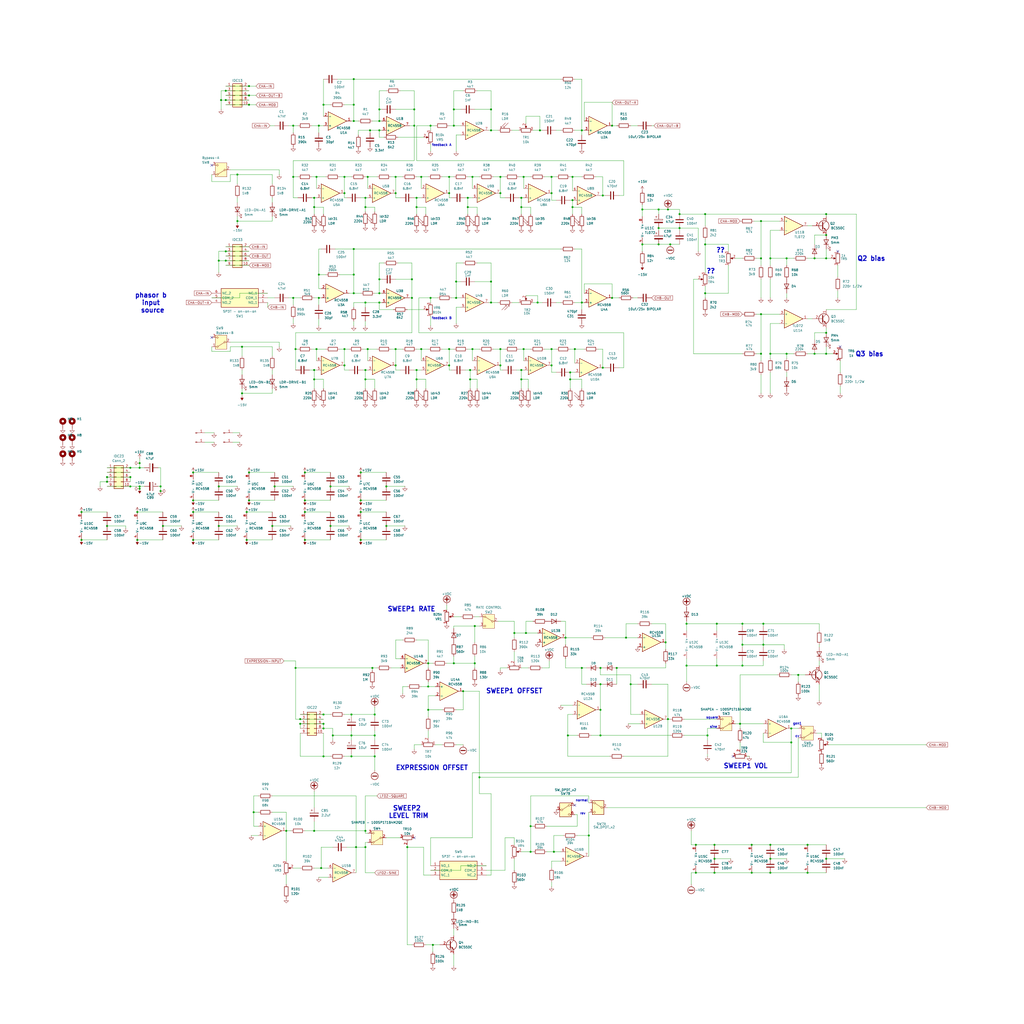
<source format=kicad_sch>
(kicad_sch (version 20231120) (generator "eeschema") (generator_version "8.0")
  (paper "User" 558.8 558.8)
  (title_block (title "BiPhase clone") (date "2025-01-25") (rev "002") (company "f.aiseur"))
  (lib_symbols
    (symbol "Amplifier_Operational:RC4558" (pin_names (offset 0.127))
      (property "Reference" "U" (at 0 5.08 0))
      (property "Value" "RC4558" (at 0 -5.08 0))
      (symbol "RC4558_1_1"
        (pin output line (at 7.62 0 180) (length 2.54) (name "~") (number "1"))
        (pin input line (at -7.62 -2.54 0) (length 2.54) (name "-") (number "2"))
        (pin input line (at -7.62 2.54 0) (length 2.54) (name "+") (number "3"))
      )
      (symbol "RC4558_2_1"
        (pin input line (at -7.62 2.54 0) (length 2.54) (name "+") (number "5"))
        (pin input line (at -7.62 -2.54 0) (length 2.54) (name "-") (number "6"))
        (pin output line (at 7.62 0 180) (length 2.54) (name "~") (number "7"))
      )
      (symbol "RC4558_3_1"
        (pin power_in line (at -2.54 -7.62 90) (length 3.81) (name "V-") (number "4"))
        (pin power_in line (at -2.54 7.62 270) (length 3.81) (name "V+") (number "8"))
      )
    )
    (symbol "Amplifier_Operational:TL072" (pin_names (offset 0.127))
      (property "Reference" "U" (at 0 5.08 0))
      (property "Value" "TL072" (at 0 -5.08 0))
      (symbol "TL072_1_1"
        (pin output line (at 7.62 0 180) (length 2.54) (name "~") (number "1"))
        (pin input line (at -7.62 -2.54 0) (length 2.54) (name "-") (number "2"))
        (pin input line (at -7.62 2.54 0) (length 2.54) (name "+") (number "3"))
      )
      (symbol "TL072_2_1"
        (pin input line (at -7.62 2.54 0) (length 2.54) (name "+") (number "5"))
        (pin input line (at -7.62 -2.54 0) (length 2.54) (name "-") (number "6"))
        (pin output line (at 7.62 0 180) (length 2.54) (name "~") (number "7"))
      )
      (symbol "TL072_3_1"
        (pin power_in line (at -2.54 -7.62 90) (length 3.81) (name "V-") (number "4"))
        (pin power_in line (at -2.54 7.62 270) (length 3.81) (name "V+") (number "8"))
      )
    )
    (symbol "Connector:Conn_01x01_Pin" (pin_names (offset 1.016) hide)
      (property "Reference" "J" (at 0 2.54 0))
      (property "Value" "Conn_01x01_Pin" (at 0 -2.54 0))
      (symbol "Conn_01x01_Pin_1_1"
        (pin passive line (at 5.08 0 180) (length 3.81) (name "Pin_1") (number "1"))
      )
    )
    (symbol "Connector_Generic:Conn_02x05_Odd_Even" (pin_names (offset 1.016) hide)
      (property "Reference" "J" (at 1.27 7.62 0))
      (property "Value" "Conn_02x05_Odd_Even" (at 1.27 -7.62 0))
      (symbol "Conn_02x05_Odd_Even_1_1"
        (pin passive line (at -5.08 5.08 0) (length 3.81) (name "Pin_1") (number "1"))
        (pin passive line (at 7.62 -5.08 180) (length 3.81) (name "Pin_10") (number "10"))
        (pin passive line (at 7.62 5.08 180) (length 3.81) (name "Pin_2") (number "2"))
        (pin passive line (at -5.08 2.54 0) (length 3.81) (name "Pin_3") (number "3"))
        (pin passive line (at 7.62 2.54 180) (length 3.81) (name "Pin_4") (number "4"))
        (pin passive line (at -5.08 0 0) (length 3.81) (name "Pin_5") (number "5"))
        (pin passive line (at 7.62 0 180) (length 3.81) (name "Pin_6") (number "6"))
        (pin passive line (at -5.08 -2.54 0) (length 3.81) (name "Pin_7") (number "7"))
        (pin passive line (at 7.62 -2.54 180) (length 3.81) (name "Pin_8") (number "8"))
        (pin passive line (at -5.08 -5.08 0) (length 3.81) (name "Pin_9") (number "9"))
      )
    )
    (symbol "Device:C" (pin_numbers hide) (pin_names (offset 0.254))
      (property "Reference" "C" (at 0.635 2.54 0))
      (property "Value" "C" (at 0.635 -2.54 0))
      (symbol "C_1_1"
        (pin passive line (at 0 3.81 270) (length 2.794) (name "~") (number "1"))
        (pin passive line (at 0 -3.81 90) (length 2.794) (name "~") (number "2"))
      )
    )
    (symbol "Device:C_Polarized" (pin_numbers hide) (pin_names (offset 0.254))
      (property "Reference" "C" (at 0.635 2.54 0))
      (property "Value" "C_Polarized" (at 0.635 -2.54 0))
      (symbol "C_Polarized_1_1"
        (pin passive line (at 0 3.81 270) (length 2.794) (name "~") (number "1"))
        (pin passive line (at 0 -3.81 90) (length 2.794) (name "~") (number "2"))
      )
    )
    (symbol "Device:LED" (pin_numbers hide) (pin_names (offset 1.016) hide)
      (property "Reference" "D" (at 0 2.54 0))
      (property "Value" "LED" (at 0 -2.54 0))
      (symbol "LED_1_1"
        (pin passive line (at -3.81 0 0) (length 2.54) (name "K") (number "1"))
        (pin passive line (at 3.81 0 180) (length 2.54) (name "A") (number "2"))
      )
    )
    (symbol "Device:R" (pin_numbers hide) (pin_names (offset 0))
      (property "Reference" "R" (at 2.032 0 90))
      (property "Value" "R" (at 0 0 90))
      (symbol "R_1_1"
        (pin passive line (at 0 3.81 270) (length 1.27) (name "~") (number "1"))
        (pin passive line (at 0 -3.81 90) (length 1.27) (name "~") (number "2"))
      )
    )
    (symbol "Device:R_Potentiometer" (pin_names (offset 1.016) hide)
      (property "Reference" "RV" (at -4.445 0 90))
      (property "Value" "R_Potentiometer" (at -2.54 0 90))
      (symbol "R_Potentiometer_1_1"
        (pin passive line (at 0 3.81 270) (length 1.27) (name "1") (number "1"))
        (pin passive line (at 3.81 0 180) (length 1.27) (name "2") (number "2"))
        (pin passive line (at 0 -3.81 90) (length 1.27) (name "3") (number "3"))
      )
    )
    (symbol "Device:R_Potentiometer_Trim" (pin_names (offset 1.016) hide)
      (property "Reference" "RV" (at -4.445 0 90))
      (property "Value" "R_Potentiometer_Trim" (at -2.54 0 90))
      (symbol "R_Potentiometer_Trim_1_1"
        (pin passive line (at 0 3.81 270) (length 1.27) (name "1") (number "1"))
        (pin passive line (at 3.81 0 180) (length 1.27) (name "2") (number "2"))
        (pin passive line (at 0 -3.81 90) (length 1.27) (name "3") (number "3"))
      )
    )
    (symbol "Diode:1N4148" (pin_numbers hide) (pin_names hide)
      (property "Reference" "D" (at 0 2.54 0))
      (property "Value" "1N4148" (at 0 -2.54 0))
      (symbol "1N4148_1_1"
        (pin passive line (at -3.81 0 0) (length 2.54) (name "K") (number "1"))
        (pin passive line (at 3.81 0 180) (length 2.54) (name "A") (number "2"))
      )
    )
    (symbol "Mechanical:MountingHole_Pad" (pin_numbers hide) (pin_names (offset 1.016) hide)
      (property "Reference" "H" (at 0 6.35 0))
      (property "Value" "MountingHole_Pad" (at 0 4.445 0))
      (symbol "MountingHole_Pad_1_1"
        (pin input line (at 0 -2.54 90) (length 2.54) (name "1") (number "1"))
      )
    )
    (symbol "SP3T Toggle Switch:7211SYCQE"
      (property "Reference" "S" (at 26.67 7.62 0))
      (property "Value" "7211SYCQE" (at 26.67 5.08 0))
      (symbol "7211SYCQE_1_1"
        (pin passive line (at 0 -5.08 0) (length 5.08) (name "NO_1") (number "1"))
        (pin passive line (at 0 -2.54 0) (length 5.08) (name "COM_1") (number "2"))
        (pin passive line (at 0 0 0) (length 5.08) (name "NC_1") (number "3"))
        (pin passive line (at 30.48 -5.08 180) (length 5.08) (name "NO_2") (number "4"))
        (pin passive line (at 30.48 -2.54 180) (length 5.08) (name "COM_2") (number "5"))
        (pin passive line (at 30.48 0 180) (length 5.08) (name "NC_2") (number "6"))
      )
    )
    (symbol "Sensor_Optical:LDR03" (pin_numbers hide) (pin_names (offset 0))
      (property "Reference" "R" (at -5.08 0 90))
      (property "Value" "LDR03" (at 1.905 0 90))
      (symbol "LDR03_1_1"
        (pin passive line (at 0 3.81 270) (length 1.27) (name "~") (number "1"))
        (pin passive line (at 0 -3.81 90) (length 1.27) (name "~") (number "2"))
      )
    )
    (symbol "Switch:SW_DPDT_x2" (pin_names (offset 0) hide)
      (property "Reference" "SW" (at 0 5.08 0))
      (property "Value" "SW_DPDT_x2" (at 0 -5.08 0))
      (symbol "SW_DPDT_x2_1_1"
        (pin passive line (at 5.08 2.54 180) (length 2.54) (name "A") (number "1"))
        (pin passive line (at -5.08 0 0) (length 2.54) (name "B") (number "2"))
        (pin passive line (at 5.08 -2.54 180) (length 2.54) (name "C") (number "3"))
      )
      (symbol "SW_DPDT_x2_2_1"
        (pin passive line (at 5.08 2.54 180) (length 2.54) (name "A") (number "4"))
        (pin passive line (at -5.08 0 0) (length 2.54) (name "B") (number "5"))
        (pin passive line (at 5.08 -2.54 180) (length 2.54) (name "C") (number "6"))
      )
    )
    (symbol "Switch:SW_SPDT" (pin_names (offset 0) hide)
      (property "Reference" "SW" (at 0 5.08 0))
      (property "Value" "SW_SPDT" (at 0 -5.08 0))
      (symbol "SW_SPDT_1_1"
        (pin passive line (at 5.08 2.54 180) (length 2.54) (name "A") (number "1"))
        (pin passive line (at -5.08 0 0) (length 2.54) (name "B") (number "2"))
        (pin passive line (at 5.08 -2.54 180) (length 2.54) (name "C") (number "3"))
      )
    )
    (symbol "Transistor_BJT:BC550" (pin_names (offset 0) hide)
      (property "Reference" "Q" (at 5.08 1.905 0))
      (property "Value" "BC550" (at 5.08 0 0))
      (symbol "BC550_1_1"
        (pin passive line (at 2.54 5.08 270) (length 2.54) (name "C") (number "1"))
        (pin input line (at -5.08 0 0) (length 5.08) (name "B") (number "2"))
        (pin passive line (at 2.54 -5.08 90) (length 2.54) (name "E") (number "3"))
      )
    )
    (symbol "power:+15V" (power) (pin_numbers hide) (pin_names (offset 0) hide)
      (property "Value" "+15V" (at 0 3.556 0))
      (symbol "+15V_1_1"
        (pin power_in line (at 0 0 90) (length 0) (name "~") (number "1"))
      )
    )
    (symbol "power:+VDC" (power) (pin_numbers hide) (pin_names (offset 0) hide)
      (property "Value" "+VDC" (at 0 6.35 0))
      (symbol "+VDC_1_1"
        (pin power_in line (at 0 0 90) (length 0) (name "~") (number "1"))
      )
    )
    (symbol "power:-15V" (power) (pin_numbers hide) (pin_names (offset 0) hide)
      (property "Value" "-15V" (at 0 3.556 0))
      (symbol "-15V_0_0"
        (pin power_in line (at 0 0 90) (length 0) (name "~") (number "1"))
      )
    )
    (symbol "power:-VDC" (power) (pin_numbers hide) (pin_names (offset 0) hide)
      (property "Value" "-VDC" (at 0 6.35 0))
      (symbol "-VDC_1_1"
        (pin power_in line (at 0 0 90) (length 0) (name "~") (number "1"))
      )
    )
    (symbol "power:GND" (power) (pin_numbers hide) (pin_names (offset 0) hide)
      (property "Value" "GND" (at 0 -3.81 0))
      (symbol "GND_1_1"
        (pin power_in line (at 0 0 270) (length 0) (name "~") (number "1"))
      )
    )
    (symbol "power:PWR_FLAG" (power) (pin_numbers hide) (pin_names (offset 0) hide)
      (property "Value" "PWR_FLAG" (at 0 3.81 0))
      (symbol "PWR_FLAG_0_0"
        (pin power_out line (at 0 0 90) (length 0) (name "~") (number "1"))
      )
    )
  )
  (junction (at 135.89 273.05))
  (junction (at 267.97 71.12))
  (junction (at 284.48 107.95))
  (junction (at 105.41 294.64))
  (junction (at 374.65 363.22))
  (junction (at 247.65 361.95))
  (junction (at 405.13 363.22))
  (junction (at 210.82 287.02))
  (junction (at 172.72 190.5))
  (junction (at 311.15 207.01))
  (junction (at 256.54 207.01))
  (junction (at 74.93 279.4))
  (junction (at 334.01 162.56))
  (junction (at 245.11 190.5))
  (junction (at 215.9 105.41))
  (junction (at 156.21 453.39))
  (junction (at 273.05 105.41))
  (junction (at 123.19 54.61))
  (junction (at 87.63 267.97))
  (junction (at 76.2 265.43))
  (junction (at 123.19 137.16))
  (junction (at 370.84 116.84))
  (junction (at 416.56 340.36))
  (junction (at 207.01 152.4))
  (junction (at 171.45 207.01))
  (junction (at 384.81 160.02))
  (junction (at 384.81 133.35))
  (junction (at 420.37 461.01))
  (junction (at 173.99 149.86))
  (junction (at 317.5 165.1))
  (junction (at 71.12 260.35))
  (junction (at 410.21 461.01))
  (junction (at 119.38 287.02))
  (junction (at 88.9 287.02))
  (junction (at 207.01 66.04))
  (junction (at 74.93 294.64))
  (junction (at 172.72 96.52))
  (junction (at 176.53 397.51))
  (junction (at 233.68 387.35))
  (junction (at 405.13 351.79))
  (junction (at 234.95 162.56))
  (junction (at 450.85 468.63))
  (junction (at 420.37 140.97))
  (junction (at 359.41 114.3))
  (junction (at 76.2 252.73))
  (junction (at 255.27 107.95))
  (junction (at 300.99 96.52))
  (junction (at 444.5 140.97))
  (junction (at 420.37 468.63))
  (junction (at 215.9 190.5))
  (junction (at 415.29 171.45))
  (junction (at 129.54 95.25))
  (junction (at 196.85 273.05))
  (junction (at 273.05 199.39))
  (junction (at 199.39 453.39))
  (junction (at 284.48 113.03))
  (junction (at 257.81 96.52))
  (junction (at 200.66 190.5))
  (junction (at 199.39 113.03))
  (junction (at 328.93 200.66))
  (junction (at 379.73 476.25))
  (junction (at 175.26 473.71))
  (junction (at 134.62 279.4))
  (junction (at 229.87 190.5))
  (junction (at 123.19 49.53))
  (junction (at 44.45 279.4))
  (junction (at 161.29 364.49))
  (junction (at 248.92 153.67))
  (junction (at 204.47 389.89))
  (junction (at 359.41 133.35))
  (junction (at 245.11 199.39))
  (junction (at 163.83 394.97))
  (junction (at 391.16 363.22))
  (junction (at 389.89 468.63))
  (junction (at 415.29 140.97))
  (junction (at 193.04 57.15))
  (junction (at 359.41 124.46))
  (junction (at 226.06 68.58))
  (junction (at 236.22 515.62))
  (junction (at 161.29 190.5))
  (junction (at 76.2 255.27))
  (junction (at 435.61 368.3))
  (junction (at 450.85 116.84))
  (junction (at 420.37 193.04))
  (junction (at 341.63 347.98))
  (junction (at 224.79 162.56))
  (junction (at 317.5 71.12))
  (junction (at 204.47 401.32))
  (junction (at 267.97 153.67))
  (junction (at 176.53 412.75))
  (junction (at 199.39 462.28))
  (junction (at 312.42 96.52))
  (junction (at 193.04 43.18))
  (junction (at 120.65 54.61))
  (junction (at 132.08 189.23))
  (junction (at 252.73 377.19))
  (junction (at 257.81 190.5))
  (junction (at 312.42 113.03))
  (junction (at 58.42 260.35))
  (junction (at 312.42 109.22))
  (junction (at 300.99 105.41))
  (junction (at 160.02 162.56))
  (junction (at 129.54 120.65))
  (junction (at 364.49 392.43))
  (junction (at 416.56 351.79))
  (junction (at 284.48 201.93))
  (junction (at 135.89 52.07))
  (junction (at 247.65 59.69))
  (junction (at 255.27 113.03))
  (junction (at 199.39 207.01))
  (junction (at 327.66 387.35))
  (junction (at 181.61 401.32))
  (junction (at 365.76 133.35))
  (junction (at 308.61 347.98))
  (junction (at 440.69 476.25))
  (junction (at 420.37 476.25))
  (junction (at 431.8 397.51))
  (junction (at 176.53 57.15))
  (junction (at 193.04 66.04))
  (junction (at 300.99 190.5))
  (junction (at 199.39 201.93))
  (junction (at 138.43 443.23))
  (junction (at 201.93 71.12))
  (junction (at 370.84 124.46))
  (junction (at 166.37 279.4))
  (junction (at 173.99 162.56))
  (junction (at 160.02 68.58))
  (junction (at 259.08 341.63))
  (junction (at 207.01 160.02))
  (junction (at 76.2 266.7))
  (junction (at 171.45 453.39))
  (junction (at 285.75 96.52))
  (junction (at 132.08 214.63))
  (junction (at 187.96 190.5))
  (junction (at 273.05 96.52))
  (junction (at 311.15 203.2))
  (junction (at 415.29 193.04))
  (junction (at 171.45 201.93))
  (junction (at 429.26 140.97))
  (junction (at 267.97 59.69))
  (junction (at 123.19 142.24))
  (junction (at 58.42 262.89))
  (junction (at 374.65 340.36))
  (junction (at 293.37 165.1))
  (junction (at 440.69 461.01))
  (junction (at 300.99 199.39))
  (junction (at 227.33 207.01))
  (junction (at 149.86 265.43))
  (junction (at 166.37 294.64))
  (junction (at 44.45 294.64))
  (junction (at 215.9 199.39))
  (junction (at 180.34 265.43))
  (junction (at 227.33 113.03))
  (junction (at 119.38 142.24))
  (junction (at 233.68 361.95))
  (junction (at 207.01 165.1))
  (junction (at 280.67 345.44))
  (junction (at 289.56 450.85))
  (junction (at 105.41 273.05))
  (junction (at 267.97 165.1))
  (junction (at 273.05 190.5))
  (junction (at 389.89 476.25))
  (junction (at 199.39 165.1))
  (junction (at 135.89 257.81))
  (junction (at 105.41 257.81))
  (junction (at 403.86 394.97))
  (junction (at 171.45 107.95))
  (junction (at 204.47 412.75))
  (junction (at 289.56 464.82))
  (junction (at 71.12 255.27))
  (junction (at 134.62 294.64))
  (junction (at 450.85 140.97))
  (junction (at 327.66 373.38))
  (junction (at 207.01 59.69))
  (junction (at 234.95 68.58))
  (junction (at 261.62 424.18))
  (junction (at 321.31 455.93))
  (junction (at 227.33 107.95))
  (junction (at 444.5 193.04))
  (junction (at 415.29 120.65))
  (junction (at 203.2 364.49))
  (junction (at 224.79 152.4))
  (junction (at 379.73 461.01))
  (junction (at 259.08 361.95))
  (junction (at 384.81 116.84))
  (junction (at 350.52 114.3))
  (junction (at 344.17 373.38))
  (junction (at 176.53 389.89))
  (junction (at 187.96 105.41))
  (junction (at 196.85 257.81))
  (junction (at 386.08 401.32))
  (junction (at 160.02 96.52))
  (junction (at 391.16 340.36))
  (junction (at 180.34 287.02))
  (junction (at 309.88 401.32))
  (junction (at 191.77 412.75))
  (junction (at 105.41 279.4))
  (junction (at 58.42 287.02))
  (junction (at 196.85 294.64))
  (junction (at 87.63 265.43))
  (junction (at 163.83 392.43))
  (junction (at 119.38 265.43))
  (junction (at 148.59 287.02))
  (junction (at 364.49 114.3))
  (junction (at 176.53 394.97))
  (junction (at 450.85 193.04))
  (junction (at 196.85 279.4))
  (junction (at 405.13 340.36))
  (junction (at 313.69 190.5))
  (junction (at 222.25 462.28))
  (junction (at 135.89 46.99))
  (junction (at 171.45 113.03))
  (junction (at 193.04 160.02))
  (junction (at 389.89 461.01))
  (junction (at 363.22 350.52))
  (junction (at 135.89 57.15))
  (junction (at 215.9 96.52))
  (junction (at 227.33 201.93))
  (junction (at 429.26 193.04))
  (junction (at 247.65 68.58))
  (junction (at 233.68 374.65))
  (junction (at 200.66 96.52))
  (junction (at 327.66 364.49))
  (junction (at 285.75 190.5))
  (junction (at 191.77 401.32))
  (junction (at 287.02 345.44))
  (junction (at 328.93 106.68))
  (junction (at 302.26 464.82))
  (junction (at 294.64 71.12))
  (junction (at 193.04 149.86))
  (junction (at 226.06 59.69))
  (junction (at 173.99 68.58))
  (junction (at 336.55 364.49))
  (junction (at 166.37 273.05))
  (junction (at 317.5 364.49))
  (junction (at 248.92 162.56))
  (junction (at 431.8 405.13))
  (junction (at 207.01 71.12))
  (junction (at 245.11 96.52))
  (junction (at 350.52 133.35))
  (junction (at 187.96 96.52))
  (junction (at 256.54 201.93))
  (junction (at 194.31 462.28))
  (junction (at 410.21 476.25))
  (junction (at 187.96 199.39))
  (junction (at 450.85 128.27))
  (junction (at 229.87 96.52))
  (junction (at 334.01 68.58))
  (junction (at 199.39 107.95))
  (junction (at 284.48 207.01))
  (junction (at 245.11 105.41))
  (junction (at 191.77 389.89))
  (junction (at 193.04 135.89))
  (junction (at 327.66 401.32))
  (junction (at 71.12 265.43))
  (junction (at 450.85 181.61))
  (junction (at 210.82 265.43))
  (junction (at 166.37 257.81))
  (no_connect (at 115.57 184.15))
  (no_connect (at 115.57 90.17))
  (no_connect (at 313.69 439.42))
  (no_connect (at 226.06 457.2))
  (no_connect (at 457.2 137.16))
  (no_connect (at 458.47 189.23))
  (no_connect (at 400.05 412.75))
  (wire (pts (xy 303.53 71.12) (xy 306.07 71.12)))
  (wire (pts (xy 163.83 400.05) (xy 163.83 412.75)))
  (wire (pts (xy 191.77 412.75) (xy 204.47 412.75)))
  (wire (pts (xy 284.48 107.95) (xy 285.75 107.95)))
  (wire (pts (xy 312.42 109.22) (xy 312.42 113.03)))
  (wire (pts (xy 161.29 360.68) (xy 161.29 364.49)))
  (wire (pts (xy 355.6 373.38) (xy 364.49 373.38)))
  (wire (pts (xy 359.41 133.35) (xy 350.52 133.35)))
  (wire (pts (xy 234.95 68.58) (xy 227.33 68.58)))
  (wire (pts (xy 327.66 387.35) (xy 327.66 401.32)))
  (wire (pts (xy 452.12 406.4) (xy 505.46 406.4)))
  (wire (pts (xy 280.67 468.63) (xy 280.67 474.98)))
  (wire (pts (xy 87.63 255.27) (xy 87.63 265.43)))
  (wire (pts (xy 447.04 373.38) (xy 447.04 382.27)))
  (wire (pts (xy 320.04 364.49) (xy 317.5 364.49)))
  (wire (pts (xy 273.05 96.52) (xy 275.59 96.52)))
  (wire (pts (xy 334.01 154.94) (xy 334.01 162.56)))
  (wire (pts (xy 416.56 360.68) (xy 416.56 363.22)))
  (wire (pts (xy 148.59 194.31) (xy 148.59 189.23)))
  (wire (pts (xy 274.32 201.93) (xy 273.05 201.93)))
  (wire (pts (xy 245.11 96.52) (xy 247.65 96.52)))
  (wire (pts (xy 300.99 203.2) (xy 300.99 199.39)))
  (wire (pts (xy 194.31 462.28) (xy 194.31 476.25)))
  (wire (pts (xy 161.29 392.43) (xy 163.83 392.43)))
  (wire (pts (xy 152.4 186.69) (xy 152.4 189.23)))
  (wire (pts (xy 171.45 453.39) (xy 199.39 453.39)))
  (wire (pts (xy 161.29 364.49) (xy 161.29 392.43)))
  (wire (pts (xy 246.38 162.56) (xy 248.92 162.56)))
  (wire (pts (xy 265.43 472.44) (xy 251.46 472.44)))
  (wire (pts (xy 227.33 87.63) (xy 340.36 87.63)))
  (wire (pts (xy 135.89 46.99) (xy 139.7 46.99)))
  (wire (pts (xy 132.08 212.09) (xy 132.08 214.63)))
  (wire (pts (xy 364.49 114.3) (xy 370.84 114.3)))
  (wire (pts (xy 289.56 434.34) (xy 321.31 434.34)))
  (wire (pts (xy 328.93 190.5) (xy 328.93 200.66)))
  (wire (pts (xy 377.19 453.39) (xy 377.19 461.01)))
  (wire (pts (xy 176.53 57.15) (xy 176.53 63.5)))
  (wire (pts (xy 313.69 43.18) (xy 317.5 43.18)))
  (wire (pts (xy 334.01 68.58) (xy 336.55 68.58)))
  (wire (pts (xy 207.01 66.04) (xy 208.28 66.04)))
  (wire (pts (xy 267.97 153.67) (xy 267.97 165.1)))
  (wire (pts (xy 135.89 52.07) (xy 139.7 52.07)))
  (wire (pts (xy 450.85 140.97) (xy 453.39 140.97)))
  (wire (pts (xy 345.44 162.56) (xy 347.98 162.56)))
  (wire (pts (xy 171.45 431.8) (xy 171.45 440.69)))
  (wire (pts (xy 187.96 107.95) (xy 187.96 105.41)))
  (wire (pts (xy 450.85 168.91) (xy 467.36 168.91)))
  (wire (pts (xy 161.29 190.5) (xy 161.29 181.61)))
  (wire (pts (xy 427.99 354.33) (xy 427.99 351.79)))
  (wire (pts (xy 137.16 455.93) (xy 140.97 455.93)))
  (wire (pts (xy 134.62 294.64) (xy 148.59 294.64)))
  (wire (pts (xy 410.21 476.25) (xy 420.37 476.25)))
  (wire (pts (xy 265.43 477.52) (xy 267.97 477.52)))
  (wire (pts (xy 313.69 444.5) (xy 314.96 444.5)))
  (wire (pts (xy 227.33 96.52) (xy 229.87 96.52)))
  (wire (pts (xy 284.48 107.95) (xy 284.48 113.03)))
  (wire (pts (xy 397.51 133.35) (xy 384.81 133.35)))
  (wire (pts (xy 226.06 49.53) (xy 226.06 59.69)))
  (wire (pts (xy 327.66 387.35) (xy 327.66 373.38)))
  (wire (pts (xy 246.38 107.95) (xy 245.11 107.95)))
  (wire (pts (xy 215.9 199.39) (xy 215.9 190.5)))
  (wire (pts (xy 309.88 389.89) (xy 309.88 401.32)))
  (wire (pts (xy 344.17 68.58) (xy 347.98 68.58)))
  (wire (pts (xy 193.04 167.64) (xy 193.04 165.1)))
  (wire (pts (xy 187.96 96.52) (xy 185.42 96.52)))
  (wire (pts (xy 251.46 472.44) (xy 251.46 474.98)))
  (wire (pts (xy 450.85 181.61) (xy 444.5 181.61)))
  (wire (pts (xy 279.4 71.12) (xy 283.21 71.12)))
  (wire (pts (xy 309.88 412.75) (xy 309.88 401.32)))
  (wire (pts (xy 273.05 364.49) (xy 273.05 365.76)))
  (wire (pts (xy 303.53 109.22) (xy 300.99 109.22)))
  (wire (pts (xy 255.27 190.5) (xy 257.81 190.5)))
  (wire (pts (xy 403.86 368.3) (xy 403.86 394.97)))
  (wire (pts (xy 222.25 168.91) (xy 231.14 168.91)))
  (wire (pts (xy 160.02 173.99) (xy 160.02 176.53)))
  (wire (pts (xy 255.27 96.52) (xy 257.81 96.52)))
  (wire (pts (xy 391.16 340.36) (xy 391.16 344.17)))
  (wire (pts (xy 467.36 168.91) (xy 467.36 116.84)))
  (wire (pts (xy 420.37 125.73) (xy 420.37 140.97)))
  (wire (pts (xy 127 241.3) (xy 130.81 241.3)))
  (wire (pts (xy 173.99 162.56) (xy 173.99 166.37)))
  (wire (pts (xy 311.15 96.52) (xy 312.42 96.52)))
  (wire (pts (xy 226.06 201.93) (xy 227.33 201.93)))
  (wire (pts (xy 256.54 207.01) (xy 256.54 212.09)))
  (wire (pts (xy 311.15 203.2) (xy 313.69 203.2)))
  (wire (pts (xy 386.08 401.32) (xy 386.08 403.86)))
  (wire (pts (xy 207.01 160.02) (xy 204.47 160.02)))
  (wire (pts (xy 261.62 424.18) (xy 435.61 424.18)))
  (wire (pts (xy 115.57 99.06) (xy 125.73 99.06)))
  (wire (pts (xy 68.58 288.29) (xy 68.58 287.02)))
  (wire (pts (xy 370.84 124.46) (xy 370.84 125.73)))
  (wire (pts (xy 290.83 339.09) (xy 287.02 339.09)))
  (wire (pts (xy 158.75 287.02) (xy 148.59 287.02)))
  (wire (pts (xy 247.65 342.9) (xy 247.65 341.63)))
  (wire (pts (xy 405.13 363.22) (xy 416.56 363.22)))
  (wire (pts (xy 132.08 214.63) (xy 132.08 215.9)))
  (wire (pts (xy 377.19 476.25) (xy 377.19 482.6)))
  (wire (pts (xy 193.04 160.02) (xy 196.85 160.02)))
  (wire (pts (xy 416.56 349.25) (xy 416.56 351.79)))
  (wire (pts (xy 257.81 190.5) (xy 261.62 190.5)))
  (wire (pts (xy 199.39 107.95) (xy 200.66 107.95)))
  (wire (pts (xy 363.22 361.95) (xy 363.22 364.49)))
  (wire (pts (xy 384.81 130.81) (xy 384.81 133.35)))
  (wire (pts (xy 340.36 181.61) (xy 340.36 200.66)))
  (wire (pts (xy 336.55 364.49) (xy 336.55 373.38)))
  (wire (pts (xy 287.02 67.31) (xy 287.02 63.5)))
  (wire (pts (xy 193.04 165.1) (xy 199.39 165.1)))
  (wire (pts (xy 317.5 135.89) (xy 313.69 135.89)))
  (wire (pts (xy 267.97 49.53) (xy 260.35 49.53)))
  (wire (pts (xy 420.37 152.4) (xy 420.37 162.56)))
  (wire (pts (xy 243.84 330.2) (xy 243.84 332.74)))
  (wire (pts (xy 187.96 96.52) (xy 191.77 96.52)))
  (wire (pts (xy 181.61 401.32) (xy 191.77 401.32)))
  (wire (pts (xy 386.08 411.48) (xy 386.08 412.75)))
  (wire (pts (xy 236.22 515.62) (xy 240.03 515.62)))
  (wire (pts (xy 223.52 162.56) (xy 224.79 162.56)))
  (wire (pts (xy 154.94 360.68) (xy 161.29 360.68)))
  (wire (pts (xy 245.11 68.58) (xy 247.65 68.58)))
  (wire (pts (xy 217.17 143.51) (xy 224.79 143.51)))
  (wire (pts (xy 125.73 191.77) (xy 125.73 189.23)))
  (wire (pts (xy 416.56 340.36) (xy 447.04 340.36)))
  (wire (pts (xy 78.74 265.43) (xy 76.2 265.43)))
  (wire (pts (xy 173.99 173.99) (xy 173.99 177.8)))
  (wire (pts (xy 58.42 260.35) (xy 58.42 262.89)))
  (wire (pts (xy 321.31 443.23) (xy 321.31 455.93)))
  (wire (pts (xy 207.01 160.02) (xy 208.28 160.02)))
  (wire (pts (xy 302.26 464.82) (xy 302.26 455.93)))
  (wire (pts (xy 228.6 181.61) (xy 340.36 181.61)))
  (wire (pts (xy 58.42 262.89) (xy 54.61 262.89)))
  (wire (pts (xy 247.65 59.69) (xy 247.65 49.53)))
  (wire (pts (xy 265.43 474.98) (xy 275.59 474.98)))
  (wire (pts (xy 87.63 265.43) (xy 87.63 267.97)))
  (wire (pts (xy 267.97 165.1) (xy 271.78 165.1)))
  (wire (pts (xy 68.58 287.02) (xy 58.42 287.02)))
  (wire (pts (xy 384.81 116.84) (xy 450.85 116.84)))
  (wire (pts (xy 290.83 450.85) (xy 289.56 450.85)))
  (wire (pts (xy 420.37 193.04) (xy 420.37 195.58)))
  (wire (pts (xy 191.77 389.89) (xy 191.77 391.16)))
  (wire (pts (xy 187.96 57.15) (xy 193.04 57.15)))
  (wire (pts (xy 247.65 59.69) (xy 251.46 59.69)))
  (wire (pts (xy 161.29 364.49) (xy 203.2 364.49)))
  (wire (pts (xy 187.96 190.5) (xy 190.5 190.5)))
  (wire (pts (xy 215.9 190.5) (xy 219.71 190.5)))
  (wire (pts (xy 166.37 279.4) (xy 180.34 279.4)))
  (wire (pts (xy 431.8 368.3) (xy 435.61 368.3)))
  (wire (pts (xy 420.37 468.63) (xy 429.26 468.63)))
  (wire (pts (xy 220.98 287.02) (xy 210.82 287.02)))
  (wire (pts (xy 218.44 107.95) (xy 215.9 107.95)))
  (wire (pts (xy 200.66 190.5) (xy 205.74 190.5)))
  (wire (pts (xy 363.22 364.49) (xy 336.55 364.49)))
  (wire (pts (xy 105.41 294.64) (xy 119.38 294.64)))
  (wire (pts (xy 163.83 394.97) (xy 163.83 397.51)))
  (wire (pts (xy 207.01 74.93) (xy 207.01 71.12)))
  (wire (pts (xy 173.99 149.86) (xy 177.8 149.86)))
  (wire (pts (xy 330.2 347.98) (xy 341.63 347.98)))
  (wire (pts (xy 132.08 189.23) (xy 132.08 194.31)))
  (wire (pts (xy 166.37 257.81) (xy 180.34 257.81)))
  (wire (pts (xy 440.69 140.97) (xy 444.5 140.97)))
  (wire (pts (xy 226.06 68.58) (xy 226.06 87.63)))
  (wire (pts (xy 119.38 142.24) (xy 123.19 142.24)))
  (wire (pts (xy 429.26 203.2) (xy 429.26 205.74)))
  (wire (pts (xy 364.49 392.43) (xy 365.76 392.43)))
  (wire (pts (xy 215.9 201.93) (xy 215.9 199.39)))
  (wire (pts (xy 123.19 142.24) (xy 135.89 142.24)))
  (wire (pts (xy 226.06 107.95) (xy 227.33 107.95)))
  (wire (pts (xy 435.61 402.59) (xy 435.61 424.18)))
  (wire (pts (xy 444.5 128.27) (xy 450.85 128.27)))
  (wire (pts (xy 260.35 116.84) (xy 260.35 113.03)))
  (wire (pts (xy 257.81 96.52) (xy 257.81 102.87)))
  (wire (pts (xy 234.95 457.2) (xy 257.81 457.2)))
  (wire (pts (xy 289.56 434.34) (xy 289.56 450.85)))
  (wire (pts (xy 248.92 406.4) (xy 252.73 406.4)))
  (wire (pts (xy 229.87 196.85) (xy 229.87 190.5)))
  (wire (pts (xy 435.61 368.3) (xy 435.61 372.11)))
  (wire (pts (xy 373.38 392.43) (xy 391.16 392.43)))
  (wire (pts (xy 285.75 190.5) (xy 289.56 190.5)))
  (wire (pts (xy 384.81 156.21) (xy 384.81 160.02)))
  (wire (pts (xy 201.93 71.12) (xy 201.93 72.39)))
  (wire (pts (xy 123.19 134.62) (xy 135.89 134.62)))
  (wire (pts (xy 287.02 63.5) (xy 294.64 63.5)))
  (wire (pts (xy 129.54 95.25) (xy 129.54 100.33)))
  (wire (pts (xy 289.56 464.82) (xy 290.83 464.82)))
  (wire (pts (xy 450.85 193.04) (xy 454.66 193.04)))
  (wire (pts (xy 234.95 71.12) (xy 234.95 68.58)))
  (wire (pts (xy 254 107.95) (xy 255.27 107.95)))
  (wire (pts (xy 431.8 421.64) (xy 431.8 405.13)))
  (wire (pts (xy 389.89 468.63) (xy 398.78 468.63)))
  (wire (pts (xy 191.77 411.48) (xy 191.77 412.75)))
  (wire (pts (xy 86.36 265.43) (xy 87.63 265.43)))
  (wire (pts (xy 377.19 461.01) (xy 379.73 461.01)))
  (wire (pts (xy 156.21 453.39) (xy 158.75 453.39)))
  (wire (pts (xy 299.72 364.49) (xy 295.91 364.49)))
  (wire (pts (xy 224.79 162.56) (xy 224.79 181.61)))
  (wire (pts (xy 160.02 68.58) (xy 160.02 72.39)))
  (wire (pts (xy 215.9 349.25) (xy 219.71 349.25)))
  (wire (pts (xy 344.17 368.3) (xy 344.17 373.38)))
  (wire (pts (xy 130.81 162.56) (xy 115.57 162.56)))
  (wire (pts (xy 130.81 160.02) (xy 130.81 162.56)))
  (wire (pts (xy 312.42 104.14) (xy 312.42 96.52)))
  (wire (pts (xy 127 236.22) (xy 130.81 236.22)))
  (wire (pts (xy 86.36 255.27) (xy 87.63 255.27)))
  (wire (pts (xy 190.5 160.02) (xy 193.04 160.02)))
  (wire (pts (xy 204.47 389.89) (xy 204.47 391.16)))
  (wire (pts (xy 267.97 71.12) (xy 271.78 71.12)))
  (wire (pts (xy 440.69 173.99) (xy 443.23 173.99)))
  (wire (pts (xy 227.33 201.93) (xy 227.33 207.01)))
  (wire (pts (xy 227.33 207.01) (xy 227.33 212.09)))
  (wire (pts (xy 302.26 455.93) (xy 307.34 455.93)))
  (wire (pts (xy 440.69 461.01) (xy 450.85 461.01)))
  (wire (pts (xy 317.5 71.12) (xy 318.77 71.12)))
  (wire (pts (xy 232.41 113.03) (xy 227.33 113.03)))
  (wire (pts (xy 340.36 412.75) (xy 364.49 412.75)))
  (wire (pts (xy 280.67 355.6) (xy 280.67 360.68)))
  (wire (pts (xy 199.39 454.66) (xy 199.39 453.39)))
  (wire (pts (xy 254 201.93) (xy 256.54 201.93)))
  (wire (pts (xy 261.62 433.07) (xy 267.97 433.07)))
  (wire (pts (xy 259.08 59.69) (xy 267.97 59.69)))
  (wire (pts (xy 260.35 207.01) (xy 256.54 207.01)))
  (wire (pts (xy 227.33 349.25) (xy 233.68 349.25)))
  (wire (pts (xy 340.36 200.66) (xy 337.82 200.66)))
  (wire (pts (xy 184.15 43.18) (xy 193.04 43.18)))
  (wire (pts (xy 71.12 255.27) (xy 76.2 255.27)))
  (wire (pts (xy 160.02 68.58) (xy 162.56 68.58)))
  (wire (pts (xy 76.2 252.73) (xy 76.2 255.27)))
  (wire (pts (xy 259.08 358.14) (xy 259.08 361.95)))
  (wire (pts (xy 44.45 279.4) (xy 58.42 279.4)))
  (wire (pts (xy 123.19 52.07) (xy 135.89 52.07)))
  (wire (pts (xy 220.98 265.43) (xy 210.82 265.43)))
  (wire (pts (xy 203.2 66.04) (xy 207.01 66.04)))
  (wire (pts (xy 374.65 340.36) (xy 374.65 344.17)))
  (wire (pts (xy 243.84 361.95) (xy 247.65 361.95)))
  (wire (pts (xy 138.43 434.34) (xy 138.43 443.23)))
  (wire (pts (xy 185.42 190.5) (xy 187.96 190.5)))
  (wire (pts (xy 171.45 107.95) (xy 172.72 107.95)))
  (wire (pts (xy 170.18 107.95) (xy 171.45 107.95)))
  (wire (pts (xy 204.47 207.01) (xy 199.39 207.01)))
  (wire (pts (xy 416.56 405.13) (xy 431.8 405.13)))
  (wire (pts (xy 241.3 96.52) (xy 245.11 96.52)))
  (wire (pts (xy 405.13 351.79) (xy 405.13 353.06)))
  (wire (pts (xy 284.48 113.03) (xy 284.48 116.84)))
  (wire (pts (xy 199.39 476.25) (xy 199.39 462.28)))
  (wire (pts (xy 160.02 265.43) (xy 149.86 265.43)))
  (wire (pts (xy 341.63 340.36) (xy 347.98 340.36)))
  (wire (pts (xy 425.45 125.73) (xy 420.37 125.73)))
  (wire (pts (xy 397.51 160.02) (xy 384.81 160.02)))
  (wire (pts (xy 363.22 350.52) (xy 363.22 354.33)))
  (wire (pts (xy 199.39 175.26) (xy 199.39 177.8)))
  (wire (pts (xy 374.65 363.22) (xy 374.65 372.11)))
  (wire (pts (xy 157.48 68.58) (xy 160.02 68.58)))
  (wire (pts (xy 163.83 392.43) (xy 176.53 392.43)))
  (wire (pts (xy 403.86 394.97) (xy 401.32 394.97)))
  (wire (pts (xy 171.45 473.71) (xy 175.26 473.71)))
  (wire (pts (xy 123.19 144.78) (xy 135.89 144.78)))
  (wire (pts (xy 267.97 71.12) (xy 267.97 59.69)))
  (wire (pts (xy 125.73 186.69) (xy 152.4 186.69)))
  (wire (pts (xy 275.59 107.95) (xy 273.05 107.95)))
  (wire (pts (xy 115.57 189.23) (xy 115.57 191.77)))
  (wire (pts (xy 256.54 201.93) (xy 257.81 201.93)))
  (wire (pts (xy 146.05 165.1) (xy 146.05 167.64)))
  (wire (pts (xy 284.48 464.82) (xy 289.56 464.82)))
  (wire (pts (xy 397.51 137.16) (xy 397.51 133.35)))
  (wire (pts (xy 129.54 95.25) (xy 148.59 95.25)))
  (wire (pts (xy 229.87 190.5) (xy 233.68 190.5)))
  (wire (pts (xy 378.46 193.04) (xy 378.46 152.4)))
  (wire (pts (xy 415.29 196.85) (xy 415.29 193.04)))
  (wire (pts (xy 370.84 114.3) (xy 370.84 116.84)))
  (wire (pts (xy 234.95 472.44) (xy 234.95 457.2)))
  (wire (pts (xy 187.96 105.41) (xy 187.96 96.52)))
  (wire (pts (xy 207.01 59.69) (xy 207.01 66.04)))
  (wire (pts (xy 247.65 361.95) (xy 259.08 361.95)))
  (wire (pts (xy 204.47 476.25) (xy 199.39 476.25)))
  (wire (pts (xy 327.66 364.49) (xy 328.93 364.49)))
  (wire (pts (xy 226.06 59.69) (xy 226.06 68.58)))
  (wire (pts (xy 350.52 111.76) (xy 350.52 114.3)))
  (wire (pts (xy 416.56 340.36) (xy 416.56 341.63)))
  (wire (pts (xy 318.77 154.94) (xy 334.01 154.94)))
  (wire (pts (xy 227.33 68.58) (xy 227.33 87.63)))
  (wire (pts (xy 234.95 162.56) (xy 228.6 162.56)))
  (wire (pts (xy 411.48 120.65) (xy 415.29 120.65)))
  (wire (pts (xy 58.42 255.27) (xy 71.12 255.27)))
  (wire (pts (xy 405.13 349.25) (xy 405.13 351.79)))
  (wire (pts (xy 129.54 107.95) (xy 129.54 110.49)))
  (wire (pts (xy 172.72 96.52) (xy 177.8 96.52)))
  (wire (pts (xy 173.99 68.58) (xy 173.99 72.39)))
  (wire (pts (xy 349.25 389.89) (xy 344.17 389.89)))
  (wire (pts (xy 283.21 96.52) (xy 285.75 96.52)))
  (wire (pts (xy 294.64 63.5) (xy 294.64 71.12)))
  (wire (pts (xy 255.27 113.03) (xy 255.27 116.84)))
  (wire (pts (xy 374.65 363.22) (xy 391.16 363.22)))
  (wire (pts (xy 328.93 200.66) (xy 330.2 200.66)))
  (wire (pts (xy 391.16 340.36) (xy 405.13 340.36)))
  (wire (pts (xy 125.73 95.25) (xy 129.54 95.25)))
  (wire (pts (xy 311.15 109.22) (xy 312.42 109.22)))
  (wire (pts (xy 416.56 400.05) (xy 416.56 405.13)))
  (wire (pts (xy 317.5 113.03) (xy 312.42 113.03)))
  (wire (pts (xy 222.25 461.01) (xy 222.25 462.28)))
  (wire (pts (xy 300.99 109.22) (xy 300.99 105.41)))
  (wire (pts (xy 321.31 438.15) (xy 321.31 434.34)))
  (wire (pts (xy 205.74 434.34) (xy 199.39 434.34)))
  (wire (pts (xy 318.77 66.04) (xy 318.77 55.88)))
  (wire (pts (xy 248.92 167.64) (xy 248.92 176.53)))
  (wire (pts (xy 189.23 462.28) (xy 194.31 462.28)))
  (wire (pts (xy 450.85 179.07) (xy 450.85 181.61)))
  (wire (pts (xy 229.87 96.52) (xy 233.68 96.52)))
  (wire (pts (xy 420.37 476.25) (xy 440.69 476.25)))
  (wire (pts (xy 440.69 123.19) (xy 443.23 123.19)))
  (wire (pts (xy 405.13 340.36) (xy 405.13 341.63)))
  (wire (pts (xy 317.5 116.84) (xy 317.5 113.03)))
  (wire (pts (xy 173.99 135.89) (xy 173.99 149.86)))
  (wire (pts (xy 424.18 368.3) (xy 403.86 368.3)))
  (wire (pts (xy 156.21 477.52) (xy 156.21 482.6)))
  (wire (pts (xy 266.7 71.12) (xy 267.97 71.12)))
  (wire (pts (xy 248.92 143.51) (xy 248.92 153.67)))
  (wire (pts (xy 241.3 190.5) (xy 245.11 190.5)))
  (wire (pts (xy 287.02 161.29) (xy 293.37 161.29)))
  (wire (pts (xy 227.33 107.95) (xy 227.33 113.03)))
  (wire (pts (xy 269.24 96.52) (xy 273.05 96.52)))
  (wire (pts (xy 300.99 96.52) (xy 297.18 96.52)))
  (wire (pts (xy 429.26 144.78) (xy 429.26 140.97)))
  (wire (pts (xy 199.39 207.01) (xy 199.39 201.93)))
  (wire (pts (xy 191.77 398.78) (xy 191.77 401.32)))
  (wire (pts (xy 156.21 443.23) (xy 156.21 453.39)))
  (wire (pts (xy 129.54 265.43) (xy 119.38 265.43)))
  (wire (pts (xy 289.56 113.03) (xy 284.48 113.03)))
  (wire (pts (xy 215.9 107.95) (xy 215.9 105.41)))
  (wire (pts (xy 161.29 201.93) (xy 161.29 190.5)))
  (wire (pts (xy 457.2 144.78) (xy 457.2 151.13)))
  (wire (pts (xy 412.75 193.04) (xy 415.29 193.04)))
  (wire (pts (xy 76.2 250.19) (xy 76.2 252.73)))
  (wire (pts (xy 260.35 113.03) (xy 255.27 113.03)))
  (wire (pts (xy 182.88 135.89) (xy 193.04 135.89)))
  (wire (pts (xy 227.33 113.03) (xy 227.33 116.84)))
  (wire (pts (xy 328.93 106.68) (xy 330.2 106.68)))
  (wire (pts (xy 58.42 265.43) (xy 71.12 265.43)))
  (wire (pts (xy 172.72 96.52) (xy 170.18 96.52)))
  (wire (pts (xy 415.29 120.65) (xy 425.45 120.65)))
  (wire (pts (xy 389.89 476.25) (xy 379.73 476.25)))
  (wire (pts (xy 378.46 152.4) (xy 381 152.4)))
  (wire (pts (xy 308.61 364.49) (xy 308.61 359.41)))
  (wire (pts (xy 384.81 123.19) (xy 384.81 116.84)))
  (wire (pts (xy 340.36 87.63) (xy 340.36 106.68)))
  (wire (pts (xy 356.87 68.58) (xy 355.6 68.58)))
  (wire (pts (xy 259.08 341.63) (xy 261.62 341.63)))
  (wire (pts (xy 180.34 412.75) (xy 176.53 412.75)))
  (wire (pts (xy 129.54 287.02) (xy 119.38 287.02)))
  (wire (pts (xy 173.99 157.48) (xy 175.26 157.48)))
  (wire (pts (xy 248.92 153.67) (xy 251.46 153.67)))
  (wire (pts (xy 273.05 105.41) (xy 273.05 107.95)))
  (wire (pts (xy 207.01 168.91) (xy 207.01 165.1)))
  (wire (pts (xy 191.77 401.32) (xy 191.77 403.86)))
  (wire (pts (xy 125.73 189.23) (xy 132.08 189.23)))
  (wire (pts (xy 135.89 57.15) (xy 139.7 57.15)))
  (wire (pts (xy 201.93 71.12) (xy 207.01 71.12)))
  (wire (pts (xy 283.21 190.5) (xy 285.75 190.5)))
  (wire (pts (xy 246.38 201.93) (xy 245.11 201.93)))
  (wire (pts (xy 285.75 190.5) (xy 285.75 196.85)))
  (wire (pts (xy 234.95 68.58) (xy 237.49 68.58)))
  (wire (pts (xy 341.63 347.98) (xy 341.63 340.36)))
  (wire (pts (xy 171.45 207.01) (xy 171.45 212.09)))
  (wire (pts (xy 138.43 443.23) (xy 138.43 450.85)))
  (wire (pts (xy 279.4 165.1) (xy 283.21 165.1)))
  (wire (pts (xy 308.61 347.98) (xy 308.61 351.79)))
  (wire (pts (xy 123.19 57.15) (xy 135.89 57.15)))
  (wire (pts (xy 224.79 143.51) (xy 224.79 152.4)))
  (wire (pts (xy 429.26 193.04) (xy 420.37 193.04)))
  (wire (pts (xy 147.32 68.58) (xy 149.86 68.58)))
  (wire (pts (xy 344.17 373.38) (xy 344.17 389.89)))
  (wire (pts (xy 199.39 201.93) (xy 200.66 201.93)))
  (wire (pts (xy 457.2 158.75) (xy 457.2 162.56)))
  (wire (pts (xy 273.05 96.52) (xy 273.05 105.41)))
  (wire (pts (xy 176.53 113.03) (xy 171.45 113.03)))
  (wire (pts (xy 247.65 506.73) (xy 247.65 510.54)))
  (wire (pts (xy 306.07 469.9) (xy 300.99 469.9)))
  (wire (pts (xy 175.26 473.71) (xy 179.07 473.71)))
  (wire (pts (xy 322.58 347.98) (xy 308.61 347.98)))
  (wire (pts (xy 146.05 160.02) (xy 130.81 160.02)))
  (wire (pts (xy 215.9 152.4) (xy 224.79 152.4)))
  (wire (pts (xy 203.2 364.49) (xy 205.74 364.49)))
  (wire (pts (xy 187.96 199.39) (xy 187.96 190.5)))
  (wire (pts (xy 210.82 457.2) (xy 218.44 457.2)))
  (wire (pts (xy 156.21 469.9) (xy 156.21 453.39)))
  (wire (pts (xy 135.89 273.05) (xy 149.86 273.05)))
  (wire (pts (xy 384.81 160.02) (xy 384.81 162.56)))
  (wire (pts (xy 227.33 190.5) (xy 229.87 190.5)))
  (wire (pts (xy 187.96 389.89) (xy 191.77 389.89)))
  (wire (pts (xy 318.77 55.88) (xy 334.01 55.88)))
  (wire (pts (xy 160.02 162.56) (xy 163.83 162.56)))
  (wire (pts (xy 207.01 152.4) (xy 207.01 160.02)))
  (wire (pts (xy 152.4 92.71) (xy 152.4 95.25)))
  (wire (pts (xy 125.73 99.06) (xy 125.73 95.25)))
  (wire (pts (xy 379.73 476.25) (xy 377.19 476.25)))
  (wire (pts (xy 306.07 339.09) (xy 308.61 339.09)))
  (wire (pts (xy 148.59 201.93) (xy 148.59 204.47)))
  (wire (pts (xy 74.93 279.4) (xy 88.9 279.4)))
  (wire (pts (xy 317.5 212.09) (xy 317.5 207.01)))
  (wire (pts (xy 317.5 71.12) (xy 317.5 73.66)))
  (wire (pts (xy 433.07 193.04) (xy 429.26 193.04)))
  (wire (pts (xy 105.41 273.05) (xy 119.38 273.05)))
  (wire (pts (xy 209.55 143.51) (xy 207.01 143.51)))
  (wire (pts (xy 300.99 96.52) (xy 303.53 96.52)))
  (wire (pts (xy 129.54 120.65) (xy 148.59 120.65)))
  (wire (pts (xy 204.47 398.78) (xy 204.47 401.32)))
  (wire (pts (xy 196.85 279.4) (xy 210.82 279.4)))
  (wire (pts (xy 119.38 142.24) (xy 119.38 148.59)))
  (wire (pts (xy 447.04 344.17) (xy 447.04 340.36)))
  (wire (pts (xy 160.02 107.95) (xy 162.56 107.95)))
  (wire (pts (xy 132.08 214.63) (xy 148.59 214.63)))
  (wire (pts (xy 364.49 412.75) (xy 364.49 392.43)))
  (wire (pts (xy 294.64 71.12) (xy 295.91 71.12)))
  (wire (pts (xy 364.49 373.38) (xy 364.49 392.43)))
  (wire (pts (xy 391.16 397.51) (xy 386.08 397.51)))
  (wire (pts (xy 312.42 113.03) (xy 312.42 116.84)))
  (wire (pts (xy 236.22 361.95) (xy 233.68 361.95)))
  (wire (pts (xy 233.68 387.35) (xy 233.68 391.16)))
  (wire (pts (xy 163.83 412.75) (xy 176.53 412.75)))
  (wire (pts (xy 204.47 386.08) (xy 204.47 389.89)))
  (wire (pts (xy 219.71 374.65) (xy 219.71 378.46)))
  (wire (pts (xy 327.66 401.32) (xy 365.76 401.32)))
  (wire (pts (xy 185.42 149.86) (xy 193.04 149.86)))
  (wire (pts (xy 415.29 204.47) (xy 415.29 214.63)))
  (wire (pts (xy 227.33 201.93) (xy 229.87 201.93)))
  (wire (pts (xy 257.81 196.85) (xy 257.81 190.5)))
  (wire (pts (xy 415.29 171.45) (xy 425.45 171.45)))
  (wire (pts (xy 245.11 105.41) (xy 245.11 96.52)))
  (wire (pts (xy 228.6 162.56) (xy 228.6 181.61)))
  (wire (pts (xy 350.52 114.3) (xy 350.52 118.11)))
  (wire (pts (xy 379.73 461.01) (xy 389.89 461.01)))
  (wire (pts (xy 222.25 374.65) (xy 219.71 374.65)))
  (wire (pts (xy 160.02 473.71) (xy 163.83 473.71)))
  (wire (pts (xy 236.22 515.62) (xy 236.22 519.43)))
  (wire (pts (xy 207.01 143.51) (xy 207.01 152.4)))
  (wire (pts (xy 322.58 401.32) (xy 327.66 401.32)))
  (wire (pts (xy 123.19 46.99) (xy 135.89 46.99)))
  (wire (pts (xy 231.14 477.52) (xy 234.95 477.52)))
  (wire (pts (xy 289.56 116.84) (xy 289.56 113.03)))
  (wire (pts (xy 214.63 168.91) (xy 207.01 168.91)))
  (wire (pts (xy 218.44 359.41) (xy 215.9 359.41)))
  (wire (pts (xy 450.85 118.11) (xy 450.85 116.84)))
  (wire (pts (xy 193.04 57.15) (xy 193.04 66.04)))
  (wire (pts (xy 213.36 190.5) (xy 215.9 190.5)))
  (wire (pts (xy 129.54 120.65) (xy 129.54 121.92)))
  (wire (pts (xy 252.73 377.19) (xy 261.62 377.19)))
  (wire (pts (xy 148.59 107.95) (xy 148.59 110.49)))
  (wire (pts (xy 407.67 412.75) (xy 408.94 412.75)))
  (wire (pts (xy 420.37 176.53) (xy 420.37 193.04)))
  (wire (pts (xy 359.41 114.3) (xy 350.52 114.3)))
  (wire (pts (xy 260.35 143.51) (xy 267.97 143.51)))
  (wire (pts (xy 111.76 236.22) (xy 116.84 236.22)))
  (wire (pts (xy 381 124.46) (xy 370.84 124.46)))
  (wire (pts (xy 342.9 394.97) (xy 349.25 394.97)))
  (wire (pts (xy 171.45 201.93) (xy 172.72 201.93)))
  (wire (pts (xy 135.89 137.16) (xy 123.19 137.16)))
  (wire (pts (xy 245.11 201.93) (xy 245.11 199.39)))
  (wire (pts (xy 389.89 461.01) (xy 410.21 461.01)))
  (wire (pts (xy 416.56 351.79) (xy 427.99 351.79)))
  (wire (pts (xy 198.12 190.5) (xy 200.66 190.5)))
  (wire (pts (xy 123.19 54.61) (xy 135.89 54.61)))
  (wire (pts (xy 251.46 167.64) (xy 248.92 167.64)))
  (wire (pts (xy 204.47 401.32) (xy 204.47 403.86)))
  (wire (pts (xy 290.83 165.1) (xy 293.37 165.1)))
  (wire (pts (xy 99.06 287.02) (xy 88.9 287.02)))
  (wire (pts (xy 207.01 152.4) (xy 208.28 152.4)))
  (wire (pts (xy 444.5 193.04) (xy 450.85 193.04)))
  (wire (pts (xy 275.59 457.2) (xy 275.59 474.98)))
  (wire (pts (xy 415.29 140.97) (xy 415.29 120.65)))
  (wire (pts (xy 435.61 368.3) (xy 439.42 368.3)))
  (wire (pts (xy 412.75 171.45) (xy 415.29 171.45)))
  (wire (pts (xy 199.39 434.34) (xy 199.39 453.39)))
  (wire (pts (xy 444.5 181.61) (xy 444.5 185.42)))
  (wire (pts (xy 148.59 118.11) (xy 148.59 120.65)))
  (wire (pts (xy 447.04 360.68) (xy 447.04 363.22)))
  (wire (pts (xy 365.76 133.35) (xy 370.84 133.35)))
  (wire (pts (xy 331.47 440.69) (xy 505.46 440.69)))
  (wire (pts (xy 160.02 162.56) (xy 160.02 166.37)))
  (wire (pts (xy 201.93 71.12) (xy 195.58 71.12)))
  (wire (pts (xy 405.13 351.79) (xy 416.56 351.79)))
  (wire (pts (xy 328.93 96.52) (xy 328.93 106.68)))
  (wire (pts (xy 317.5 165.1) (xy 318.77 165.1)))
  (wire (pts (xy 234.95 162.56) (xy 234.95 165.1)))
  (wire (pts (xy 215.9 105.41) (xy 215.9 96.52)))
  (wire (pts (xy 222.25 462.28) (xy 231.14 462.28)))
  (wire (pts (xy 347.98 373.38) (xy 344.17 373.38)))
  (wire (pts (xy 148.59 443.23) (xy 156.21 443.23)))
  (wire (pts (xy 327.66 106.68) (xy 328.93 106.68)))
  (wire (pts (xy 288.29 212.09) (xy 288.29 207.01)))
  (wire (pts (xy 226.06 406.4) (xy 226.06 408.94)))
  (wire (pts (xy 252.73 143.51) (xy 248.92 143.51)))
  (wire (pts (xy 171.45 453.39) (xy 171.45 448.31)))
  (wire (pts (xy 281.94 201.93) (xy 284.48 201.93)))
  (wire (pts (xy 359.41 114.3) (xy 364.49 114.3)))
  (wire (pts (xy 248.92 73.66) (xy 251.46 73.66)))
  (wire (pts (xy 209.55 74.93) (xy 207.01 74.93)))
  (wire (pts (xy 247.65 68.58) (xy 247.65 59.69)))
  (wire (pts (xy 450.85 189.23) (xy 450.85 193.04)))
  (wire (pts (xy 176.53 212.09) (xy 176.53 207.01)))
  (wire (pts (xy 403.86 394.97) (xy 403.86 397.51)))
  (wire (pts (xy 199.39 459.74) (xy 199.39 462.28)))
  (wire (pts (xy 140.97 450.85) (xy 138.43 450.85)))
  (wire (pts (xy 447.04 351.79) (xy 447.04 353.06)))
  (wire (pts (xy 120.65 54.61) (xy 123.19 54.61)))
  (wire (pts (xy 132.08 201.93) (xy 132.08 204.47)))
  (wire (pts (xy 287.02 339.09) (xy 287.02 345.44)))
  (wire (pts (xy 415.29 152.4) (xy 415.29 162.56)))
  (wire (pts (xy 259.08 361.95) (xy 259.08 364.49)))
  (wire (pts (xy 207.01 49.53) (xy 207.01 59.69)))
  (wire (pts (xy 233.68 374.65) (xy 229.87 374.65)))
  (wire (pts (xy 261.62 424.18) (xy 261.62 433.07)))
  (wire (pts (xy 306.07 135.89) (xy 193.04 135.89)))
  (wire (pts (xy 233.68 372.11) (xy 233.68 374.65)))
  (wire (pts (xy 222.25 515.62) (xy 222.25 462.28)))
  (wire (pts (xy 166.37 273.05) (xy 180.34 273.05)))
  (wire (pts (xy 148.59 212.09) (xy 148.59 214.63)))
  (wire (pts (xy 171.45 107.95) (xy 171.45 113.03)))
  (wire (pts (xy 232.41 212.09) (xy 232.41 207.01)))
  (wire (pts (xy 429.26 160.02) (xy 429.26 162.56)))
  (wire (pts (xy 204.47 115.57) (xy 204.47 113.03)))
  (wire (pts (xy 187.96 412.75) (xy 191.77 412.75)))
  (wire (pts (xy 247.65 68.58) (xy 251.46 68.58)))
  (wire (pts (xy 248.92 162.56) (xy 251.46 162.56)))
  (wire (pts (xy 166.37 294.64) (xy 180.34 294.64)))
  (wire (pts (xy 199.39 165.1) (xy 207.01 165.1)))
  (wire (pts (xy 245.11 107.95) (xy 245.11 105.41)))
  (wire (pts (xy 196.85 107.95) (xy 199.39 107.95)))
  (wire (pts (xy 163.83 389.89) (xy 176.53 389.89)))
  (wire (pts (xy 391.16 363.22) (xy 405.13 363.22)))
  (wire (pts (xy 229.87 96.52) (xy 229.87 102.87)))
  (wire (pts (xy 429.26 140.97) (xy 433.07 140.97)))
  (wire (pts (xy 233.68 361.95) (xy 233.68 364.49)))
  (wire (pts (xy 237.49 379.73) (xy 233.68 379.73)))
  (wire (pts (xy 415.29 144.78) (xy 415.29 140.97)))
  (wire (pts (xy 181.61 397.51) (xy 176.53 397.51)))
  (wire (pts (xy 317.5 364.49) (xy 308.61 364.49)))
  (wire (pts (xy 207.01 165.1) (xy 208.28 165.1)))
  (wire (pts (xy 405.13 193.04) (xy 378.46 193.04)))
  (wire (pts (xy 129.54 118.11) (xy 129.54 120.65)))
  (wire (pts (xy 311.15 207.01) (xy 311.15 212.09)))
  (wire (pts (xy 327.66 368.3) (xy 327.66 364.49)))
  (wire (pts (xy 284.48 207.01) (xy 284.48 212.09)))
  (wire (pts (xy 283.21 107.95) (xy 284.48 107.95)))
  (wire (pts (xy 241.3 387.35) (xy 233.68 387.35)))
  (wire (pts (xy 284.48 201.93) (xy 285.75 201.93)))
  (wire (pts (xy 193.04 43.18) (xy 306.07 43.18)))
  (wire (pts (xy 134.62 279.4) (xy 148.59 279.4)))
  (wire (pts (xy 420.37 203.2) (xy 420.37 214.63)))
  (wire (pts (xy 373.38 401.32) (xy 386.08 401.32)))
  (wire (pts (xy 223.52 68.58) (xy 226.06 68.58)))
  (wire (pts (xy 176.53 394.97) (xy 176.53 397.51)))
  (wire (pts (xy 300.99 481.33) (xy 300.99 483.87)))
  (wire (pts (xy 321.31 455.93) (xy 314.96 455.93)))
  (wire (pts (xy 298.45 464.82) (xy 302.26 464.82)))
  (wire (pts (xy 403.86 405.13) (xy 403.86 408.94)))
  (wire (pts (xy 204.47 412.75) (xy 204.47 420.37)))
  (wire (pts (xy 317.5 364.49) (xy 317.5 373.38)))
  (wire (pts (xy 163.83 394.97) (xy 176.53 394.97)))
  (wire (pts (xy 232.41 515.62) (xy 236.22 515.62)))
  (wire (pts (xy 233.68 398.78) (xy 233.68 402.59)))
  (wire (pts (xy 171.45 113.03) (xy 171.45 116.84)))
  (wire (pts (xy 173.99 162.56) (xy 175.26 162.56)))
  (wire (pts (xy 425.45 176.53) (xy 420.37 176.53)))
  (wire (pts (xy 300.99 190.5) (xy 303.53 190.5)))
  (wire (pts (xy 176.53 116.84) (xy 176.53 113.03)))
  (wire (pts (xy 312.42 389.89) (xy 309.88 389.89)))
  (wire (pts (xy 196.85 294.64) (xy 210.82 294.64)))
  (wire (pts (xy 303.53 165.1) (xy 306.07 165.1)))
  (wire (pts (xy 199.39 165.1) (xy 199.39 167.64)))
  (wire (pts (xy 232.41 116.84) (xy 232.41 113.03)))
  (wire (pts (xy 267.97 59.69) (xy 267.97 49.53)))
  (wire (pts (xy 412.75 140.97) (xy 415.29 140.97)))
  (wire (pts (xy 257.81 96.52) (xy 261.62 96.52)))
  (wire (pts (xy 313.69 190.5) (xy 318.77 190.5)))
  (wire (pts (xy 317.5 168.91) (xy 317.5 165.1)))
  (wire (pts (xy 401.32 140.97) (xy 405.13 140.97)))
  (wire (pts (xy 105.41 279.4) (xy 119.38 279.4)))
  (wire (pts (xy 207.01 59.69) (xy 208.28 59.69)))
  (wire (pts (xy 284.48 364.49) (xy 288.29 364.49)))
  (wire (pts (xy 256.54 201.93) (xy 256.54 207.01)))
  (wire (pts (xy 120.65 54.61) (xy 120.65 49.53)))
  (wire (pts (xy 276.86 364.49) (xy 273.05 364.49)))
  (wire (pts (xy 299.72 360.68) (xy 299.72 364.49)))
  (wire (pts (xy 397.51 144.78) (xy 397.51 160.02)))
  (wire (pts (xy 359.41 133.35) (xy 365.76 133.35)))
  (wire (pts (xy 251.46 474.98) (xy 234.95 474.98)))
  (wire (pts (xy 318.77 160.02) (xy 318.77 154.94)))
  (wire (pts (xy 189.23 107.95) (xy 187.96 107.95)))
  (wire (pts (xy 374.65 359.41) (xy 374.65 363.22)))
  (wire (pts (xy 76.2 266.7) (xy 76.2 265.43)))
  (wire (pts (xy 187.96 201.93) (xy 187.96 199.39)))
  (wire (pts (xy 135.89 257.81) (xy 149.86 257.81)))
  (wire (pts (xy 287.02 345.44) (xy 280.67 345.44)))
  (wire (pts (xy 196.85 257.81) (xy 210.82 257.81)))
  (wire (pts (xy 140.97 434.34) (xy 138.43 434.34)))
  (wire (pts (xy 370.84 124.46) (xy 359.41 124.46)))
  (wire (pts (xy 248.92 387.35) (xy 252.73 387.35)))
  (wire (pts (xy 176.53 389.89) (xy 180.34 389.89)))
  (wire (pts (xy 420.37 461.01) (xy 440.69 461.01)))
  (wire (pts (xy 148.59 95.25) (xy 148.59 100.33)))
  (wire (pts (xy 312.42 96.52) (xy 317.5 96.52)))
  (wire (pts (xy 168.91 201.93) (xy 171.45 201.93)))
  (wire (pts (xy 190.5 287.02) (xy 180.34 287.02)))
  (wire (pts (xy 326.39 190.5) (xy 328.93 190.5)))
  (wire (pts (xy 344.17 368.3) (xy 327.66 368.3)))
  (wire (pts (xy 215.9 59.69) (xy 226.06 59.69)))
  (wire (pts (xy 198.12 201.93) (xy 199.39 201.93)))
  (wire (pts (xy 175.26 135.89) (xy 173.99 135.89)))
  (wire (pts (xy 193.04 135.89) (xy 193.04 149.86)))
  (wire (pts (xy 444.5 140.97) (xy 450.85 140.97)))
  (wire (pts (xy 120.65 59.69) (xy 120.65 54.61)))
  (wire (pts (xy 224.79 515.62) (xy 222.25 515.62)))
  (wire (pts (xy 171.45 162.56) (xy 173.99 162.56)))
  (wire (pts (xy 215.9 96.52) (xy 213.36 96.52)))
  (wire (pts (xy 199.39 113.03) (xy 199.39 107.95)))
  (wire (pts (xy 231.14 477.52) (xy 231.14 462.28)))
  (wire (pts (xy 138.43 443.23) (xy 140.97 443.23)))
  (wire (pts (xy 273.05 201.93) (xy 273.05 199.39)))
  (wire (pts (xy 199.39 115.57) (xy 199.39 113.03)))
  (wire (pts (xy 181.61 462.28) (xy 175.26 462.28)))
  (wire (pts (xy 300.99 469.9) (xy 300.99 473.71)))
  (wire (pts (xy 170.18 68.58) (xy 173.99 68.58)))
  (wire (pts (xy 293.37 165.1) (xy 295.91 165.1)))
  (wire (pts (xy 237.49 406.4) (xy 241.3 406.4)))
  (wire (pts (xy 303.53 203.2) (xy 300.99 203.2)))
  (wire (pts (xy 226.06 87.63) (xy 160.02 87.63)))
  (wire (pts (xy 176.53 207.01) (xy 171.45 207.01)))
  (wire (pts (xy 273.05 190.5) (xy 275.59 190.5)))
  (wire (pts (xy 191.77 401.32) (xy 204.47 401.32)))
  (wire (pts (xy 245.11 190.5) (xy 245.11 199.39)))
  (wire (pts (xy 248.92 153.67) (xy 248.92 162.56)))
  (wire (pts (xy 334.01 162.56) (xy 337.82 162.56)))
  (wire (pts (xy 332.74 412.75) (xy 309.88 412.75)))
  (wire (pts (xy 115.57 95.25) (xy 115.57 99.06)))
  (wire (pts (xy 200.66 96.52) (xy 205.74 96.52)))
  (wire (pts (xy 119.38 137.16) (xy 119.38 142.24)))
  (wire (pts (xy 298.45 450.85) (xy 314.96 450.85)))
  (wire (pts (xy 290.83 71.12) (xy 294.64 71.12)))
  (wire (pts (xy 350.52 133.35) (xy 350.52 137.16)))
  (wire (pts (xy 416.56 394.97) (xy 403.86 394.97)))
  (wire (pts (xy 267.97 143.51) (xy 267.97 153.67)))
  (wire (pts (xy 429.26 193.04) (xy 429.26 195.58)))
  (wire (pts (xy 280.67 457.2) (xy 280.67 461.01)))
  (wire (pts (xy 300.99 199.39) (xy 300.99 190.5)))
  (wire (pts (xy 176.53 43.18) (xy 176.53 57.15)))
  (wire (pts (xy 203.2 364.49) (xy 203.2 365.76)))
  (wire (pts (xy 248.92 82.55) (xy 248.92 73.66)))
  (wire (pts (xy 289.56 450.85) (xy 289.56 464.82)))
  (wire (pts (xy 173.99 478.79) (xy 179.07 478.79)))
  (wire (pts (xy 321.31 455.93) (xy 321.31 467.36)))
  (wire (pts (xy 410.21 461.01) (xy 420.37 461.01)))
  (wire (pts (xy 200.66 96.52) (xy 200.66 102.87)))
  (wire (pts (xy 204.47 113.03) (xy 199.39 113.03)))
  (wire (pts (xy 199.39 462.28) (xy 194.31 462.28)))
  (wire (pts (xy 317.5 165.1) (xy 317.5 135.89)))
  (wire (pts (xy 71.12 265.43) (xy 76.2 265.43)))
  (wire (pts (xy 257.81 107.95) (xy 255.27 107.95)))
  (wire (pts (xy 238.76 162.56) (xy 234.95 162.56)))
  (wire (pts (xy 314.96 444.5) (xy 314.96 450.85)))
  (wire (pts (xy 115.57 191.77) (xy 125.73 191.77)))
  (wire (pts (xy 445.77 400.05) (xy 448.31 400.05)))
  (wire (pts (xy 359.41 116.84) (xy 359.41 114.3)))
  (wire (pts (xy 320.04 373.38) (xy 317.5 373.38)))
  (wire (pts (xy 148.59 434.34) (xy 194.31 434.34)))
  (wire (pts (xy 440.69 193.04) (xy 444.5 193.04)))
  (wire (pts (xy 415.29 193.04) (xy 415.29 171.45)))
  (wire (pts (xy 420.37 140.97) (xy 429.26 140.97)))
  (wire (pts (xy 313.69 165.1) (xy 317.5 165.1)))
  (wire (pts (xy 111.76 241.3) (xy 116.84 241.3)))
  (wire (pts (xy 210.82 49.53) (xy 207.01 49.53)))
  (wire (pts (xy 218.44 201.93) (xy 215.9 201.93)))
  (wire (pts (xy 257.81 421.64) (xy 431.8 421.64)))
  (wire (pts (xy 181.61 403.86) (xy 181.61 401.32)))
  (wire (pts (xy 123.19 137.16) (xy 119.38 137.16)))
  (wire (pts (xy 160.02 96.52) (xy 162.56 96.52)))
  (wire (pts (xy 300.99 105.41) (xy 300.99 96.52)))
  (wire (pts (xy 170.18 190.5) (xy 172.72 190.5)))
  (wire (pts (xy 105.41 257.81) (xy 119.38 257.81)))
  (wire (pts (xy 410.21 476.25) (xy 389.89 476.25)))
  (wire (pts (xy 146.05 162.56) (xy 149.86 162.56)))
  (wire (pts (xy 247.65 336.55) (xy 251.46 336.55)))
  (wire (pts (xy 193.04 149.86) (xy 193.04 160.02)))
  (wire (pts (xy 391.16 359.41) (xy 391.16 363.22)))
  (wire (pts (xy 199.39 212.09) (xy 199.39 207.01)))
  (wire (pts (xy 123.19 49.53) (xy 135.89 49.53)))
  (wire (pts (xy 245.11 190.5) (xy 247.65 190.5)))
  (wire (pts (xy 450.85 468.63) (xy 461.01 468.63)))
  (wire (pts (xy 215.9 96.52) (xy 219.71 96.52)))
  (wire (pts (xy 271.78 339.09) (xy 280.67 339.09)))
  (wire (pts (xy 207.01 71.12) (xy 208.28 71.12)))
  (wire (pts (xy 171.45 201.93) (xy 171.45 207.01)))
  (wire (pts (xy 259.08 336.55) (xy 261.62 336.55)))
  (wire (pts (xy 334.01 55.88) (xy 334.01 68.58)))
  (wire (pts (xy 193.04 66.04) (xy 191.77 66.04)))
  (wire (pts (xy 190.5 201.93) (xy 187.96 201.93)))
  (wire (pts (xy 260.35 212.09) (xy 260.35 207.01)))
  (wire (pts (xy 194.31 434.34) (xy 194.31 462.28)))
  (wire (pts (xy 448.31 400.05) (xy 448.31 402.59)))
  (wire (pts (xy 431.8 397.51) (xy 435.61 397.51)))
  (wire (pts (xy 234.95 78.74) (xy 234.95 82.55)))
  (wire (pts (xy 458.47 210.82) (xy 458.47 214.63)))
  (wire (pts (xy 384.81 133.35) (xy 384.81 148.59)))
  (wire (pts (xy 416.56 351.79) (xy 416.56 353.06)))
  (wire (pts (xy 355.6 340.36) (xy 363.22 340.36)))
  (wire (pts (xy 293.37 161.29) (xy 293.37 165.1)))
  (wire (pts (xy 54.61 262.89) (xy 54.61 265.43)))
  (wire (pts (xy 247.65 49.53) (xy 252.73 49.53)))
  (wire (pts (xy 309.88 401.32) (xy 314.96 401.32)))
  (wire (pts (xy 229.87 406.4) (xy 226.06 406.4)))
  (wire (pts (xy 327.66 373.38) (xy 328.93 373.38)))
  (wire (pts (xy 71.12 260.35) (xy 71.12 262.89)))
  (wire (pts (xy 190.5 265.43) (xy 180.34 265.43)))
  (wire (pts (xy 217.17 74.93) (xy 231.14 74.93)))
  (wire (pts (xy 252.73 387.35) (xy 252.73 377.19)))
  (wire (pts (xy 173.99 68.58) (xy 176.53 68.58)))
  (wire (pts (xy 259.08 341.63) (xy 259.08 350.52)))
  (wire (pts (xy 157.48 162.56) (xy 160.02 162.56)))
  (wire (pts (xy 125.73 92.71) (xy 152.4 92.71)))
  (wire (pts (xy 218.44 49.53) (xy 226.06 49.53)))
  (wire (pts (xy 247.65 520.7) (xy 247.65 527.05)))
  (wire (pts (xy 359.41 124.46) (xy 359.41 125.73)))
  (wire (pts (xy 440.69 476.25) (xy 450.85 476.25)))
  (wire (pts (xy 386.08 397.51) (xy 386.08 401.32)))
  (wire (pts (xy 317.5 43.18) (xy 317.5 71.12)))
  (wire (pts (xy 450.85 135.89) (xy 450.85 140.97)))
  (wire (pts (xy 173.99 149.86) (xy 173.99 157.48)))
  (wire (pts (xy 285.75 96.52) (xy 289.56 96.52)))
  (wire (pts (xy 247.65 358.14) (xy 247.65 361.95)))
  (wire (pts (xy 269.24 190.5) (xy 273.05 190.5)))
  (wire (pts (xy 123.19 139.7) (xy 135.89 139.7)))
  (wire (pts (xy 259.08 153.67) (xy 267.97 153.67)))
  (wire (pts (xy 374.65 340.36) (xy 391.16 340.36)))
  (wire (pts (xy 204.47 212.09) (xy 204.47 207.01)))
  (wire (pts (xy 381 137.16) (xy 381 124.46)))
  (wire (pts (xy 58.42 257.81) (xy 71.12 257.81)))
  (wire (pts (xy 161.29 181.61) (xy 224.79 181.61)))
  (wire (pts (xy 180.34 57.15) (xy 176.53 57.15)))
  (wire (pts (xy 74.93 294.64) (xy 88.9 294.64)))
  (wire (pts (xy 224.79 152.4) (xy 224.79 162.56)))
  (wire (pts (xy 234.95 172.72) (xy 234.95 177.8)))
  (wire (pts (xy 405.13 360.68) (xy 405.13 363.22)))
  (wire (pts (xy 308.61 339.09) (xy 308.61 347.98)))
  (wire (pts (xy 311.15 203.2) (xy 311.15 207.01)))
  (wire (pts (xy 176.53 412.75) (xy 176.53 400.05)))
  (wire (pts (xy 193.04 43.18) (xy 193.04 57.15)))
  (wire (pts (xy 297.18 190.5) (xy 300.99 190.5)))
  (wire (pts (xy 341.63 347.98) (xy 347.98 347.98)))
  (wire (pts (xy 313.69 71.12) (xy 317.5 71.12)))
  (wire (pts (xy 58.42 260.35) (xy 71.12 260.35)))
  (wire (pts (xy 325.12 96.52) (xy 328.93 96.52)))
  (wire (pts (xy 405.13 340.36) (xy 416.56 340.36)))
  (wire (pts (xy 76.2 255.27) (xy 78.74 255.27)))
  (wire (pts (xy 160.02 96.52) (xy 160.02 107.95)))
  (wire (pts (xy 200.66 454.66) (xy 199.39 454.66)))
  (wire (pts (xy 44.45 294.64) (xy 58.42 294.64)))
  (wire (pts (xy 193.04 175.26) (xy 193.04 177.8)))
  (wire (pts (xy 306.07 384.81) (xy 312.42 384.81)))
  (wire (pts (xy 287.02 345.44) (xy 293.37 345.44)))
  (wire (pts (xy 257.81 457.2) (xy 257.81 421.64)))
  (wire (pts (xy 233.68 349.25) (xy 233.68 361.95)))
  (wire (pts (xy 200.66 459.74) (xy 199.39 459.74)))
  (wire (pts (xy 193.04 66.04) (xy 195.58 66.04)))
  (wire (pts (xy 273.05 199.39) (xy 273.05 190.5)))
  (wire (pts (xy 196.85 273.05) (xy 210.82 273.05)))
  (wire (pts (xy 431.8 405.13) (xy 431.8 397.51)))
  (wire (pts (xy 233.68 374.65) (xy 237.49 374.65)))
  (wire (pts (xy 160.02 87.63) (xy 160.02 96.52)))
  (wire (pts (xy 317.5 207.01) (xy 311.15 207.01)))
  (wire (pts (xy 267.97 477.52) (xy 267.97 433.07)))
  (wire (pts (xy 199.39 96.52) (xy 200.66 96.52)))
  (wire (pts (xy 200.66 196.85) (xy 200.66 190.5)))
  (wire (pts (xy 247.65 341.63) (xy 259.08 341.63)))
  (wire (pts (xy 172.72 190.5) (xy 177.8 190.5)))
  (wire (pts (xy 255.27 107.95) (xy 255.27 113.03)))
  (wire (pts (xy 233.68 379.73) (xy 233.68 387.35)))
  (wire (pts (xy 284.48 201.93) (xy 284.48 207.01)))
  (wire (pts (xy 313.69 190.5) (xy 313.69 198.12)))
  (wire (pts (xy 267.97 165.1) (xy 266.7 165.1)))
  (wire (pts (xy 280.67 339.09) (xy 280.67 345.44)))
  (wire (pts (xy 227.33 107.95) (xy 229.87 107.95)))
  (wire (pts (xy 215.9 359.41) (xy 215.9 349.25)))
  (wire (pts (xy 337.82 106.68) (xy 340.36 106.68)))
  (wire (pts (xy 280.67 345.44) (xy 280.67 347.98)))
  (wire (pts (xy 175.26 462.28) (xy 175.26 473.71)))
  (wire (pts (xy 370.84 116.84) (xy 384.81 116.84)))
  (wire (pts (xy 161.29 190.5) (xy 162.56 190.5)))
  (wire (pts (xy 458.47 196.85) (xy 458.47 203.2)))
  (wire (pts (xy 444.5 133.35) (xy 444.5 128.27)))
  (wire (pts (xy 132.08 189.23) (xy 148.59 189.23)))
  (wire (pts (xy 213.36 364.49) (xy 218.44 364.49)))
  (wire (pts (xy 195.58 71.12) (xy 195.58 73.66)))
  (wire (pts (xy 232.41 207.01) (xy 227.33 207.01)))
  (wire (pts (xy 181.61 401.32) (xy 181.61 397.51)))
  (wire (pts (xy 120.65 49.53) (xy 123.19 49.53)))
  (wire (pts (xy 374.65 339.09) (xy 374.65 340.36)))
  (wire (pts (xy 420.37 140.97) (xy 420.37 144.78)))
  (wire (pts (xy 275.59 457.2) (xy 280.67 457.2)))
  (wire (pts (xy 261.62 377.19) (xy 261.62 424.18)))
  (wire (pts (xy 172.72 196.85) (xy 172.72 190.5)))
  (wire (pts (xy 285.75 102.87) (xy 285.75 96.52)))
  (wire (pts (xy 450.85 116.84) (xy 467.36 116.84)))
  (wire (pts (xy 302.26 464.82) (xy 306.07 464.82)))
  (wire (pts (xy 172.72 102.87) (xy 172.72 96.52)))
  (wire (pts (xy 204.47 411.48) (xy 204.47 412.75)))
  (wire (pts (xy 288.29 207.01) (xy 284.48 207.01)))
  (wire (pts (xy 311.15 190.5) (xy 313.69 190.5)))
  (wire (pts (xy 166.37 453.39) (xy 171.45 453.39)))
  (wire (pts (xy 191.77 389.89) (xy 204.47 389.89)))
  (wire (pts (xy 363.22 340.36) (xy 363.22 350.52)))
  (text "feedback A" (at 241.046 79.248 0) (effects (font (size 1.27 1.27) (thickness 0.254) (bold yes))))
  (text "??" (at 387.858 148.082 0) (effects (font (size 2.54 2.54) (thickness 0.508) (bold yes))))
  (text "EXPRESSION OFFSET" (at 235.712 419.1 0) (effects (font (size 2.54 2.54) (bold yes))))
  (text "SWEEP1 OFFSET" (at 280.67 377.19 0) (effects (font (size 2.54 2.54) (bold yes))))
  (text "??" (at 393.192 136.652 0) (effects (font (size 2.54 2.54) (thickness 0.508) (bold yes))))
  (text "SWEEP1 RATE" (at 224.536 332.486 0) (effects (font (size 2.54 2.54) (bold yes))))
  (text "Q3 bias" (at 474.472 193.294 0) (effects (font (size 2.54 2.54) (thickness 0.508) (bold yes))))
  (text "cv" (at 435.102 401.828 0) (effects (font (size 1.27 1.27) (thickness 0.254) (bold yes))))
  (text "Q2 bias" (at 475.488 141.224 0) (effects (font (size 2.54 2.54) (thickness 0.508) (bold yes))))
  (text "SWEEP2 \nLEVEL TRIM" (at 223.012 443.23 0) (effects (font (size 2.54 2.54) (bold yes))))
  (text "phasor b \ninput \nsource" (at 83.312 165.354 0) (effects (font (size 2.54 2.54) (thickness 0.508) (bold yes))))
  (text "gen1" (at 435.102 394.97 0) (effects (font (size 1.27 1.27) (thickness 0.254) (bold yes))))
  (text "square" (at 388.62 391.668 0) (effects (font (size 1.27 1.27) (thickness 0.254) (bold yes))))
  (text "feedback B" (at 241.046 173.736 0) (effects (font (size 1.27 1.27) (thickness 0.254) (bold yes))))
  (text "SWEEP1 VOL" (at 406.908 418.084 0) (effects (font (size 2.54 2.54) (bold yes))))
  (text "normal" (at 317.5 436.88 0) (effects (font (size 1.27 1.27) (bold yes))))
  (text "sine" (at 389.382 396.748 0) (effects (font (size 1.27 1.27) (thickness 0.254) (bold yes))))
  (text "rev" (at 318.008 443.992 0) (effects (font (size 1.27 1.27) (bold yes))))
  (global_label "CHA-MOD" (shape input) (at 505.46 406.4 0) (property "Intersheetrefs" "${INTERSHEET_REFS}" (effects (hide yes))))
  (global_label "CHB-OUT" (shape input) (at 355.6 162.56 0) (property "Intersheetrefs" "${INTERSHEET_REFS}" (effects (hide yes))))
  (global_label "CHB-MOD" (shape input) (at 135.89 144.78 0) (property "Intersheetrefs" "${INTERSHEET_REFS}" (effects (hide yes))))
  (global_label "CHB-OUT" (shape input) (at 135.89 139.7 0) (property "Intersheetrefs" "${INTERSHEET_REFS}" (effects (hide yes))))
  (global_label "CHA-IN" (shape input) (at 115.57 160.02 180) (property "Intersheetrefs" "${INTERSHEET_REFS}" (effects (hide yes))))
  (global_label "CHA-OUT-A" (shape input) (at 115.57 165.1 180) (property "Intersheetrefs" "${INTERSHEET_REFS}" (effects (hide yes))))
  (global_label "CHA-OUT-A" (shape input) (at 334.01 55.88 0) (property "Intersheetrefs" "${INTERSHEET_REFS}" (effects (hide yes))))
  (global_label "EXPRESSION-INPUT" (shape input) (at 154.94 360.68 180) (property "Intersheetrefs" "${INTERSHEET_REFS}" (effects (hide yes))))
  (global_label "CHA-IN" (shape input) (at 139.7 46.99 0) (property "Intersheetrefs" "${INTERSHEET_REFS}" (effects (hide yes))))
  (global_label "CHA-OUT-B" (shape input) (at 139.7 52.07 0) (property "Intersheetrefs" "${INTERSHEET_REFS}" (effects (hide yes))))
  (global_label "CHB-IN" (shape input) (at 135.89 134.62 0) (property "Intersheetrefs" "${INTERSHEET_REFS}" (effects (hide yes))))
  (global_label "CHB-IN" (shape input) (at 146.05 167.64 0) (property "Intersheetrefs" "${INTERSHEET_REFS}" (effects (hide yes))))
  (global_label "CHA-MOD" (shape input) (at 403.86 120.65 180) (property "Intersheetrefs" "${INTERSHEET_REFS}" (effects (hide yes))))
  (global_label "CHA-IN" (shape input) (at 147.32 68.58 180) (property "Intersheetrefs" "${INTERSHEET_REFS}" (effects (hide yes))))
  (global_label "LFO2-SINE" (shape input) (at 204.47 476.25 0) (property "Intersheetrefs" "${INTERSHEET_REFS}" (effects (hide yes))))
  (global_label "CHA-OUT-B" (shape input) (at 356.87 68.58 0) (property "Intersheetrefs" "${INTERSHEET_REFS}" (effects (hide yes))))
  (global_label "CHA-MOD" (shape input) (at 139.7 57.15 0) (property "Intersheetrefs" "${INTERSHEET_REFS}" (effects (hide yes))))
  (global_label "CHB-MOD" (shape input) (at 405.13 171.45 180) (property "Intersheetrefs" "${INTERSHEET_REFS}" (effects (hide yes))))
  (global_label "LFO2-SQUARE" (shape input) (at 205.74 434.34 0) (property "Intersheetrefs" "${INTERSHEET_REFS}" (effects (hide yes))))
  (global_label "CHB-MOD" (shape input) (at 505.46 440.69 0) (property "Intersheetrefs" "${INTERSHEET_REFS}" (effects (hide yes))))
  (symbol (lib_id "Amplifier_Operational:RC4558") (at 215.9 162.56 0) (mirror x) (unit 2)
    (property "Reference" "U3" (at 218.186 158.75 0))
    (property "Value" "RC4558" (at 215.392 162.56 0))
    (property "Footprint" "Package_DIP:DIP-8_W7.62mm_Socket" (effects (hide yes)))
    (property "Datasheet" "http://www.ti.com/lit/ds/symlink/rc4558.pdf" (effects (hide yes)))
    (property "Description" "Dual General Purpose, Operational Amplifier, DIP-8/SOIC-8/SSOP-8" (effects (hide yes)))
  )
  (symbol (lib_id "power:-15V") (at 350.52 144.78 180) (unit 1)
    (property "Reference" "#PWR083" (effects (hide yes)))
    (property "Value" "-15V" (at 350.52 149.86 0))
    (property "Description" "Power symbol creates a global label with name \"-15V\"" (effects (hide yes)))
  )
  (symbol (lib_id "Device:R") (at 408.94 171.45 270) (unit 1)
    (property "Reference" "R74" (at 410.464 175.768 90) (effects (justify right)))
    (property "Value" "47k" (at 410.464 177.546 90) (effects (justify right)))
    (property "Footprint" "Resistor_THT:R_Axial_DIN0207_L6.3mm_D2.5mm_P7.62mm_Horizontal" (effects (hide yes)))
    (property "Description" "Resistor" (effects (hide yes)))
  )
  (symbol (lib_id "power:+15V") (at 44.45 279.4 0) (unit 1)
    (property "Reference" "#PWR079" (effects (hide yes)))
    (property "Value" "+15V" (at 47.752 278.13 0))
    (property "Description" "Power symbol creates a global label with name \"+15V\"" (effects (hide yes)))
  )
  (symbol (lib_id "power:GND") (at 39.37 233.68 0) (unit 1)
    (property "Reference" "#PWR0141" (effects (hide yes)))
    (property "Value" "GND" (effects (hide yes)))
    (property "Description" "Power symbol creates a global label with name \"GND\" , ground" (effects (hide yes)))
  )
  (symbol (lib_id "Device:C") (at 173.99 170.18 0) (unit 1)
    (property "Reference" "C26" (at 177.038 170.942 0) (effects (justify left)))
    (property "Value" "30pf" (at 177.038 173.482 0) (effects (justify left)))
    (property "Footprint" "Capacitor_THT:C_Rect_L7.2mm_W2.5mm_P5.00mm_FKS2_FKP2_MKS2_MKP2" (effects (hide yes)))
    (property "Description" "Unpolarized capacitor" (effects (hide yes)))
  )
  (symbol (lib_id "Diode:1N4148") (at 247.65 346.71 270) (unit 1)
    (property "Reference" "D7" (at 248.92 346.71 90) (effects (justify left)))
    (property "Value" "1N4148" (effects (hide yes)))
    (property "Footprint" "Diode_THT:D_DO-35_SOD27_P7.62mm_Horizontal" (effects (hide yes)))
    (property "Datasheet" "https://assets.nexperia.com/documents/data-sheet/1N4148_1N4448.pdf" (effects (hide yes)))
    (property "Description" "100V 0.15A standard switching diode, DO-35" (effects (hide yes)))
    (property "Sim.Device" "D" (effects (hide yes)))
    (property "Sim.Pins" "1=K 2=A" (effects (hide yes)))
  )
  (symbol (lib_id "Diode:1N4148") (at 429.26 209.55 90) (unit 1)
    (property "Reference" "D6" (at 431.8 208.2799 90) (effects (justify right)))
    (property "Value" "1N4148" (effects (hide yes)))
    (property "Footprint" "Diode_THT:D_DO-35_SOD27_P7.62mm_Horizontal" (effects (hide yes)))
    (property "Datasheet" "https://assets.nexperia.com/documents/data-sheet/1N4148_1N4448.pdf" (effects (hide yes)))
    (property "Description" "100V 0.15A standard switching diode, DO-35" (effects (hide yes)))
    (property "Sim.Device" "D" (effects (hide yes)))
    (property "Sim.Pins" "1=K 2=A" (effects (hide yes)))
  )
  (symbol (lib_id "Device:C") (at 279.4 107.95 270) (unit 1)
    (property "Reference" "C18" (at 279.4 100.33 90))
    (property "Value" "6.8nf" (at 279.4 102.87 90))
    (property "Footprint" "Capacitor_THT:C_Rect_L7.2mm_W2.5mm_P5.00mm_FKS2_FKP2_MKS2_MKP2" (effects (hide yes)))
    (property "Description" "Unpolarized capacitor" (effects (hide yes)))
  )
  (symbol (lib_id "power:GND") (at 116.84 236.22 0) (unit 1)
    (property "Reference" "#PWR044" (effects (hide yes)))
    (property "Value" "GND" (effects (hide yes)))
    (property "Description" "Power symbol creates a global label with name \"GND\" , ground" (effects (hide yes)))
  )
  (symbol (lib_id "Device:R") (at 429.26 199.39 180) (unit 1)
    (property "Reference" "R75" (at 431.8 198.1199 0) (effects (justify right)))
    (property "Value" "10k" (at 431.8 200.6599 0) (effects (justify right)))
    (property "Footprint" "Resistor_THT:R_Axial_DIN0207_L6.3mm_D2.5mm_P7.62mm_Horizontal" (effects (hide yes)))
    (property "Description" "Resistor" (effects (hide yes)))
  )
  (symbol (lib_id "Device:C") (at 185.42 462.28 90) (unit 1)
    (property "Reference" "C44" (at 185.42 456.946 90))
    (property "Value" "470nf" (at 185.42 458.724 90))
    (property "Footprint" "Capacitor_THT:C_Rect_L7.2mm_W2.5mm_P5.00mm_FKS2_FKP2_MKS2_MKP2" (effects (hide yes)))
    (property "Description" "Unpolarized capacitor" (effects (hide yes)))
  )
  (symbol (lib_id "power:-15V") (at 134.62 294.64 180) (unit 1)
    (property "Reference" "#PWR068" (effects (hide yes)))
    (property "Value" "-15V" (at 138.176 296.418 0))
    (property "Description" "Power symbol creates a global label with name \"-15V\"" (effects (hide yes)))
  )
  (symbol (lib_id "Device:R") (at 309.88 71.12 270) (unit 1)
    (property "Reference" "R49" (at 309.88 64.77 90))
    (property "Value" "4k7" (at 309.88 67.31 90))
    (property "Footprint" "Resistor_THT:R_Axial_DIN0207_L6.3mm_D2.5mm_P7.62mm_Horizontal" (effects (hide yes)))
    (property "Description" "Resistor" (effects (hide yes)))
  )
  (symbol (lib_id "Device:R") (at 403.86 401.32 180) (unit 1)
    (property "Reference" "R120" (at 405.13 400.05 0) (effects (justify right)))
    (property "Value" "47k" (at 405.13 402.59 0) (effects (justify right)))
    (property "Footprint" "Resistor_THT:R_Axial_DIN0207_L6.3mm_D2.5mm_P7.62mm_Horizontal" (effects (hide yes)))
    (property "Description" "Resistor" (effects (hide yes)))
  )
  (symbol (lib_id "Device:R") (at 321.31 96.52 90) (unit 1)
    (property "Reference" "R42" (at 321.31 90.17 90))
    (property "Value" "4k7" (at 321.31 92.71 90))
    (property "Footprint" "Resistor_THT:R_Axial_DIN0207_L6.3mm_D2.5mm_P7.62mm_Horizontal" (effects (hide yes)))
    (property "Description" "Resistor" (effects (hide yes)))
  )
  (symbol (lib_id "Device:R") (at 213.36 74.93 270) (unit 1)
    (property "Reference" "R13" (at 213.36 77.724 90))
    (property "Value" "6k2" (at 213.36 80.264 90))
    (property "Footprint" "Resistor_THT:R_Axial_DIN0207_L6.3mm_D2.5mm_P7.62mm_Horizontal" (effects (hide yes)))
    (property "Description" "Resistor" (effects (hide yes)))
  )
  (symbol (lib_id "power:-15V") (at 74.93 294.64 180) (unit 1)
    (property "Reference" "#PWR078" (effects (hide yes)))
    (property "Value" "-15V" (at 78.486 296.418 0))
    (property "Description" "Power symbol creates a global label with name \"-15V\"" (effects (hide yes)))
  )
  (symbol (lib_id "power:GND") (at 193.04 177.8 0) (unit 1)
    (property "Reference" "#PWR040" (effects (hide yes)))
    (property "Value" "GND" (effects (hide yes)))
    (property "Description" "Power symbol creates a global label with name \"GND\" , ground" (effects (hide yes)))
  )
  (symbol (lib_id "Device:R") (at 237.49 190.5 270) (unit 1)
    (property "Reference" "R17" (at 239.268 186.182 90) (effects (justify right)))
    (property "Value" "4k7" (at 239.268 187.96 90) (effects (justify right)))
    (property "Footprint" "Resistor_THT:R_Axial_DIN0207_L6.3mm_D2.5mm_P7.62mm_Horizontal" (effects (hide yes)))
    (property "Description" "Resistor" (effects (hide yes)))
  )
  (symbol (lib_id "Device:R") (at 227.33 215.9 180) (unit 1)
    (property "Reference" "R28" (at 222.25 214.63 0) (effects (justify right)))
    (property "Value" "220k" (at 221.234 217.17 0) (effects (justify right)))
    (property "Footprint" "Resistor_THT:R_Axial_DIN0207_L6.3mm_D2.5mm_P7.62mm_Horizontal" (effects (hide yes)))
    (property "Description" "Resistor" (effects (hide yes)))
  )
  (symbol (lib_id "Device:R") (at 309.88 43.18 270) (unit 1)
    (property "Reference" "R50" (at 309.88 45.212 90))
    (property "Value" "12k" (at 309.88 47.752 90))
    (property "Footprint" "Resistor_THT:R_Axial_DIN0207_L6.3mm_D2.5mm_P7.62mm_Horizontal" (effects (hide yes)))
    (property "Description" "Resistor" (effects (hide yes)))
  )
  (symbol (lib_id "power:GND") (at 54.61 265.43 0) (unit 1)
    (property "Reference" "#PWR049" (effects (hide yes)))
    (property "Value" "GND" (effects (hide yes)))
    (property "Description" "Power symbol creates a global label with name \"GND\" , ground" (effects (hide yes)))
  )
  (symbol (lib_id "Device:R") (at 184.15 412.75 90) (unit 1)
    (property "Reference" "R129" (at 183.896 416.56 90))
    (property "Value" "12r" (at 183.896 419.1 90))
    (property "Footprint" "Resistor_THT:R_Axial_DIN0207_L6.3mm_D2.5mm_P7.62mm_Horizontal" (effects (hide yes)))
    (property "Description" "Resistor" (effects (hide yes)))
  )
  (symbol (lib_id "power:GND") (at 312.42 124.46 0) (unit 1)
    (property "Reference" "#PWR021" (effects (hide yes)))
    (property "Value" "GND" (effects (hide yes)))
    (property "Description" "Power symbol creates a global label with name \"GND\" , ground" (effects (hide yes)))
  )
  (symbol (lib_id "Amplifier_Operational:RC4558") (at 148.59 453.39 0) (unit 1)
    (property "Reference" "U15" (at 151.892 447.04 0))
    (property "Value" "RC4558" (at 151.892 449.58 0))
    (property "Footprint" "Package_DIP:DIP-8_W7.62mm_Socket" (effects (hide yes)))
    (property "Datasheet" "http://www.ti.com/lit/ds/symlink/rc4558.pdf" (effects (hide yes)))
    (property "Description" "Dual General Purpose, Operational Amplifier, DIP-8/SOIC-8/SSOP-8" (effects (hide yes)))
  )
  (symbol (lib_id "power:GND") (at 176.53 219.71 0) (unit 1)
    (property "Reference" "#PWR036" (effects (hide yes)))
    (property "Value" "GND" (effects (hide yes)))
    (property "Description" "Power symbol creates a global label with name \"GND\" , ground" (effects (hide yes)))
  )
  (symbol (lib_id "power:GND") (at 232.41 124.46 0) (unit 1)
    (property "Reference" "#PWR016" (effects (hide yes)))
    (property "Value" "GND" (effects (hide yes)))
    (property "Description" "Power symbol creates a global label with name \"GND\" , ground" (effects (hide yes)))
  )
  (symbol (lib_id "power:GND") (at 289.56 124.46 0) (unit 1)
    (property "Reference" "#PWR020" (effects (hide yes)))
    (property "Value" "GND" (effects (hide yes)))
    (property "Description" "Power symbol creates a global label with name \"GND\" , ground" (effects (hide yes)))
  )
  (symbol (lib_id "Sensor_Optical:LDR03") (at 176.53 215.9 0) (unit 1)
    (property "Reference" "ldr41" (at 179.07 214.6299 0) (effects (justify left)))
    (property "Value" "LDR" (at 179.07 217.1699 0) (effects (justify left)))
    (property "Footprint" "OptoDevice:R_LDR_4.9x4.2mm_P2.54mm_Vertical" (effects (hide yes)))
    (property "Datasheet" "http://www.elektronica-componenten.nl/WebRoot/StoreNL/Shops/61422969/54F1/BA0C/C664/31B9/2173/C0A8/2AB9/2AEF/LDR03IMP.pdf" (effects (hide yes)))
    (property "Description" "light dependent resistor" (effects (hide yes)))
  )
  (symbol (lib_id "power:PWR_FLAG") (at 76.2 252.73 90) (unit 1)
    (property "Reference" "#FLG01" (effects (hide yes)))
    (property "Value" "PWR_FLAG" (effects (hide yes)))
    (property "Description" "Special symbol for telling ERC where power comes from" (effects (hide yes)))
  )
  (symbol (lib_id "Sensor_Optical:LDR03") (at 289.56 120.65 0) (unit 1)
    (property "Reference" "ldr35" (at 292.1 119.3799 0) (effects (justify left)))
    (property "Value" "LDR" (at 292.1 121.9199 0) (effects (justify left)))
    (property "Footprint" "OptoDevice:R_LDR_4.9x4.2mm_P2.54mm_Vertical" (effects (hide yes)))
    (property "Datasheet" "http://www.elektronica-componenten.nl/WebRoot/StoreNL/Shops/61422969/54F1/BA0C/C664/31B9/2173/C0A8/2AB9/2AEF/LDR03IMP.pdf" (effects (hide yes)))
    (property "Description" "light dependent resistor" (effects (hide yes)))
  )
  (symbol (lib_id "power:GND") (at 181.61 403.86 0) (unit 1)
    (property "Reference" "#PWR095" (effects (hide yes)))
    (property "Value" "GND" (effects (hide yes)))
    (property "Description" "Power symbol creates a global label with name \"GND\" , ground" (effects (hide yes)))
  )
  (symbol (lib_id "SP3T Toggle Switch:7211SYCQE") (at 234.95 477.52 0) (mirror x) (unit 1)
    (property "Reference" "SW5" (at 250.19 464.82 0))
    (property "Value" "SP3T - on-on-on" (at 250.19 467.36 0))
    (property "Footprint" "SP3T Toggle Switch:7211SYCQE" (effects (hide yes)))
    (property "Datasheet" "https://www.ckswitches.com/media/1394/7000toggle.pdf" (effects (hide yes)))
    (property "Description" "Toggle Switches ON-ON-ON PC MNT" (effects (hide yes)))
    (property "Height" "29.97" (effects (hide yes)))
    (property "Mouser Part Number" "611-7211-002" (effects (hide yes)))
    (property "Mouser Price/Stock" "https://www.mouser.co.uk/ProductDetail/CK/7211SYCQE?qs=iGs0Ib%2FftATUARYg%2FvlzKw%3D%3D" (effects (hide yes)))
    (property "Manufacturer_Name" "C & K COMPONENTS" (effects (hide yes)))
    (property "Manufacturer_Part_Number" "7211SYCQE" (effects (hide yes)))
  )
  (symbol (lib_id "power:GND") (at 220.98 265.43 0) (unit 1)
    (property "Reference" "#PWR059" (effects (hide yes)))
    (property "Value" "GND" (effects (hide yes)))
    (property "Description" "Power symbol creates a global label with name \"GND\" , ground" (effects (hide yes)))
  )
  (symbol (lib_id "Device:C") (at 204.47 394.97 180) (unit 1)
    (property "Reference" "C73" (at 208.28 393.6999 0) (effects (justify right)))
    (property "Value" "100nf" (at 208.28 396.2399 0) (effects (justify right)))
    (property "Footprint" "Capacitor_THT:C_Disc_D3.0mm_W2.0mm_P2.50mm" (effects (hide yes)))
    (property "Description" "Unpolarized capacitor" (effects (hide yes)))
  )
  (symbol (lib_id "Device:C") (at 166.37 107.95 270) (unit 1)
    (property "Reference" "C14" (at 166.37 100.33 90))
    (property "Value" "6.8nf" (at 166.37 102.87 90))
    (property "Footprint" "Capacitor_THT:C_Rect_L7.2mm_W2.5mm_P5.00mm_FKS2_FKP2_MKS2_MKP2" (effects (hide yes)))
    (property "Description" "Unpolarized capacitor" (effects (hide yes)))
  )
  (symbol (lib_id "Device:C") (at 149.86 261.62 0) (unit 1)
    (property "Reference" "C51" (at 153.67 260.3499 0) (effects (justify left)))
    (property "Value" "100nf" (at 153.67 262.8899 0) (effects (justify left)))
    (property "Footprint" "Capacitor_THT:C_Disc_D3.0mm_W2.0mm_P2.50mm" (effects (hide yes)))
    (property "Description" "Unpolarized capacitor" (effects (hide yes)))
  )
  (symbol (lib_id "Amplifier_Operational:RC4558") (at 326.39 68.58 0) (mirror x) (unit 1)
    (property "Reference" "U2" (at 329.692 74.93 0))
    (property "Value" "RC4558" (at 329.692 72.39 0))
    (property "Footprint" "Package_DIP:DIP-8_W7.62mm_Socket" (effects (hide yes)))
    (property "Datasheet" "http://www.ti.com/lit/ds/symlink/rc4558.pdf" (effects (hide yes)))
    (property "Description" "Dual General Purpose, Operational Amplifier, DIP-8/SOIC-8/SSOP-8" (effects (hide yes)))
  )
  (symbol (lib_id "Device:R") (at 294.64 464.82 90) (unit 1)
    (property "Reference" "R105" (at 294.64 460.756 90))
    (property "Value" "39k" (at 294.64 462.534 90))
    (property "Footprint" "Resistor_THT:R_Axial_DIN0207_L6.3mm_D2.5mm_P7.62mm_Horizontal" (effects (hide yes)))
    (property "Description" "Resistor" (effects (hide yes)))
  )
  (symbol (lib_id "power:GND") (at 347.98 353.06 0) (unit 1)
    (property "Reference" "#PWR0135" (effects (hide yes)))
    (property "Value" "GND" (effects (hide yes)))
    (property "Description" "Power symbol creates a global label with name \"GND\" , ground" (effects (hide yes)))
  )
  (symbol (lib_id "Device:LED") (at 132.08 208.28 90) (unit 1)
    (property "Reference" "LED-ON-B1" (at 135.89 208.5974 90) (effects (justify right)))
    (property "Value" "5mm" (at 135.89 211.1374 90) (effects (justify right)))
    (property "Footprint" "LED_THT:LED_D5.0mm" (effects (hide yes)))
    (property "Description" "Light emitting diode" (effects (hide yes)))
  )
  (symbol (lib_id "Diode:1N4148") (at 429.26 156.21 90) (unit 1)
    (property "Reference" "D4" (at 431.8 156.2099 90) (effects (justify right)))
    (property "Value" "1N4148" (effects (hide yes)))
    (property "Footprint" "Diode_THT:D_DO-35_SOD27_P7.62mm_Horizontal" (effects (hide yes)))
    (property "Datasheet" "https://assets.nexperia.com/documents/data-sheet/1N4148_1N4448.pdf" (effects (hide yes)))
    (property "Description" "100V 0.15A standard switching diode, DO-35" (effects (hide yes)))
    (property "Sim.Device" "D" (effects (hide yes)))
    (property "Sim.Pins" "1=K 2=A" (effects (hide yes)))
  )
  (symbol (lib_id "Device:R") (at 311.15 215.9 180) (unit 1)
    (property "Reference" "R30" (at 306.07 214.63 0) (effects (justify right)))
    (property "Value" "220k" (at 305.562 217.17 0) (effects (justify right)))
    (property "Footprint" "Resistor_THT:R_Axial_DIN0207_L6.3mm_D2.5mm_P7.62mm_Horizontal" (effects (hide yes)))
    (property "Description" "Resistor" (effects (hide yes)))
  )
  (symbol (lib_id "Device:C") (at 278.13 201.93 270) (unit 1)
    (property "Reference" "C11" (at 278.13 194.31 90))
    (property "Value" "6.8nf" (at 278.13 196.85 90))
    (property "Footprint" "Capacitor_THT:C_Rect_L7.2mm_W2.5mm_P5.00mm_FKS2_FKP2_MKS2_MKP2" (effects (hide yes)))
    (property "Description" "Unpolarized capacitor" (effects (hide yes)))
  )
  (symbol (lib_id "Device:R") (at 415.29 200.66 0) (unit 1)
    (property "Reference" "R80" (at 409.194 198.882 0) (effects (justify left)))
    (property "Value" "3k9" (at 409.194 201.422 0) (effects (justify left)))
    (property "Footprint" "Resistor_THT:R_Axial_DIN0207_L6.3mm_D2.5mm_P7.62mm_Horizontal" (effects (hide yes)))
    (property "Description" "Resistor" (effects (hide yes)))
  )
  (symbol (lib_id "Amplifier_Operational:RC4558") (at 259.08 165.1 0) (mirror x) (unit 2)
    (property "Reference" "U4" (at 261.366 161.29 0))
    (property "Value" "RC4558" (at 258.572 165.1 0))
    (property "Footprint" "Package_DIP:DIP-8_W7.62mm_Socket" (effects (hide yes)))
    (property "Datasheet" "http://www.ti.com/lit/ds/symlink/rc4558.pdf" (effects (hide yes)))
    (property "Description" "Dual General Purpose, Operational Amplifier, DIP-8/SOIC-8/SSOP-8" (effects (hide yes)))
  )
  (symbol (lib_id "power:GND") (at 273.05 365.76 0) (unit 1)
    (property "Reference" "#PWR0120" (effects (hide yes)))
    (property "Value" "GND" (effects (hide yes)))
    (property "Description" "Power symbol creates a global label with name \"GND\" , ground" (effects (hide yes)))
  )
  (symbol (lib_id "Device:R") (at 280.67 478.79 180) (unit 1)
    (property "Reference" "R103" (at 281.94 477.52 0) (effects (justify right)))
    (property "Value" "560r" (at 281.94 480.06 0) (effects (justify right)))
    (property "Footprint" "Resistor_THT:R_Axial_DIN0207_L6.3mm_D2.5mm_P7.62mm_Horizontal" (effects (hide yes)))
    (property "Description" "Resistor" (effects (hide yes)))
  )
  (symbol (lib_id "Device:R") (at 259.08 354.33 180) (unit 1)
    (property "Reference" "R86" (at 261.62 353.0599 0) (effects (justify right)))
    (property "Value" "10k" (at 261.62 355.5999 0) (effects (justify right)))
    (property "Footprint" "Resistor_THT:R_Axial_DIN0207_L6.3mm_D2.5mm_P7.62mm_Horizontal" (effects (hide yes)))
    (property "Description" "Resistor" (effects (hide yes)))
  )
  (symbol (lib_id "Connector:Conn_01x01_Pin") (at 121.92 241.3 0) (unit 1)
    (property "Reference" "J7" (effects (hide yes)))
    (property "Value" "mounting hole" (effects (hide yes)))
    (property "Footprint" "MountingHole:MountingHole_2.2mm_M2" (effects (hide yes)))
    (property "Description" "Generic connector, single row, 01x01, script generated" (effects (hide yes)))
  )
  (symbol (lib_id "Device:R") (at 144.78 434.34 90) (unit 1)
    (property "Reference" "R99" (at 144.78 427.99 90))
    (property "Value" "47k" (at 144.78 430.53 90))
    (property "Footprint" "Resistor_THT:R_Axial_DIN0207_L6.3mm_D2.5mm_P7.62mm_Horizontal" (effects (hide yes)))
    (property "Description" "Resistor" (effects (hide yes)))
  )
  (symbol (lib_id "power:GND") (at 342.9 394.97 0) (unit 1)
    (property "Reference" "#PWR099" (effects (hide yes)))
    (property "Value" "GND" (effects (hide yes)))
    (property "Description" "Power symbol creates a global label with name \"GND\" , ground" (effects (hide yes)))
  )
  (symbol (lib_id "power:GND") (at 300.99 483.87 0) (unit 1)
    (property "Reference" "#PWR0106" (effects (hide yes)))
    (property "Value" "GND" (effects (hide yes)))
    (property "Description" "Power symbol creates a global label with name \"GND\" , ground" (effects (hide yes)))
  )
  (symbol (lib_id "Device:R") (at 223.52 349.25 90) (unit 1)
    (property "Reference" "R89" (at 223.52 342.9 90))
    (property "Value" "24k" (at 223.52 345.44 90))
    (property "Footprint" "Resistor_THT:R_Axial_DIN0207_L6.3mm_D2.5mm_P7.62mm_Horizontal" (effects (hide yes)))
    (property "Description" "Resistor" (effects (hide yes)))
  )
  (symbol (lib_id "power:GND") (at 435.61 379.73 0) (unit 1)
    (property "Reference" "#PWR098" (effects (hide yes)))
    (property "Value" "GND" (effects (hide yes)))
    (property "Description" "Power symbol creates a global label with name \"GND\" , ground" (effects (hide yes)))
  )
  (symbol (lib_id "Device:C") (at 180.34 261.62 0) (unit 1)
    (property "Reference" "C53" (at 184.15 260.3499 0) (effects (justify left)))
    (property "Value" "100nf" (at 184.15 262.8899 0) (effects (justify left)))
    (property "Footprint" "Capacitor_THT:C_Disc_D3.0mm_W2.0mm_P2.50mm" (effects (hide yes)))
    (property "Description" "Unpolarized capacitor" (effects (hide yes)))
  )
  (symbol (lib_id "power:-15V") (at 129.54 121.92 180) (unit 1)
    (property "Reference" "#PWR0136" (effects (hide yes)))
    (property "Value" "-15V" (at 129.54 125.73 0))
    (property "Description" "Power symbol creates a global label with name \"-15V\"" (effects (hide yes)))
  )
  (symbol (lib_id "Device:R") (at 245.11 406.4 90) (unit 1)
    (property "Reference" "R96" (at 245.11 400.05 90))
    (property "Value" "47k" (at 245.11 402.59 90))
    (property "Footprint" "Resistor_THT:R_Axial_DIN0207_L6.3mm_D2.5mm_P7.62mm_Horizontal" (effects (hide yes)))
    (property "Description" "Resistor" (effects (hide yes)))
  )
  (symbol (lib_id "Device:R_Potentiometer") (at 243.84 336.55 0) (mirror x) (unit 1)
    (property "Reference" "VR1" (at 241.3 337.8201 0) (effects (justify right)))
    (property "Value" "B25k" (at 241.3 335.2801 0) (effects (justify right)))
    (property "Footprint" "Potentiometer_THT:Potentiometer_Alpha_RD901F-40-00D_Single_Vertical" (effects (hide yes)))
    (property "Description" "Potentiometer" (effects (hide yes)))
  )
  (symbol (lib_id "Amplifier_Operational:RC4558") (at 180.34 105.41 0) (mirror x) (unit 1)
    (property "Reference" "U5" (at 183.642 111.76 0))
    (property "Value" "RC4558" (at 183.642 109.22 0))
    (property "Footprint" "Package_DIP:DIP-8_W7.62mm_Socket" (effects (hide yes)))
    (property "Datasheet" "http://www.ti.com/lit/ds/symlink/rc4558.pdf" (effects (hide yes)))
    (property "Description" "Dual General Purpose, Operational Amplifier, DIP-8/SOIC-8/SSOP-8" (effects (hide yes)))
  )
  (symbol (lib_id "power:-15V") (at 196.85 294.64 180) (unit 1)
    (property "Reference" "#PWR062" (effects (hide yes)))
    (property "Value" "-15V" (at 200.406 296.418 0))
    (property "Description" "Power symbol creates a global label with name \"-15V\"" (effects (hide yes)))
  )
  (symbol (lib_id "power:GND") (at 232.41 219.71 0) (unit 1)
    (property "Reference" "#PWR032" (effects (hide yes)))
    (property "Value" "GND" (effects (hide yes)))
    (property "Description" "Power symbol creates a global label with name \"GND\" , ground" (effects (hide yes)))
  )
  (symbol (lib_id "power:GND") (at 156.21 490.22 0) (unit 1)
    (property "Reference" "#PWR0113" (effects (hide yes)))
    (property "Value" "GND" (effects (hide yes)))
    (property "Description" "Power symbol creates a global label with name \"GND\" , ground" (effects (hide yes)))
  )
  (symbol (lib_id "Transistor_BJT:BC550") (at 245.11 515.62 0) (unit 1)
    (property "Reference" "Q4" (at 250.19 514.3499 0) (effects (justify left)))
    (property "Value" "BC550C" (at 250.19 516.8899 0) (effects (justify left)))
    (property "Footprint" "Package_TO_SOT_THT:TO-92_Inline_Wide" (effects (hide yes)))
    (property "Datasheet" "https://www.onsemi.com/pub/Collateral/BC550-D.pdf" (effects (hide yes)))
    (property "Description" "0.1A Ic, 45V Vce, Small Signal NPN Transistor, TO-92" (effects (hide yes)))
  )
  (symbol (lib_id "Device:C") (at 210.82 283.21 0) (unit 1)
    (property "Reference" "C67" (at 214.63 281.9399 0) (effects (justify left)))
    (property "Value" "100nf" (at 214.63 284.4799 0) (effects (justify left)))
    (property "Footprint" "Capacitor_THT:C_Disc_D3.0mm_W2.0mm_P2.50mm" (effects (hide yes)))
    (property "Description" "Unpolarized capacitor" (effects (hide yes)))
  )
  (symbol (lib_id "power:PWR_FLAG") (at 87.63 267.97 270) (unit 1)
    (property "Reference" "#FLG03" (effects (hide yes)))
    (property "Value" "PWR_FLAG" (effects (hide yes)))
    (property "Description" "Special symbol for telling ERC where power comes from" (effects (hide yes)))
  )
  (symbol (lib_id "power:GND") (at 260.35 124.46 0) (unit 1)
    (property "Reference" "#PWR018" (effects (hide yes)))
    (property "Value" "GND" (effects (hide yes)))
    (property "Description" "Power symbol creates a global label with name \"GND\" , ground" (effects (hide yes)))
  )
  (symbol (lib_id "Device:C") (at 255.27 59.69 90) (unit 1)
    (property "Reference" "C6" (at 255.27 52.07 90))
    (property "Value" "1nf" (at 255.27 54.61 90))
    (property "Footprint" "Capacitor_THT:C_Rect_L7.2mm_W2.5mm_P5.00mm_FKS2_FKP2_MKS2_MKP2" (effects (hide yes)))
    (property "Description" "Unpolarized capacitor" (effects (hide yes)))
  )
  (symbol (lib_id "Device:C") (at 193.04 107.95 270) (unit 1)
    (property "Reference" "C15" (at 193.04 100.33 90))
    (property "Value" "6.8nf" (at 193.04 102.87 90))
    (property "Footprint" "Capacitor_THT:C_Rect_L7.2mm_W2.5mm_P5.00mm_FKS2_FKP2_MKS2_MKP2" (effects (hide yes)))
    (property "Description" "Unpolarized capacitor" (effects (hide yes)))
  )
  (symbol (lib_id "Device:R") (at 209.55 190.5 270) (unit 1)
    (property "Reference" "R10" (at 211.328 186.182 90) (effects (justify right)))
    (property "Value" "4k7" (at 211.328 187.96 90) (effects (justify right)))
    (property "Footprint" "Resistor_THT:R_Axial_DIN0207_L6.3mm_D2.5mm_P7.62mm_Horizontal" (effects (hide yes)))
    (property "Description" "Resistor" (effects (hide yes)))
  )
  (symbol (lib_id "Device:LED") (at 447.04 356.87 90) (unit 1)
    (property "Reference" "LED-IND-A1" (at 450.85 357.1874 90) (effects (justify right)))
    (property "Value" "5mm" (at 450.85 359.7274 90) (effects (justify right)))
    (property "Footprint" "LED_THT:LED_D5.0mm" (effects (hide yes)))
    (property "Description" "Light emitting diode" (effects (hide yes)))
  )
  (symbol (lib_id "Device:C_Polarized") (at 359.41 120.65 0) (unit 1)
    (property "Reference" "C34" (at 363.22 118.4909 0) (effects (justify left)))
    (property "Value" "47uf" (at 363.22 121.0309 0) (effects (justify left)))
    (property "Footprint" "Capacitor_THT:CP_Radial_D5.0mm_P2.50mm" (effects (hide yes)))
    (property "Description" "Polarized capacitor" (effects (hide yes)))
  )
  (symbol (lib_id "Device:R_Potentiometer") (at 287.02 165.1 90) (unit 1)
    (property "Reference" "TR2" (at 287.782 169.164 90))
    (property "Value" "10k" (at 287.528 170.942 90))
    (property "Footprint" "Potentiometer_THT:Potentiometer_Piher_PT-6-V_Vertical" (effects (hide yes)))
    (property "Description" "Potentiometer" (effects (hide yes)))
  )
  (symbol (lib_id "Mechanical:MountingHole_Pad") (at 39.37 248.92 0) (unit 1)
    (property "Reference" "H5" (at 41.91 246.3799 0) (effects (justify left)))
    (property "Value" "MountingHole_Pad" (effects (hide yes)))
    (property "Footprint" "MountingHole:MountingHole_2.5mm_Pad_Via" (effects (hide yes)))
    (property "Description" "Mounting Hole with connection" (effects (hide yes)))
  )
  (symbol (lib_id "Device:R") (at 322.58 190.5 270) (unit 1)
    (property "Reference" "R24" (at 324.358 186.182 90) (effects (justify right)))
    (property "Value" "4k7" (at 324.358 187.96 90) (effects (justify right)))
    (property "Footprint" "Resistor_THT:R_Axial_DIN0207_L6.3mm_D2.5mm_P7.62mm_Horizontal" (effects (hide yes)))
    (property "Description" "Resistor" (effects (hide yes)))
  )
  (symbol (lib_id "Device:R") (at 200.66 160.02 270) (unit 1)
    (property "Reference" "R12" (at 201.676 157.988 90) (effects (justify right)))
    (property "Value" "4k7" (at 201.676 155.448 90) (effects (justify right)))
    (property "Footprint" "Resistor_THT:R_Axial_DIN0207_L6.3mm_D2.5mm_P7.62mm_Horizontal" (effects (hide yes)))
    (property "Description" "Resistor" (effects (hide yes)))
  )
  (symbol (lib_id "power:GND") (at 129.54 265.43 0) (unit 1)
    (property "Reference" "#PWR054" (effects (hide yes)))
    (property "Value" "GND" (effects (hide yes)))
    (property "Description" "Power symbol creates a global label with name \"GND\" , ground" (effects (hide yes)))
  )
  (symbol (lib_id "Device:R") (at 369.57 392.43 90) (unit 1)
    (property "Reference" "R118" (at 369.57 387.604 90))
    (property "Value" "47k" (at 369.57 390.144 90))
    (property "Footprint" "Resistor_THT:R_Axial_DIN0207_L6.3mm_D2.5mm_P7.62mm_Horizontal" (effects (hide yes)))
    (property "Description" "Resistor" (effects (hide yes)))
  )
  (symbol (lib_id "power:GND") (at 255.27 124.46 0) (unit 1)
    (property "Reference" "#PWR017" (effects (hide yes)))
    (property "Value" "GND" (effects (hide yes)))
    (property "Description" "Power symbol creates a global label with name \"GND\" , ground" (effects (hide yes)))
  )
  (symbol (lib_id "Device:R") (at 307.34 190.5 270) (unit 1)
    (property "Reference" "R23" (at 309.118 186.182 90) (effects (justify right)))
    (property "Value" "4k7" (at 309.118 187.96 90) (effects (justify right)))
    (property "Footprint" "Resistor_THT:R_Axial_DIN0207_L6.3mm_D2.5mm_P7.62mm_Horizontal" (effects (hide yes)))
    (property "Description" "Resistor" (effects (hide yes)))
  )
  (symbol (lib_id "Device:R") (at 167.64 473.71 90) (unit 1)
    (property "Reference" "R102" (at 167.64 467.36 90))
    (property "Value" "39k" (at 167.64 469.9 90))
    (property "Footprint" "Resistor_THT:R_Axial_DIN0207_L6.3mm_D2.5mm_P7.62mm_Horizontal" (effects (hide yes)))
    (property "Description" "Resistor" (effects (hide yes)))
  )
  (symbol (lib_id "Device:R") (at 279.4 190.5 270) (unit 1)
    (property "Reference" "R22" (at 281.178 186.182 90) (effects (justify right)))
    (property "Value" "4k7" (at 281.178 187.96 90) (effects (justify right)))
    (property "Footprint" "Resistor_THT:R_Axial_DIN0207_L6.3mm_D2.5mm_P7.62mm_Horizontal" (effects (hide yes)))
    (property "Description" "Resistor" (effects (hide yes)))
  )
  (symbol (lib_id "power:GND") (at 227.33 124.46 0) (unit 1)
    (property "Reference" "#PWR015" (effects (hide yes)))
    (property "Value" "GND" (effects (hide yes)))
    (property "Description" "Power symbol creates a global label with name \"GND\" , ground" (effects (hide yes)))
  )
  (symbol (lib_id "Device:R") (at 132.08 198.12 180) (unit 1)
    (property "Reference" "R133" (at 125.222 196.85 0) (effects (justify right)))
    (property "Value" "1k8" (at 127 199.39 0) (effects (justify right)))
    (property "Footprint" "Resistor_THT:R_Axial_DIN0207_L6.3mm_D2.5mm_P7.62mm_Horizontal" (effects (hide yes)))
    (property "Description" "Resistor" (effects (hide yes)))
  )
  (symbol (lib_id "Device:R_Potentiometer") (at 458.47 193.04 0) (mirror y) (unit 1)
    (property "Reference" "TR6" (at 464.566 191.516 0))
    (property "Value" "1k" (at 464.566 194.056 0))
    (property "Footprint" "Potentiometer_THT:Potentiometer_Piher_PT-6-V_Vertical" (effects (hide yes)))
    (property "Description" "Potentiometer" (effects (hide yes)))
  )
  (symbol (lib_id "power:GND") (at 429.26 162.56 0) (unit 1)
    (property "Reference" "#PWR088" (effects (hide yes)))
    (property "Value" "GND" (effects (hide yes)))
    (property "Description" "Power symbol creates a global label with name \"GND\" , ground" (effects (hide yes)))
  )
  (symbol (lib_id "power:GND") (at 457.2 162.56 0) (unit 1)
    (property "Reference" "#PWR089" (effects (hide yes)))
    (property "Value" "GND" (effects (hide yes)))
    (property "Description" "Power symbol creates a global label with name \"GND\" , ground" (effects (hide yes)))
  )
  (symbol (lib_id "Amplifier_Operational:RC4558") (at 208.28 199.39 0) (mirror x) (unit 1)
    (property "Reference" "U7" (at 211.582 205.74 0))
    (property "Value" "RC4558" (at 211.582 203.2 0))
    (property "Footprint" "Package_DIP:DIP-8_W7.62mm_Socket" (effects (hide yes)))
    (property "Datasheet" "http://www.ti.com/lit/ds/symlink/rc4558.pdf" (effects (hide yes)))
    (property "Description" "Dual General Purpose, Operational Amplifier, DIP-8/SOIC-8/SSOP-8" (effects (hide yes)))
  )
  (symbol (lib_id "Device:R") (at 233.68 368.3 180) (unit 1)
    (property "Reference" "R90" (at 236.22 367.0299 0) (effects (justify right)))
    (property "Value" "39k" (at 236.22 369.5699 0) (effects (justify right)))
    (property "Footprint" "Resistor_THT:R_Axial_DIN0207_L6.3mm_D2.5mm_P7.62mm_Horizontal" (effects (hide yes)))
    (property "Description" "Resistor" (effects (hide yes)))
  )
  (symbol (lib_id "power:GND") (at 247.65 527.05 0) (unit 1)
    (property "Reference" "#PWR0111" (effects (hide yes)))
    (property "Value" "GND" (effects (hide yes)))
    (property "Description" "Power symbol creates a global label with name \"GND\" , ground" (effects (hide yes)))
  )
  (symbol (lib_id "power:GND") (at 259.08 372.11 0) (unit 1)
    (property "Reference" "#PWR0119" (effects (hide yes)))
    (property "Value" "GND" (effects (hide yes)))
    (property "Description" "Power symbol creates a global label with name \"GND\" , ground" (effects (hide yes)))
  )
  (symbol (lib_id "Device:R") (at 256.54 143.51 270) (unit 1)
    (property "Reference" "R52" (at 257.81 137.668 90) (effects (justify right)))
    (property "Value" "4k7" (at 257.81 140.208 90) (effects (justify right)))
    (property "Footprint" "Resistor_THT:R_Axial_DIN0207_L6.3mm_D2.5mm_P7.62mm_Horizontal" (effects (hide yes)))
    (property "Description" "Resistor" (effects (hide yes)))
  )
  (symbol (lib_id "Device:R") (at 181.61 149.86 270) (unit 1)
    (property "Reference" "R53" (at 183.388 145.542 90) (effects (justify right)))
    (property "Value" "390k" (at 183.896 147.32 90) (effects (justify right)))
    (property "Footprint" "Resistor_THT:R_Axial_DIN0207_L6.3mm_D2.5mm_P7.62mm_Horizontal" (effects (hide yes)))
    (property "Description" "Resistor" (effects (hide yes)))
  )
  (symbol (lib_id "Amplifier_Operational:RC4558") (at 199.39 265.43 0) (unit 3)
    (property "Reference" "U7" (at 198.12 264.1599 0) (effects (justify left)))
    (property "Value" "RC4558" (at 198.12 266.6999 0) (effects (justify left)))
    (property "Footprint" "Package_DIP:DIP-8_W7.62mm_Socket" (effects (hide yes)))
    (property "Datasheet" "http://www.ti.com/lit/ds/symlink/rc4558.pdf" (effects (hide yes)))
    (property "Description" "Dual General Purpose, Operational Amplifier, DIP-8/SOIC-8/SSOP-8" (effects (hide yes)))
  )
  (symbol (lib_id "Amplifier_Operational:RC4558") (at 245.11 377.19 0) (unit 1)
    (property "Reference" "U14" (at 248.412 370.84 0))
    (property "Value" "RC4558" (at 248.412 373.38 0))
    (property "Footprint" "Package_DIP:DIP-8_W7.62mm_Socket" (effects (hide yes)))
    (property "Datasheet" "http://www.ti.com/lit/ds/symlink/rc4558.pdf" (effects (hide yes)))
    (property "Description" "Dual General Purpose, Operational Amplifier, DIP-8/SOIC-8/SSOP-8" (effects (hide yes)))
  )
  (symbol (lib_id "Device:R") (at 293.37 190.5 270) (unit 1)
    (property "Reference" "R21" (at 295.148 186.182 90) (effects (justify right)))
    (property "Value" "4k7" (at 295.148 187.96 90) (effects (justify right)))
    (property "Footprint" "Resistor_THT:R_Axial_DIN0207_L6.3mm_D2.5mm_P7.62mm_Horizontal" (effects (hide yes)))
    (property "Description" "Resistor" (effects (hide yes)))
  )
  (symbol (lib_id "Diode:1N4148") (at 374.65 335.28 90) (unit 1)
    (property "Reference" "D13" (at 377.19 335.2799 90) (effects (justify right)))
    (property "Value" "1N4148" (effects (hide yes)))
    (property "Footprint" "Diode_THT:D_DO-35_SOD27_P7.62mm_Horizontal" (effects (hide yes)))
    (property "Datasheet" "https://assets.nexperia.com/documents/data-sheet/1N4148_1N4448.pdf" (effects (hide yes)))
    (property "Description" "100V 0.15A standard switching diode, DO-35" (effects (hide yes)))
    (property "Sim.Device" "D" (effects (hide yes)))
    (property "Sim.Pins" "1=K 2=A" (effects (hide yes)))
  )
  (symbol (lib_id "Device:R") (at 307.34 96.52 90) (unit 1)
    (property "Reference" "R41" (at 307.34 90.17 90))
    (property "Value" "4k7" (at 307.34 92.71 90))
    (property "Footprint" "Resistor_THT:R_Axial_DIN0207_L6.3mm_D2.5mm_P7.62mm_Horizontal" (effects (hide yes)))
    (property "Description" "Resistor" (effects (hide yes)))
  )
  (symbol (lib_id "Mechanical:MountingHole_Pad") (at 34.29 231.14 0) (unit 1)
    (property "Reference" "H3" (at 36.83 228.5999 0) (effects (justify left)))
    (property "Value" "MountingHole_Pad" (effects (hide yes)))
    (property "Footprint" "MountingHole:MountingHole_2.5mm_Pad_Via" (effects (hide yes)))
    (property "Description" "Mounting Hole with connection" (effects (hide yes)))
  )
  (symbol (lib_id "power:GND") (at 384.81 170.18 0) (unit 1)
    (property "Reference" "#PWR094" (effects (hide yes)))
    (property "Value" "GND" (effects (hide yes)))
    (property "Description" "Power symbol creates a global label with name \"GND\" , ground" (effects (hide yes)))
  )
  (symbol (lib_id "Switch:SW_SPDT") (at 266.7 339.09 0) (mirror y) (unit 1)
    (property "Reference" "SW2" (at 266.7 334.01 0))
    (property "Value" "RATE CONTROL" (at 266.7 331.47 0))
    (property "Footprint" "Toggle switch SPDT pcb mount:100SP1T1B4M2QE" (effects (hide yes)))
    (property "Description" "Switch, single pole double throw" (effects (hide yes)))
  )
  (symbol (lib_id "Device:R") (at 245.11 387.35 90) (unit 1)
    (property "Reference" "R95" (at 245.11 389.636 90))
    (property "Value" "39k" (at 245.11 392.176 90))
    (property "Footprint" "Resistor_THT:R_Axial_DIN0207_L6.3mm_D2.5mm_P7.62mm_Horizontal" (effects (hide yes)))
    (property "Description" "Resistor" (effects (hide yes)))
  )
  (symbol (lib_id "Amplifier_Operational:RC4558") (at 300.99 347.98 0) (mirror x) (unit 2)
    (property "Reference" "U13" (at 303.276 344.17 0))
    (property "Value" "RC4558" (at 300.482 347.98 0))
    (property "Footprint" "Package_DIP:DIP-8_W7.62mm_Socket" (effects (hide yes)))
    (property "Datasheet" "http://www.ti.com/lit/ds/symlink/rc4558.pdf" (effects (hide yes)))
    (property "Description" "Dual General Purpose, Operational Amplifier, DIP-8/SOIC-8/SSOP-8" (effects (hide yes)))
  )
  (symbol (lib_id "Device:R") (at 214.63 49.53 90) (unit 1)
    (property "Reference" "R6" (at 213.868 44.45 90))
    (property "Value" "4k7" (at 213.868 46.99 90))
    (property "Footprint" "Resistor_THT:R_Axial_DIN0207_L6.3mm_D2.5mm_P7.62mm_Horizontal" (effects (hide yes)))
    (property "Description" "Resistor" (effects (hide yes)))
  )
  (symbol (lib_id "Connector_Generic:Conn_02x05_Odd_Even") (at 168.91 394.97 0) (unit 1)
    (property "Reference" "IDC22" (at 170.18 386.08 0))
    (property "Value" "Conn_02x05_Odd_Even" (effects (hide yes)))
    (property "Footprint" "Connector_IDC:IDC-Header_2x05_P2.54mm_Vertical" (effects (hide yes)))
    (property "Description" "Generic connector, double row, 02x05, odd/even pin numbering scheme (row 1 odd numbers, row 2 even numbers), script generated (kicad-library-utils/schlib/autogen/connector/)" (effects (hide yes)))
  )
  (symbol (lib_id "power:-15V") (at 166.37 294.64 180) (unit 1)
    (property "Reference" "#PWR066" (effects (hide yes)))
    (property "Value" "-15V" (at 169.926 296.418 0))
    (property "Description" "Power symbol creates a global label with name \"-15V\"" (effects (hide yes)))
  )
  (symbol (lib_id "power:+15V") (at 196.85 279.4 0) (unit 1)
    (property "Reference" "#PWR061" (effects (hide yes)))
    (property "Value" "+15V" (at 200.152 278.13 0))
    (property "Description" "Power symbol creates a global label with name \"+15V\"" (effects (hide yes)))
  )
  (symbol (lib_id "Device:R") (at 233.68 394.97 180) (unit 1)
    (property "Reference" "R97" (at 236.22 393.6999 0) (effects (justify right)))
    (property "Value" "36k" (at 236.22 396.2399 0) (effects (justify right)))
    (property "Footprint" "Resistor_THT:R_Axial_DIN0207_L6.3mm_D2.5mm_P7.62mm_Horizontal" (effects (hide yes)))
    (property "Description" "Resistor" (effects (hide yes)))
  )
  (symbol (lib_id "Device:R") (at 363.22 358.14 180) (unit 1)
    (property "Reference" "R117" (at 364.49 356.87 0) (effects (justify right)))
    (property "Value" "33k" (at 364.49 359.41 0) (effects (justify right)))
    (property "Footprint" "Resistor_THT:R_Axial_DIN0207_L6.3mm_D2.5mm_P7.62mm_Horizontal" (effects (hide yes)))
    (property "Description" "Resistor" (effects (hide yes)))
  )
  (symbol (lib_id "Device:R") (at 162.56 453.39 90) (unit 1)
    (property "Reference" "R100" (at 162.56 447.04 90))
    (property "Value" "10k" (at 162.56 449.58 90))
    (property "Footprint" "Resistor_THT:R_Axial_DIN0207_L6.3mm_D2.5mm_P7.62mm_Horizontal" (effects (hide yes)))
    (property "Description" "Resistor" (effects (hide yes)))
  )
  (symbol (lib_id "Device:C") (at 250.19 201.93 270) (unit 1)
    (property "Reference" "C10" (at 250.19 194.31 90))
    (property "Value" "6.8nf" (at 250.19 196.85 90))
    (property "Footprint" "Capacitor_THT:C_Rect_L7.2mm_W2.5mm_P5.00mm_FKS2_FKP2_MKS2_MKP2" (effects (hide yes)))
    (property "Description" "Unpolarized capacitor" (effects (hide yes)))
  )
  (symbol (lib_id "Device:R") (at 435.61 375.92 180) (unit 1)
    (property "Reference" "R123" (at 437.134 374.65 0) (effects (justify right)))
    (property "Value" "100k" (at 437.134 377.19 0) (effects (justify right)))
    (property "Footprint" "Resistor_THT:R_Axial_DIN0207_L6.3mm_D2.5mm_P7.62mm_Horizontal" (effects (hide yes)))
    (property "Description" "Resistor" (effects (hide yes)))
  )
  (symbol (lib_id "power:GND") (at 415.29 162.56 0) (unit 1)
    (property "Reference" "#PWR086" (effects (hide yes)))
    (property "Value" "GND" (effects (hide yes)))
    (property "Description" "Power symbol creates a global label with name \"GND\" , ground" (effects (hide yes)))
  )
  (symbol (lib_id "Transistor_BJT:BC550") (at 448.31 173.99 0) (unit 1)
    (property "Reference" "Q3" (at 453.39 172.7199 0) (effects (justify left)))
    (property "Value" "BC550C" (at 453.39 175.2599 0) (effects (justify left)))
    (property "Footprint" "Package_TO_SOT_THT:TO-92_Inline_Wide" (effects (hide yes)))
    (property "Datasheet" "https://www.onsemi.com/pub/Collateral/BC550-D.pdf" (effects (hide yes)))
    (property "Description" "0.1A Ic, 45V Vce, Small Signal NPN Transistor, TO-92" (effects (hide yes)))
  )
  (symbol (lib_id "Device:C_Polarized") (at 82.55 255.27 90) (unit 1)
    (property "Reference" "C88" (at 81.661 247.65 90))
    (property "Value" "47uf" (at 81.661 250.19 90))
    (property "Footprint" "Capacitor_THT:CP_Radial_D5.0mm_P2.50mm" (effects (hide yes)))
    (property "Description" "Polarized capacitor" (effects (hide yes)))
  )
  (symbol (lib_id "Device:R") (at 448.31 414.02 180) (unit 1)
    (property "Reference" "R121" (at 450.85 412.7499 0) (effects (justify right)))
    (property "Value" "560r" (at 450.85 415.2899 0) (effects (justify right)))
    (property "Footprint" "Resistor_THT:R_Axial_DIN0207_L6.3mm_D2.5mm_P7.62mm_Horizontal" (effects (hide yes)))
    (property "Description" "Resistor" (effects (hide yes)))
  )
  (symbol (lib_id "power:GND") (at 398.78 468.63 0) (unit 1)
    (property "Reference" "#PWR0108" (effects (hide yes)))
    (property "Value" "GND" (effects (hide yes)))
    (property "Description" "Power symbol creates a global label with name \"GND\" , ground" (effects (hide yes)))
  )
  (symbol (lib_id "Device:R") (at 247.65 495.3 180) (unit 1)
    (property "Reference" "R125" (at 248.92 494.03 0) (effects (justify right)))
    (property "Value" "1k8" (at 248.92 496.57 0) (effects (justify right)))
    (property "Footprint" "Resistor_THT:R_Axial_DIN0207_L6.3mm_D2.5mm_P7.62mm_Horizontal" (effects (hide yes)))
    (property "Description" "Resistor" (effects (hide yes)))
  )
  (symbol (lib_id "Sensor_Optical:LDR03") (at 232.41 120.65 0) (unit 1)
    (property "Reference" "ldr33" (at 234.95 119.3799 0) (effects (justify left)))
    (property "Value" "LDR" (at 234.95 121.9199 0) (effects (justify left)))
    (property "Footprint" "OptoDevice:R_LDR_4.9x4.2mm_P2.54mm_Vertical" (effects (hide yes)))
    (property "Datasheet" "http://www.elektronica-componenten.nl/WebRoot/StoreNL/Shops/61422969/54F1/BA0C/C664/31B9/2173/C0A8/2AB9/2AEF/LDR03IMP.pdf" (effects (hide yes)))
    (property "Description" "light dependent resistor" (effects (hide yes)))
  )
  (symbol (lib_id "Device:R") (at 226.06 374.65 270) (unit 1)
    (property "Reference" "R94" (at 226.314 377.444 90))
    (property "Value" "39k" (at 226.314 379.984 90))
    (property "Footprint" "Resistor_THT:R_Axial_DIN0207_L6.3mm_D2.5mm_P7.62mm_Horizontal" (effects (hide yes)))
    (property "Description" "Resistor" (effects (hide yes)))
  )
  (symbol (lib_id "power:-15V") (at 105.41 273.05 180) (unit 1)
    (property "Reference" "#PWR064" (effects (hide yes)))
    (property "Value" "-15V" (at 108.966 274.828 0))
    (property "Description" "Power symbol creates a global label with name \"-15V\"" (effects (hide yes)))
  )
  (symbol (lib_id "Amplifier_Operational:RC4558") (at 424.18 397.51 0) (unit 1)
    (property "Reference" "U16" (at 427.482 391.16 0))
    (property "Value" "RC4558" (at 427.482 393.7 0))
    (property "Footprint" "Package_DIP:DIP-8_W7.62mm_Socket" (effects (hide yes)))
    (property "Datasheet" "http://www.ti.com/lit/ds/symlink/rc4558.pdf" (effects (hide yes)))
    (property "Description" "Dual General Purpose, Operational Amplifier, DIP-8/SOIC-8/SSOP-8" (effects (hide yes)))
  )
  (symbol (lib_id "Amplifier_Operational:RC4558") (at 321.31 200.66 0) (mirror x) (unit 1)
    (property "Reference" "U10" (at 324.612 207.01 0))
    (property "Value" "RC4558" (at 324.612 204.47 0))
    (property "Footprint" "Package_DIP:DIP-8_W7.62mm_Socket" (effects (hide yes)))
    (property "Datasheet" "http://www.ti.com/lit/ds/symlink/rc4558.pdf" (effects (hide yes)))
    (property "Description" "Dual General Purpose, Operational Amplifier, DIP-8/SOIC-8/SSOP-8" (effects (hide yes)))
  )
  (symbol (lib_id "Amplifier_Operational:TL072") (at 353.06 125.73 0) (unit 3)
    (property "Reference" "U11" (at 351.79 124.4599 0) (effects (justify left)))
    (property "Value" "TL072" (at 351.79 126.9999 0) (effects (justify left)))
    (property "Footprint" "Package_DIP:DIP-8_W7.62mm_Socket" (effects (hide yes)))
    (property "Datasheet" "http://www.ti.com/lit/ds/symlink/tl071.pdf" (effects (hide yes)))
    (property "Description" "Dual Low-Noise JFET-Input Operational Amplifiers, DIP-8/SOIC-8" (effects (hide yes)))
  )
  (symbol (lib_id "power:+15V") (at 105.41 279.4 0) (unit 1)
    (property "Reference" "#PWR075" (effects (hide yes)))
    (property "Value" "+15V" (at 108.712 278.13 0))
    (property "Description" "Power symbol creates a global label with name \"+15V\"" (effects (hide yes)))
  )
  (symbol (lib_id "Device:C") (at 212.09 59.69 90) (unit 1)
    (property "Reference" "C4" (at 212.09 54.102 90))
    (property "Value" "1nf" (at 212.09 55.88 90))
    (property "Footprint" "Capacitor_THT:C_Rect_L7.2mm_W2.5mm_P5.00mm_FKS2_FKP2_MKS2_MKP2" (effects (hide yes)))
    (property "Description" "Unpolarized capacitor" (effects (hide yes)))
  )
  (symbol (lib_id "power:+VDC") (at 374.65 331.47 0) (unit 1)
    (property "Reference" "#PWR0127" (effects (hide yes)))
    (property "Value" "+VDC" (at 374.65 325.374 0))
    (property "Description" "Power symbol creates a global label with name \"+VDC\"" (effects (hide yes)))
  )
  (symbol (lib_id "Device:R") (at 256.54 215.9 180) (unit 1)
    (property "Reference" "R27" (at 251.46 214.63 0) (effects (justify right)))
    (property "Value" "220k" (at 250.444 217.17 0) (effects (justify right)))
    (property "Footprint" "Resistor_THT:R_Axial_DIN0207_L6.3mm_D2.5mm_P7.62mm_Horizontal" (effects (hide yes)))
    (property "Description" "Resistor" (effects (hide yes)))
  )
  (symbol (lib_id "Device:R") (at 436.88 193.04 270) (unit 1)
    (property "Reference" "R78" (at 438.658 188.722 90) (effects (justify right)))
    (property "Value" "220k" (at 438.658 190.5 90) (effects (justify right)))
    (property "Footprint" "Resistor_THT:R_Axial_DIN0207_L6.3mm_D2.5mm_P7.62mm_Horizontal" (effects (hide yes)))
    (property "Description" "Resistor" (effects (hide yes)))
  )
  (symbol (lib_id "Device:R") (at 195.58 77.47 180) (unit 1)
    (property "Reference" "R14" (at 189.738 77.978 0) (effects (justify right)))
    (property "Value" "4k7" (at 189.738 80.518 0) (effects (justify right)))
    (property "Footprint" "Resistor_THT:R_Axial_DIN0207_L6.3mm_D2.5mm_P7.62mm_Horizontal" (effects (hide yes)))
    (property "Description" "Resistor" (effects (hide yes)))
  )
  (symbol (lib_id "power:GND") (at 219.71 378.46 0) (unit 1)
    (property "Reference" "#PWR0118" (effects (hide yes)))
    (property "Value" "GND" (effects (hide yes)))
    (property "Description" "Power symbol creates a global label with name \"GND\" , ground" (effects (hide yes)))
  )
  (symbol (lib_id "Device:R") (at 427.99 368.3 90) (unit 1)
    (property "Reference" "R124" (at 427.99 364.236 90))
    (property "Value" "100k" (at 427.99 366.014 90))
    (property "Footprint" "Resistor_THT:R_Axial_DIN0207_L6.3mm_D2.5mm_P7.62mm_Horizontal" (effects (hide yes)))
    (property "Description" "Resistor" (effects (hide yes)))
  )
  (symbol (lib_id "Sensor_Optical:LDR03") (at 204.47 215.9 0) (unit 1)
    (property "Reference" "ldr42" (at 207.01 214.6299 0) (effects (justify left)))
    (property "Value" "LDR" (at 207.01 217.1699 0) (effects (justify left)))
    (property "Footprint" "OptoDevice:R_LDR_4.9x4.2mm_P2.54mm_Vertical" (effects (hide yes)))
    (property "Datasheet" "http://www.elektronica-componenten.nl/WebRoot/StoreNL/Shops/61422969/54F1/BA0C/C664/31B9/2173/C0A8/2AB9/2AEF/LDR03IMP.pdf" (effects (hide yes)))
    (property "Description" "light dependent resistor" (effects (hide yes)))
  )
  (symbol (lib_id "Device:R_Potentiometer_Trim") (at 222.25 457.2 270) (unit 1)
    (property "Reference" "TR10" (at 222.25 452.374 90))
    (property "Value" "10k" (at 222.25 454.914 90))
    (property "Footprint" "Potentiometer_THT:Potentiometer_Piher_PT-6-V_Vertical" (effects (hide yes)))
    (property "Description" "Trim-potentiometer" (effects (hide yes)))
  )
  (symbol (lib_id "Device:R") (at 311.15 455.93 90) (unit 1)
    (property "Reference" "R104" (at 311.15 458.216 90))
    (property "Value" "39k" (at 311.15 459.994 90))
    (property "Footprint" "Resistor_THT:R_Axial_DIN0207_L6.3mm_D2.5mm_P7.62mm_Horizontal" (effects (hide yes)))
    (property "Description" "Resistor" (effects (hide yes)))
  )
  (symbol (lib_id "power:GND") (at 256.54 219.71 0) (unit 1)
    (property "Reference" "#PWR031" (effects (hide yes)))
    (property "Value" "GND" (effects (hide yes)))
    (property "Description" "Power symbol creates a global label with name \"GND\" , ground" (effects (hide yes)))
  )
  (symbol (lib_id "Sensor_Optical:LDR03") (at 275.59 165.1 90) (unit 1)
    (property "Reference" "R60" (at 275.59 158.75 90))
    (property "Value" "LDR" (at 275.59 161.29 90))
    (property "Footprint" "OptoDevice:R_LDR_4.9x4.2mm_P2.54mm_Vertical" (effects (hide yes)))
    (property "Datasheet" "http://www.elektronica-componenten.nl/WebRoot/StoreNL/Shops/61422969/54F1/BA0C/C664/31B9/2173/C0A8/2AB9/2AEF/LDR03IMP.pdf" (effects (hide yes)))
    (property "Description" "light dependent resistor" (effects (hide yes)))
  )
  (symbol (lib_id "Device:C") (at 299.72 165.1 270) (unit 1)
    (property "Reference" "C30" (at 299.72 157.48 90))
    (property "Value" "150nf" (at 299.72 160.02 90))
    (property "Footprint" "Capacitor_THT:C_Rect_L7.2mm_W2.5mm_P5.00mm_FKS2_FKP2_MKS2_MKP2" (effects (hide yes)))
    (property "Description" "Unpolarized capacitor" (effects (hide yes)))
  )
  (symbol (lib_id "power:GND") (at 173.99 478.79 0) (unit 1)
    (property "Reference" "#PWR0114" (effects (hide yes)))
    (property "Value" "GND" (effects (hide yes)))
    (property "Description" "Power symbol creates a global label with name \"GND\" , ground" (effects (hide yes)))
  )
  (symbol (lib_id "Device:R") (at 408.94 140.97 270) (unit 1)
    (property "Reference" "R82" (at 410.718 136.652 90) (effects (justify right)))
    (property "Value" "47k" (at 410.718 138.43 90) (effects (justify right)))
    (property "Footprint" "Resistor_THT:R_Axial_DIN0207_L6.3mm_D2.5mm_P7.62mm_Horizontal" (effects (hide yes)))
    (property "Description" "Resistor" (effects (hide yes)))
  )
  (symbol (lib_id "Device:R") (at 384.81 127 180) (unit 1)
    (property "Reference" "R81" (at 387.35 125.7299 0) (effects (justify right)))
    (property "Value" "2k2" (at 387.35 128.2699 0) (effects (justify right)))
    (property "Footprint" "Resistor_THT:R_Axial_DIN0207_L6.3mm_D2.5mm_P7.62mm_Horizontal" (effects (hide yes)))
    (property "Description" "Resistor" (effects (hide yes)))
  )
  (symbol (lib_id "Amplifier_Operational:RC4558") (at 320.04 387.35 0) (mirror x) (unit 1)
    (property "Reference" "U12" (at 320.802 381.254 0))
    (property "Value" "RC4558" (at 320.802 378.714 0))
    (property "Footprint" "Package_DIP:DIP-8_W7.62mm_Socket" (effects (hide yes)))
    (property "Datasheet" "http://www.ti.com/lit/ds/symlink/rc4558.pdf" (effects (hide yes)))
    (property "Description" "Dual General Purpose, Operational Amplifier, DIP-8/SOIC-8/SSOP-8" (effects (hide yes)))
  )
  (symbol (lib_id "Device:LED") (at 247.65 502.92 90) (unit 1)
    (property "Reference" "LED-IND-B1" (at 248.92 502.92 90) (effects (justify right)))
    (property "Value" "5mm" (at 250.19 504.698 90) (effects (justify right)))
    (property "Footprint" "LED_THT:LED_D5.0mm" (effects (hide yes)))
    (property "Description" "Light emitting diode" (effects (hide yes)))
  )
  (symbol (lib_id "power:GND") (at 227.33 219.71 0) (unit 1)
    (property "Reference" "#PWR033" (effects (hide yes)))
    (property "Value" "GND" (effects (hide yes)))
    (property "Description" "Power symbol creates a global label with name \"GND\" , ground" (effects (hide yes)))
  )
  (symbol (lib_id "power:GND") (at 171.45 124.46 0) (unit 1)
    (property "Reference" "#PWR011" (effects (hide yes)))
    (property "Value" "GND" (effects (hide yes)))
    (property "Description" "Power symbol creates a global label with name \"GND\" , ground" (effects (hide yes)))
  )
  (symbol (lib_id "Device:C_Polarized") (at 191.77 407.67 0) (unit 1)
    (property "Reference" "C76" (at 195.58 405.5109 0) (effects (justify left)))
    (property "Value" "10uf" (at 195.58 408.0509 0) (effects (justify left)))
    (property "Footprint" "Capacitor_THT:CP_Radial_D5.0mm_P2.50mm" (effects (hide yes)))
    (property "Description" "Polarized capacitor" (effects (hide yes)))
  )
  (symbol (lib_id "power:GND") (at 234.95 177.8 0) (unit 1)
    (property "Reference" "#PWR025" (effects (hide yes)))
    (property "Value" "GND" (effects (hide yes)))
    (property "Description" "Power symbol creates a global label with name \"GND\" , ground" (effects (hide yes)))
  )
  (symbol (lib_id "Device:LED") (at 148.59 114.3 90) (unit 1)
    (property "Reference" "LDR-DRIVE-A1" (at 152.4 114.6174 90) (effects (justify right)))
    (property "Value" "5mm" (at 152.4 117.1574 90) (effects (justify right)))
    (property "Footprint" "LED_THT:LED_D5.0mm" (effects (hide yes)))
    (property "Description" "Light emitting diode" (effects (hide yes)))
  )
  (symbol (lib_id "power:-15V") (at 135.89 273.05 180) (unit 1)
    (property "Reference" "#PWR070" (effects (hide yes)))
    (property "Value" "-15V" (at 139.446 274.828 0))
    (property "Description" "Power symbol creates a global label with name \"-15V\"" (effects (hide yes)))
  )
  (symbol (lib_id "power:+VDC") (at 247.65 491.49 0) (mirror y) (unit 1)
    (property "Reference" "#PWR0124" (effects (hide yes)))
    (property "Value" "+VDC" (at 247.65 485.394 0))
    (property "Description" "Power symbol creates a global label with name \"+VDC\"" (effects (hide yes)))
  )
  (symbol (lib_id "Device:C") (at 351.79 373.38 90) (unit 1)
    (property "Reference" "C43" (at 351.79 368.3 90))
    (property "Value" "470nf" (at 351.79 370.078 90))
    (property "Footprint" "Capacitor_THT:C_Rect_L7.2mm_W2.5mm_P5.00mm_FKS2_FKP2_MKS2_MKP2" (effects (hide yes)))
    (property "Description" "Unpolarized capacitor" (effects (hide yes)))
  )
  (symbol (lib_id "power:GND") (at 284.48 219.71 0) (unit 1)
    (property "Reference" "#PWR029" (effects (hide yes)))
    (property "Value" "GND" (effects (hide yes)))
    (property "Description" "Power symbol creates a global label with name \"GND\" , ground" (effects (hide yes)))
  )
  (symbol (lib_id "Device:R") (at 148.59 104.14 0) (unit 1)
    (property "Reference" "R134" (at 151.13 102.8699 0) (effects (justify left)))
    (property "Value" "1k8" (at 151.13 105.4099 0) (effects (justify left)))
    (property "Footprint" "Resistor_THT:R_Axial_DIN0207_L6.3mm_D2.5mm_P7.62mm_Horizontal" (effects (hide yes)))
    (property "Description" "Resistor" (effects (hide yes)))
  )
  (symbol (lib_id "Device:R") (at 407.67 120.65 270) (unit 1)
    (property "Reference" "R67" (at 410.718 124.714 90) (effects (justify right)))
    (property "Value" "47k" (at 410.718 126.492 90) (effects (justify right)))
    (property "Footprint" "Resistor_THT:R_Axial_DIN0207_L6.3mm_D2.5mm_P7.62mm_Horizontal" (effects (hide yes)))
    (property "Description" "Resistor" (effects (hide yes)))
  )
  (symbol (lib_id "power:-15V") (at 166.37 273.05 180) (unit 1)
    (property "Reference" "#PWR072" (effects (hide yes)))
    (property "Value" "-15V" (at 169.926 274.828 0))
    (property "Description" "Power symbol creates a global label with name \"-15V\"" (effects (hide yes)))
  )
  (symbol (lib_id "Switch:SW_DPDT_x2") (at 308.61 441.96 0) (unit 2)
    (property "Reference" "SW7" (at 308.61 433.07 0))
    (property "Value" "SW_DPDT_x2" (at 308.61 431.038 0))
    (property "Footprint" "DPDT - Toggle Switch - PCB mount:100DP1T1B1M53QEH" (effects (hide yes)))
    (property "Description" "Switch, dual pole double throw, separate symbols" (effects (hide yes)))
  )
  (symbol (lib_id "Device:C") (at 416.56 356.87 0) (unit 1)
    (property "Reference" "C72" (at 418.846 355.6 0) (effects (justify left)))
    (property "Value" "100nf" (at 418.846 358.14 0) (effects (justify left)))
    (property "Footprint" "Capacitor_THT:C_Disc_D3.0mm_W2.0mm_P2.50mm" (effects (hide yes)))
    (property "Description" "Unpolarized capacitor" (effects (hide yes)))
  )
  (symbol (lib_id "power:GND") (at 429.26 213.36 0) (unit 1)
    (property "Reference" "#PWR092" (effects (hide yes)))
    (property "Value" "GND" (effects (hide yes)))
    (property "Description" "Power symbol creates a global label with name \"GND\" , ground" (effects (hide yes)))
  )
  (symbol (lib_id "power:GND") (at 306.07 384.81 0) (unit 1)
    (property "Reference" "#PWR0100" (effects (hide yes)))
    (property "Value" "GND" (effects (hide yes)))
    (property "Description" "Power symbol creates a global label with name \"GND\" , ground" (effects (hide yes)))
  )
  (symbol (lib_id "Amplifier_Operational:RC4558") (at 259.08 71.12 0) (mirror x) (unit 2)
    (property "Reference" "U2" (at 261.366 67.31 0))
    (property "Value" "RC4558" (at 258.572 71.12 0))
    (property "Footprint" "Package_DIP:DIP-8_W7.62mm_Socket" (effects (hide yes)))
    (property "Datasheet" "http://www.ti.com/lit/ds/symlink/rc4558.pdf" (effects (hide yes)))
    (property "Description" "Dual General Purpose, Operational Amplifier, DIP-8/SOIC-8/SSOP-8" (effects (hide yes)))
  )
  (symbol (lib_id "Amplifier_Operational:RC4558") (at 107.95 265.43 0) (unit 3)
    (property "Reference" "U2" (at 106.68 264.1599 0) (effects (justify left)))
    (property "Value" "RC4558" (at 106.68 266.6999 0) (effects (justify left)))
    (property "Footprint" "Package_DIP:DIP-8_W7.62mm_Socket" (effects (hide yes)))
    (property "Datasheet" "http://www.ti.com/lit/ds/symlink/rc4558.pdf" (effects (hide yes)))
    (property "Description" "Dual General Purpose, Operational Amplifier, DIP-8/SOIC-8/SSOP-8" (effects (hide yes)))
  )
  (symbol (lib_id "Device:R") (at 251.46 96.52 90) (unit 1)
    (property "Reference" "R37" (at 251.46 90.17 90))
    (property "Value" "4k7" (at 251.46 92.71 90))
    (property "Footprint" "Resistor_THT:R_Axial_DIN0207_L6.3mm_D2.5mm_P7.62mm_Horizontal" (effects (hide yes)))
    (property "Description" "Resistor" (effects (hide yes)))
  )
  (symbol (lib_id "Amplifier_Operational:RC4558") (at 237.49 105.41 0) (mirror x) (unit 1)
    (property "Reference" "U6" (at 240.792 111.76 0))
    (property "Value" "RC4558" (at 240.792 109.22 0))
    (property "Footprint" "Package_DIP:DIP-8_W7.62mm_Socket" (effects (hide yes)))
    (property "Datasheet" "http://www.ti.com/lit/ds/symlink/rc4558.pdf" (effects (hide yes)))
    (property "Description" "Dual General Purpose, Operational Amplifier, DIP-8/SOIC-8/SSOP-8" (effects (hide yes)))
  )
  (symbol (lib_id "Device:C") (at 201.93 76.2 180) (unit 1)
    (property "Reference" "C5" (at 204.47 79.502 0) (effects (justify right)))
    (property "Value" "3.3nf" (at 204.47 82.042 0) (effects (justify right)))
    (property "Footprint" "Capacitor_THT:C_Rect_L7.2mm_W2.5mm_P5.00mm_FKS2_FKP2_MKS2_MKP2" (effects (hide yes)))
    (property "Description" "Unpolarized capacitor" (effects (hide yes)))
  )
  (symbol (lib_id "power:GND") (at 173.99 177.8 0) (unit 1)
    (property "Reference" "#PWR039" (effects (hide yes)))
    (property "Value" "GND" (effects (hide yes)))
    (property "Description" "Power symbol creates a global label with name \"GND\" , ground" (effects (hide yes)))
  )
  (symbol (lib_id "Device:R_Potentiometer") (at 287.02 71.12 90) (unit 1)
    (property "Reference" "TR1" (at 287.02 74.93 90))
    (property "Value" "10k" (at 287.02 77.47 90))
    (property "Footprint" "Potentiometer_THT:Potentiometer_Piher_PT-6-V_Vertical" (effects (hide yes)))
    (property "Description" "Potentiometer" (effects (hide yes)))
  )
  (symbol (lib_id "Device:R") (at 228.6 515.62 90) (unit 1)
    (property "Reference" "R127" (at 228.6 511.556 90))
    (property "Value" "100k" (at 228.6 513.334 90))
    (property "Footprint" "Resistor_THT:R_Axial_DIN0207_L6.3mm_D2.5mm_P7.62mm_Horizontal" (effects (hide yes)))
    (property "Description" "Resistor" (effects (hide yes)))
  )
  (symbol (lib_id "power:GND") (at 427.99 354.33 0) (unit 1)
    (property "Reference" "#PWR096" (effects (hide yes)))
    (property "Value" "GND" (effects (hide yes)))
    (property "Description" "Power symbol creates a global label with name \"GND\" , ground" (effects (hide yes)))
  )
  (symbol (lib_id "Device:C") (at 334.01 106.68 270) (unit 1)
    (property "Reference" "C20" (at 334.01 99.06 90))
    (property "Value" "470nf" (at 334.01 101.6 90))
    (property "Footprint" "Capacitor_THT:C_Rect_L7.2mm_W2.5mm_P5.00mm_FKS2_FKP2_MKS2_MKP2" (effects (hide yes)))
    (property "Description" "Unpolarized capacitor" (effects (hide yes)))
  )
  (symbol (lib_id "Amplifier_Operational:RC4558") (at 138.43 265.43 0) (unit 3)
    (property "Reference" "U5" (at 137.16 264.1599 0) (effects (justify left)))
    (property "Value" "RC4558" (at 137.16 266.6999 0) (effects (justify left)))
    (property "Footprint" "Package_DIP:DIP-8_W7.62mm_Socket" (effects (hide yes)))
    (property "Datasheet" "http://www.ti.com/lit/ds/symlink/rc4558.pdf" (effects (hide yes)))
    (property "Description" "Dual General Purpose, Operational Amplifier, DIP-8/SOIC-8/SSOP-8" (effects (hide yes)))
  )
  (symbol (lib_id "power:-VDC") (at 377.19 482.6 180) (unit 1)
    (property "Reference" "#PWR0131" (effects (hide yes)))
    (property "Value" "-VDC" (at 382.016 485.648 0))
    (property "Description" "Power symbol creates a global label with name \"-VDC\"" (effects (hide yes)))
  )
  (symbol (lib_id "power:GND") (at 293.37 350.52 0) (unit 1)
    (property "Reference" "#PWR0134" (effects (hide yes)))
    (property "Value" "GND" (effects (hide yes)))
    (property "Description" "Power symbol creates a global label with name \"GND\" , ground" (effects (hide yes)))
  )
  (symbol (lib_id "Device:C") (at 351.79 68.58 90) (unit 1)
    (property "Reference" "C23" (at 351.79 72.136 90))
    (property "Value" "10uf/25v BIPOLAR" (at 351.79 74.676 90))
    (property "Footprint" "Capacitor_THT:C_Radial_D6.3mm_H7.0mm_P2.50mm" (effects (hide yes)))
    (property "Description" "Unpolarized capacitor" (effects (hide yes)))
  )
  (symbol (lib_id "Device:R") (at 199.39 119.38 180) (unit 1)
    (property "Reference" "R44" (at 194.31 118.11 0) (effects (justify right)))
    (property "Value" "220k" (at 193.04 120.65 0) (effects (justify right)))
    (property "Footprint" "Resistor_THT:R_Axial_DIN0207_L6.3mm_D2.5mm_P7.62mm_Horizontal" (effects (hide yes)))
    (property "Description" "Resistor" (effects (hide yes)))
  )
  (symbol (lib_id "Device:R") (at 194.31 190.5 270) (unit 1)
    (property "Reference" "R9" (at 196.088 186.182 90) (effects (justify right)))
    (property "Value" "4k7" (at 196.088 187.96 90) (effects (justify right)))
    (property "Footprint" "Resistor_THT:R_Axial_DIN0207_L6.3mm_D2.5mm_P7.62mm_Horizontal" (effects (hide yes)))
    (property "Description" "Resistor" (effects (hide yes)))
  )
  (symbol (lib_id "Device:LED") (at 129.54 114.3 90) (unit 1)
    (property "Reference" "LED-ON-A1" (at 133.35 114.6174 90) (effects (justify right)))
    (property "Value" "5mm" (at 133.35 117.1574 90) (effects (justify right)))
    (property "Footprint" "LED_THT:LED_D5.0mm" (effects (hide yes)))
    (property "Description" "Light emitting diode" (effects (hide yes)))
  )
  (symbol (lib_id "power:GND") (at 171.45 219.71 0) (unit 1)
    (property "Reference" "#PWR037" (effects (hide yes)))
    (property "Value" "GND" (effects (hide yes)))
    (property "Description" "Power symbol creates a global label with name \"GND\" , ground" (effects (hide yes)))
  )
  (symbol (lib_id "power:GND") (at 173.99 80.01 0) (unit 1)
    (property "Reference" "#PWR03" (effects (hide yes)))
    (property "Value" "GND" (effects (hide yes)))
    (property "Description" "Power symbol creates a global label with name \"GND\" , ground" (effects (hide yes)))
  )
  (symbol (lib_id "Device:R_Potentiometer") (at 234.95 168.91 180) (unit 1)
    (property "Reference" "VR6" (at 238.506 167.894 0))
    (property "Value" "B10k" (at 238.506 170.434 0))
    (property "Footprint" "Potentiometer_THT:Potentiometer_Alpha_RD901F-40-00D_Single_Vertical" (effects (hide yes)))
    (property "Description" "Potentiometer" (effects (hide yes)))
  )
  (symbol (lib_id "Device:C") (at 173.99 76.2 180) (unit 1)
    (property "Reference" "C3" (at 177.8 74.9299 0) (effects (justify right)))
    (property "Value" "30pf" (at 177.8 77.4699 0) (effects (justify right)))
    (property "Footprint" "Capacitor_THT:C_Rect_L7.2mm_W2.5mm_P5.00mm_FKS2_FKP2_MKS2_MKP2" (effects (hide yes)))
    (property "Description" "Unpolarized capacitor" (effects (hide yes)))
  )
  (symbol (lib_id "power:GND") (at 220.98 287.02 0) (unit 1)
    (property "Reference" "#PWR060" (effects (hide yes)))
    (property "Value" "GND" (effects (hide yes)))
    (property "Description" "Power symbol creates a global label with name \"GND\" , ground" (effects (hide yes)))
  )
  (symbol (lib_id "Device:R") (at 294.64 339.09 90) (unit 1)
    (property "Reference" "R108" (at 294.64 332.74 90))
    (property "Value" "39k" (at 294.64 335.28 90))
    (property "Footprint" "Resistor_THT:R_Axial_DIN0207_L6.3mm_D2.5mm_P7.62mm_Horizontal" (effects (hide yes)))
    (property "Description" "Resistor" (effects (hide yes)))
  )
  (symbol (lib_id "Device:R_Potentiometer") (at 156.21 473.71 0) (mirror x) (unit 1)
    (property "Reference" "VR3" (at 153.67 474.9801 0) (effects (justify right)))
    (property "Value" "A25k" (at 153.67 472.4401 0) (effects (justify right)))
    (property "Footprint" "Potentiometer_THT:Potentiometer_Alpha_RD901F-40-00D_Single_Vertical" (effects (hide yes)))
    (property "Description" "Potentiometer" (effects (hide yes)))
  )
  (symbol (lib_id "Device:R") (at 209.55 364.49 90) (unit 1)
    (property "Reference" "R93" (at 209.55 358.14 90))
    (property "Value" "3k9" (at 209.55 360.68 90))
    (property "Footprint" "Resistor_THT:R_Axial_DIN0207_L6.3mm_D2.5mm_P7.62mm_Horizontal" (effects (hide yes)))
    (property "Description" "Resistor" (effects (hide yes)))
  )
  (symbol (lib_id "Amplifier_Operational:RC4558") (at 393.7 351.79 0) (unit 3)
    (property "Reference" "U13" (at 392.43 350.5199 0) (effects (justify left)))
    (property "Value" "RC4558" (at 392.43 353.0599 0) (effects (justify left)))
    (property "Footprint" "Package_DIP:DIP-8_W7.62mm_Socket" (effects (hide yes)))
    (property "Datasheet" "http://www.ti.com/lit/ds/symlink/rc4558.pdf" (effects (hide yes)))
    (property "Description" "Dual General Purpose, Operational Amplifier, DIP-8/SOIC-8/SSOP-8" (effects (hide yes)))
  )
  (symbol (lib_id "Device:R") (at 408.94 193.04 270) (unit 1)
    (property "Reference" "R77" (at 410.718 188.722 90) (effects (justify right)))
    (property "Value" "47k" (at 410.718 190.5 90) (effects (justify right)))
    (property "Footprint" "Resistor_THT:R_Axial_DIN0207_L6.3mm_D2.5mm_P7.62mm_Horizontal" (effects (hide yes)))
    (property "Description" "Resistor" (effects (hide yes)))
  )
  (symbol (lib_id "power:+15V") (at 134.62 279.4 0) (unit 1)
    (property "Reference" "#PWR067" (effects (hide yes)))
    (property "Value" "+15V" (at 137.922 278.13 0))
    (property "Description" "Power symbol creates a global label with name \"+15V\"" (effects (hide yes)))
  )
  (symbol (lib_id "Mechanical:MountingHole_Pad") (at 34.29 248.92 0) (unit 1)
    (property "Reference" "H4" (at 36.83 246.3799 0) (effects (justify left)))
    (property "Value" "MountingHole_Pad" (effects (hide yes)))
    (property "Footprint" "MountingHole:MountingHole_2.5mm_Pad_Via" (effects (hide yes)))
    (property "Description" "Mounting Hole with connection" (effects (hide yes)))
  )
  (symbol (lib_id "power:GND") (at 176.53 124.46 0) (unit 1)
    (property "Reference" "#PWR012" (effects (hide yes)))
    (property "Value" "GND" (effects (hide yes)))
    (property "Description" "Power symbol creates a global label with name \"GND\" , ground" (effects (hide yes)))
  )
  (symbol (lib_id "power:GND") (at 204.47 123.19 0) (unit 1)
    (property "Reference" "#PWR014" (effects (hide yes)))
    (property "Value" "GND" (effects (hide yes)))
    (property "Description" "Power symbol creates a global label with name \"GND\" , ground" (effects (hide yes)))
  )
  (symbol (lib_id "Device:C") (at 199.39 171.45 180) (unit 1)
    (property "Reference" "C28" (at 203.2 170.1799 0) (effects (justify right)))
    (property "Value" "3.3nf" (at 203.2 172.7199 0) (effects (justify right)))
    (property "Footprint" "Capacitor_THT:C_Rect_L7.2mm_W2.5mm_P5.00mm_FKS2_FKP2_MKS2_MKP2" (effects (hide yes)))
    (property "Description" "Unpolarized capacitor" (effects (hide yes)))
  )
  (symbol (lib_id "Device:R") (at 293.37 96.52 90) (unit 1)
    (property "Reference" "R39" (at 293.37 90.17 90))
    (property "Value" "4k7" (at 293.37 92.71 90))
    (property "Footprint" "Resistor_THT:R_Axial_DIN0207_L6.3mm_D2.5mm_P7.62mm_Horizontal" (effects (hide yes)))
    (property "Description" "Resistor" (effects (hide yes)))
  )
  (symbol (lib_id "Amplifier_Operational:RC4558") (at 293.37 105.41 0) (mirror x) (unit 1)
    (property "Reference" "U8" (at 296.672 111.76 0))
    (property "Value" "RC4558" (at 296.672 109.22 0))
    (property "Footprint" "Package_DIP:DIP-8_W7.62mm_Socket" (effects (hide yes)))
    (property "Datasheet" "http://www.ti.com/lit/ds/symlink/rc4558.pdf" (effects (hide yes)))
    (property "Description" "Dual General Purpose, Operational Amplifier, DIP-8/SOIC-8/SSOP-8" (effects (hide yes)))
  )
  (symbol (lib_id "power:GND") (at 160.02 265.43 0) (unit 1)
    (property "Reference" "#PWR055" (effects (hide yes)))
    (property "Value" "GND" (effects (hide yes)))
    (property "Description" "Power symbol creates a global label with name \"GND\" , ground" (effects (hide yes)))
  )
  (symbol (lib_id "Device:R") (at 223.52 96.52 90) (unit 1)
    (property "Reference" "R36" (at 223.52 90.17 90))
    (property "Value" "4k7" (at 223.52 92.71 90))
    (property "Footprint" "Resistor_THT:R_Axial_DIN0207_L6.3mm_D2.5mm_P7.62mm_Horizontal" (effects (hide yes)))
    (property "Description" "Resistor" (effects (hide yes)))
  )
  (symbol (lib_id "power:GND") (at 190.5 265.43 0) (unit 1)
    (property "Reference" "#PWR058" (effects (hide yes)))
    (property "Value" "GND" (effects (hide yes)))
    (property "Description" "Power symbol creates a global label with name \"GND\" , ground" (effects (hide yes)))
  )
  (symbol (lib_id "Device:R_Potentiometer") (at 384.81 152.4 180) (unit 1)
    (property "Reference" "TR4" (at 388.112 153.924 0))
    (property "Value" "10k" (at 388.112 151.384 0))
    (property "Footprint" "Potentiometer_THT:Potentiometer_Piher_PT-6-V_Vertical" (effects (hide yes)))
    (property "Description" "Potentiometer" (effects (hide yes)))
  )
  (symbol (lib_id "Device:R_Potentiometer_Trim") (at 280.67 364.49 270) (mirror x) (unit 1)
    (property "Reference" "TR8" (at 283.972 359.156 90))
    (property "Value" "10k" (at 283.972 360.68 90))
    (property "Footprint" "Potentiometer_THT:Potentiometer_Piher_PT-6-V_Vertical" (effects (hide yes)))
    (property "Description" "Trim-potentiometer" (effects (hide yes)))
  )
  (symbol (lib_id "Amplifier_Operational:RC4558") (at 237.49 199.39 0) (mirror x) (unit 2)
    (property "Reference" "U6" (at 239.776 195.58 0))
    (property "Value" "RC4558" (at 236.982 199.39 0))
    (property "Footprint" "Package_DIP:DIP-8_W7.62mm_Socket" (effects (hide yes)))
    (property "Datasheet" "http://www.ti.com/lit/ds/symlink/rc4558.pdf" (effects (hide yes)))
    (property "Description" "Dual General Purpose, Operational Amplifier, DIP-8/SOIC-8/SSOP-8" (effects (hide yes)))
  )
  (symbol (lib_id "power:GND") (at 461.01 468.63 0) (unit 1)
    (property "Reference" "#PWR0110" (effects (hide yes)))
    (property "Value" "GND" (effects (hide yes)))
    (property "Description" "Power symbol creates a global label with name \"GND\" , ground" (effects (hide yes)))
  )
  (symbol (lib_id "Sensor_Optical:LDR03") (at 317.5 215.9 0) (unit 1)
    (property "Reference" "ldr46" (at 320.04 214.6299 0) (effects (justify left)))
    (property "Value" "LDR" (at 320.04 217.1699 0) (effects (justify left)))
    (property "Footprint" "OptoDevice:R_LDR_4.9x4.2mm_P2.54mm_Vertical" (effects (hide yes)))
    (property "Datasheet" "http://www.elektronica-componenten.nl/WebRoot/StoreNL/Shops/61422969/54F1/BA0C/C664/31B9/2173/C0A8/2AB9/2AEF/LDR03IMP.pdf" (effects (hide yes)))
    (property "Description" "light dependent resistor" (effects (hide yes)))
  )
  (symbol (lib_id "power:GND") (at 448.31 417.83 0) (unit 1)
    (property "Reference" "#PWR0104" (effects (hide yes)))
    (property "Value" "GND" (effects (hide yes)))
    (property "Description" "Power symbol creates a global label with name \"GND\" , ground" (effects (hide yes)))
  )
  (symbol (lib_id "Diode:1N4148") (at 323.85 373.38 0) (unit 1)
    (property "Reference" "D10" (at 323.85 370.84 0))
    (property "Value" "1N4148" (effects (hide yes)))
    (property "Footprint" "Diode_THT:D_DO-35_SOD27_P7.62mm_Horizontal" (effects (hide yes)))
    (property "Datasheet" "https://assets.nexperia.com/documents/data-sheet/1N4148_1N4448.pdf" (effects (hide yes)))
    (property "Description" "100V 0.15A standard switching diode, DO-35" (effects (hide yes)))
    (property "Sim.Device" "D" (effects (hide yes)))
    (property "Sim.Pins" "1=K 2=A" (effects (hide yes)))
  )
  (symbol (lib_id "Device:R_Potentiometer_Trim") (at 233.68 406.4 270) (mirror x) (unit 1)
    (property "Reference" "TR7" (at 233.68 410.21 90))
    (property "Value" "10k" (at 233.68 412.75 90))
    (property "Footprint" "Potentiometer_THT:Potentiometer_Piher_PT-6-V_Vertical" (effects (hide yes)))
    (property "Description" "Trim-potentiometer" (effects (hide yes)))
  )
  (symbol (lib_id "Device:C") (at 450.85 464.82 0) (unit 1)
    (property "Reference" "C47" (at 454.66 463.5499 0) (effects (justify left)))
    (property "Value" "100nf" (at 454.66 466.0899 0) (effects (justify left)))
    (property "Footprint" "Capacitor_THT:C_Disc_D3.0mm_W2.0mm_P2.50mm" (effects (hide yes)))
    (property "Description" "Unpolarized capacitor" (effects (hide yes)))
  )
  (symbol (lib_id "Device:R") (at 308.61 355.6 180) (unit 1)
    (property "Reference" "R115" (at 311.15 354.3299 0) (effects (justify right)))
    (property "Value" "33k" (at 311.15 356.8699 0) (effects (justify right)))
    (property "Footprint" "Resistor_THT:R_Axial_DIN0207_L6.3mm_D2.5mm_P7.62mm_Horizontal" (effects (hide yes)))
    (property "Description" "Resistor" (effects (hide yes)))
  )
  (symbol (lib_id "Device:R_Potentiometer") (at 457.2 140.97 0) (mirror y) (unit 1)
    (property "Reference" "TR5" (at 460.502 141.224 0))
    (property "Value" "1k" (at 460.248 139.446 0))
    (property "Footprint" "Potentiometer_THT:Potentiometer_Piher_PT-6-V_Vertical" (effects (hide yes)))
    (property "Description" "Potentiometer" (effects (hide yes)))
  )
  (symbol (lib_id "power:+15V") (at 76.2 250.19 0) (unit 1)
    (property "Reference" "#PWR081" (effects (hide yes)))
    (property "Value" "+15V" (at 75.946 246.634 0))
    (property "Description" "Power symbol creates a global label with name \"+15V\"" (effects (hide yes)))
  )
  (symbol (lib_id "Device:R") (at 284.48 215.9 180) (unit 1)
    (property "Reference" "R29" (at 279.4 214.63 0) (effects (justify right)))
    (property "Value" "220k" (at 278.384 217.17 0) (effects (justify right)))
    (property "Footprint" "Resistor_THT:R_Axial_DIN0207_L6.3mm_D2.5mm_P7.62mm_Horizontal" (effects (hide yes)))
    (property "Description" "Resistor" (effects (hide yes)))
  )
  (symbol (lib_id "Device:R") (at 336.55 412.75 90) (unit 1)
    (property "Reference" "R110" (at 336.55 406.4 90))
    (property "Value" "47k" (at 336.55 408.94 90))
    (property "Footprint" "Resistor_THT:R_Axial_DIN0207_L6.3mm_D2.5mm_P7.62mm_Horizontal" (effects (hide yes)))
    (property "Description" "Resistor" (effects (hide yes)))
  )
  (symbol (lib_id "Device:R") (at 420.37 199.39 180) (unit 1)
    (property "Reference" "R76" (at 422.91 198.1199 0) (effects (justify right)))
    (property "Value" "68k" (at 422.91 200.6599 0) (effects (justify right)))
    (property "Footprint" "Resistor_THT:R_Axial_DIN0207_L6.3mm_D2.5mm_P7.62mm_Horizontal" (effects (hide yes)))
    (property "Description" "Resistor" (effects (hide yes)))
  )
  (symbol (lib_id "Device:LED") (at 450.85 185.42 90) (unit 1)
    (property "Reference" "PM4" (at 453.39 183.134 90) (effects (justify right)))
    (property "Value" "5mm" (at 453.39 185.674 90) (effects (justify right)))
    (property "Footprint" "LED_THT:LED_D5.0mm" (effects (hide yes)))
    (property "Description" "Light emitting diode" (effects (hide yes)))
  )
  (symbol (lib_id "power:GND") (at 137.16 455.93 0) (unit 1)
    (property "Reference" "#PWR0115" (effects (hide yes)))
    (property "Value" "GND" (effects (hide yes)))
    (property "Description" "Power symbol creates a global label with name \"GND\" , ground" (effects (hide yes)))
  )
  (symbol (lib_id "Device:C") (at 405.13 345.44 0) (unit 1)
    (property "Reference" "C69" (at 407.416 344.17 0) (effects (justify left)))
    (property "Value" "100nf" (at 407.416 346.71 0) (effects (justify left)))
    (property "Footprint" "Capacitor_THT:C_Disc_D3.0mm_W2.0mm_P2.50mm" (effects (hide yes)))
    (property "Description" "Unpolarized capacitor" (effects (hide yes)))
  )
  (symbol (lib_id "Connector_Generic:Conn_02x05_Odd_Even") (at 63.5 260.35 0) (unit 1)
    (property "Reference" "IDC23" (at 64.77 248.92 0))
    (property "Value" "Conn_2" (at 64.77 251.46 0))
    (property "Footprint" "Connector_IDC:IDC-Header_2x05_P2.54mm_Vertical" (effects (hide yes)))
    (property "Description" "Generic connector, double row, 02x05, odd/even pin numbering scheme (row 1 odd numbers, row 2 even numbers), script generated (kicad-library-utils/schlib/autogen/connector/)" (effects (hide yes)))
  )
  (symbol (lib_id "Device:R") (at 341.63 162.56 270) (unit 1)
    (property "Reference" "R56" (at 343.408 158.242 90) (effects (justify right)))
    (property "Value" "560r" (at 343.408 160.02 90) (effects (justify right)))
    (property "Footprint" "Resistor_THT:R_Axial_DIN0207_L6.3mm_D2.5mm_P7.62mm_Horizontal" (effects (hide yes)))
    (property "Description" "Resistor" (effects (hide yes)))
  )
  (symbol (lib_id "Device:R") (at 195.58 96.52 90) (unit 1)
    (property "Reference" "R33" (at 195.58 90.17 90))
    (property "Value" "4k7" (at 195.58 92.71 90))
    (property "Footprint" "Resistor_THT:R_Axial_DIN0207_L6.3mm_D2.5mm_P7.62mm_Horizontal" (effects (hide yes)))
    (property "Description" "Resistor" (effects (hide yes)))
  )
  (symbol (lib_id "Device:C") (at 165.1 201.93 270) (unit 1)
    (property "Reference" "C7" (at 165.1 194.31 90))
    (property "Value" "6.8nf" (at 165.1 196.85 90))
    (property "Footprint" "Capacitor_THT:C_Rect_L7.2mm_W2.5mm_P5.00mm_FKS2_FKP2_MKS2_MKP2" (effects (hide yes)))
    (property "Description" "Unpolarized capacitor" (effects (hide yes)))
  )
  (symbol (lib_id "Switch:SW_SPDT") (at 205.74 457.2 180) (unit 1)
    (property "Reference" "SW4" (at 205.74 452.12 0))
    (property "Value" "SHAPEB - 100SP1T1B4M2QE" (at 205.74 448.818 0))
    (property "Footprint" "Toggle switch SPDT pcb mount:100SP1T1B4M2QE" (effects (hide yes)))
    (property "Description" "Switch, single pole double throw" (effects (hide yes)))
  )
  (symbol (lib_id "Device:R") (at 340.36 68.58 270) (unit 1)
    (property "Reference" "R11" (at 340.36 62.23 90))
    (property "Value" "560" (at 340.36 64.77 90))
    (property "Footprint" "Resistor_THT:R_Axial_DIN0207_L6.3mm_D2.5mm_P7.62mm_Horizontal" (effects (hide yes)))
    (property "Description" "Resistor" (effects (hide yes)))
  )
  (symbol (lib_id "Amplifier_Operational:RC4558") (at 377.19 351.79 0) (unit 3)
    (property "Reference" "U12" (at 375.92 350.5199 0) (effects (justify left)))
    (property "Value" "RC4558" (at 375.92 353.0599 0) (effects (justify left)))
    (property "Footprint" "Package_DIP:DIP-8_W7.62mm_Socket" (effects (hide yes)))
    (property "Datasheet" "http://www.ti.com/lit/ds/symlink/rc4558.pdf" (effects (hide yes)))
    (property "Description" "Dual General Purpose, Operational Amplifier, DIP-8/SOIC-8/SSOP-8" (effects (hide yes)))
  )
  (symbol (lib_id "power:GND") (at 130.81 241.3 0) (unit 1)
    (property "Reference" "#PWR046" (effects (hide yes)))
    (property "Value" "GND" (effects (hide yes)))
    (property "Description" "Power symbol creates a global label with name \"GND\" , ground" (effects (hide yes)))
  )
  (symbol (lib_id "Device:C_Polarized") (at 191.77 394.97 0) (unit 1)
    (property "Reference" "C75" (at 195.58 392.8109 0) (effects (justify left)))
    (property "Value" "10uf" (at 195.58 395.3509 0) (effects (justify left)))
    (property "Footprint" "Capacitor_THT:CP_Radial_D5.0mm_P2.50mm" (effects (hide yes)))
    (property "Description" "Polarized capacitor" (effects (hide yes)))
  )
  (symbol (lib_id "power:GND") (at 248.92 176.53 0) (unit 1)
    (property "Reference" "#PWR024" (effects (hide yes)))
    (property "Value" "GND" (effects (hide yes)))
    (property "Description" "Power symbol creates a global label with name \"GND\" , ground" (effects (hide yes)))
  )
  (symbol (lib_id "Device:R") (at 457.2 154.94 180) (unit 1)
    (property "Reference" "R72" (at 459.74 153.6699 0) (effects (justify right)))
    (property "Value" "220r 1/2W" (at 459.74 156.2099 0) (effects (justify right)))
    (property "Footprint" "Resistor_THT:R_Axial_DIN0207_L6.3mm_D2.5mm_P7.62mm_Horizontal" (effects (hide yes)))
    (property "Description" "Resistor" (effects (hide yes)))
  )
  (symbol (lib_id "power:GND") (at 381 137.16 0) (unit 1)
    (property "Reference" "#PWR085" (effects (hide yes)))
    (property "Value" "GND" (effects (hide yes)))
    (property "Description" "Power symbol creates a global label with name \"GND\" , ground" (effects (hide yes)))
  )
  (symbol (lib_id "power:+15V") (at 166.37 279.4 0) (unit 1)
    (property "Reference" "#PWR065" (effects (hide yes)))
    (property "Value" "+15V" (at 169.672 278.13 0))
    (property "Description" "Power symbol creates a global label with name \"+15V\"" (effects (hide yes)))
  )
  (symbol (lib_id "power:GND") (at 158.75 287.02 0) (unit 1)
    (property "Reference" "#PWR056" (effects (hide yes)))
    (property "Value" "GND" (effects (hide yes)))
    (property "Description" "Power symbol creates a global label with name \"GND\" , ground" (effects (hide yes)))
  )
  (symbol (lib_id "Amplifier_Operational:RC4558") (at 226.06 361.95 0) (mirror x) (unit 2)
    (property "Reference" "U14" (at 228.346 358.14 0))
    (property "Value" "RC4558" (at 225.552 361.95 0))
    (property "Footprint" "Package_DIP:DIP-8_W7.62mm_Socket" (effects (hide yes)))
    (property "Datasheet" "http://www.ti.com/lit/ds/symlink/rc4558.pdf" (effects (hide yes)))
    (property "Description" "Dual General Purpose, Operational Amplifier, DIP-8/SOIC-8/SSOP-8" (effects (hide yes)))
  )
  (symbol (lib_id "power:GND") (at 234.95 82.55 0) (unit 1)
    (property "Reference" "#PWR06" (effects (hide yes)))
    (property "Value" "GND" (effects (hide yes)))
    (property "Description" "Power symbol creates a global label with name \"GND\" , ground" (effects (hide yes)))
  )
  (symbol (lib_id "Device:R") (at 251.46 190.5 270) (unit 1)
    (property "Reference" "R19" (at 253.238 186.182 90) (effects (justify right)))
    (property "Value" "4k7" (at 253.238 187.96 90) (effects (justify right)))
    (property "Footprint" "Resistor_THT:R_Axial_DIN0207_L6.3mm_D2.5mm_P7.62mm_Horizontal" (effects (hide yes)))
    (property "Description" "Resistor" (effects (hide yes)))
  )
  (symbol (lib_id "Device:R_Potentiometer") (at 448.31 406.4 0) (mirror x) (unit 1)
    (property "Reference" "VR2" (at 454.914 403.352 0) (effects (justify right)))
    (property "Value" "B10k" (at 454.914 400.812 0) (effects (justify right)))
    (property "Footprint" "Potentiometer_THT:Potentiometer_Alpha_RD901F-40-00D_Single_Vertical" (effects (hide yes)))
    (property "Description" "Potentiometer" (effects (hide yes)))
  )
  (symbol (lib_id "power:GND") (at 311.15 219.71 0) (unit 1)
    (property "Reference" "#PWR027" (effects (hide yes)))
    (property "Value" "GND" (effects (hide yes)))
    (property "Description" "Power symbol creates a global label with name \"GND\" , ground" (effects (hide yes)))
  )
  (symbol (lib_id "Device:C") (at 250.19 107.95 270) (unit 1)
    (property "Reference" "C17" (at 250.19 100.33 90))
    (property "Value" "6.8nf" (at 250.19 102.87 90))
    (property "Footprint" "Capacitor_THT:C_Rect_L7.2mm_W2.5mm_P5.00mm_FKS2_FKP2_MKS2_MKP2" (effects (hide yes)))
    (property "Description" "Unpolarized capacitor" (effects (hide yes)))
  )
  (symbol (lib_id "Device:C") (at 180.34 269.24 0) (unit 1)
    (property "Reference" "C54" (at 184.15 267.9699 0) (effects (justify left)))
    (property "Value" "100nf" (at 184.15 270.5099 0) (effects (justify left)))
    (property "Footprint" "Capacitor_THT:C_Disc_D3.0mm_W2.0mm_P2.50mm" (effects (hide yes)))
    (property "Description" "Unpolarized capacitor" (effects (hide yes)))
  )
  (symbol (lib_id "Device:R_Potentiometer") (at 280.67 464.82 0) (mirror x) (unit 1)
    (property "Reference" "VR4" (at 286.258 461.518 0) (effects (justify right)))
    (property "Value" "B10k" (at 286.258 458.978 0) (effects (justify right)))
    (property "Footprint" "Potentiometer_THT:Potentiometer_Alpha_RD901F-40-00D_Single_Vertical" (effects (hide yes)))
    (property "Description" "Potentiometer" (effects (hide yes)))
  )
  (symbol (lib_id "power:PWR_FLAG") (at 76.2 266.7 90) (unit 1)
    (property "Reference" "#FLG02" (effects (hide yes)))
    (property "Value" "PWR_FLAG" (effects (hide yes)))
    (property "Description" "Special symbol for telling ERC where power comes from" (effects (hide yes)))
  )
  (symbol (lib_id "power:GND") (at 195.58 81.28 0) (unit 1)
    (property "Reference" "#PWR04" (effects (hide yes)))
    (property "Value" "GND" (effects (hide yes)))
    (property "Description" "Power symbol creates a global label with name \"GND\" , ground" (effects (hide yes)))
  )
  (symbol (lib_id "Switch:SW_SPDT") (at 440.69 400.05 180) (unit 1)
    (property "Reference" "SW6" (at 440.69 405.384 0))
    (property "Value" "SWEEP" (at 440.69 406.908 0))
    (property "Footprint" "Toggle switch SPDT pcb mount:100SP1T1B4M2QE" (effects (hide yes)))
    (property "Description" "Switch, single pole double throw" (effects (hide yes)))
  )
  (symbol (lib_id "Device:C") (at 194.31 201.93 270) (unit 1)
    (property "Reference" "C8" (at 194.31 194.31 90))
    (property "Value" "6.8nf" (at 194.31 196.85 90))
    (property "Footprint" "Capacitor_THT:C_Rect_L7.2mm_W2.5mm_P5.00mm_FKS2_FKP2_MKS2_MKP2" (effects (hide yes)))
    (property "Description" "Unpolarized capacitor" (effects (hide yes)))
  )
  (symbol (lib_id "Amplifier_Operational:RC4558") (at 168.91 287.02 0) (unit 3)
    (property "Reference" "U3" (at 167.64 285.7499 0) (effects (justify left)))
    (property "Value" "RC4558" (at 167.64 288.2899 0) (effects (justify left)))
    (property "Footprint" "Package_DIP:DIP-8_W7.62mm_Socket" (effects (hide yes)))
    (property "Datasheet" "http://www.ti.com/lit/ds/symlink/rc4558.pdf" (effects (hide yes)))
    (property "Description" "Dual General Purpose, Operational Amplifier, DIP-8/SOIC-8/SSOP-8" (effects (hide yes)))
  )
  (symbol (lib_id "Device:C") (at 307.34 203.2 270) (unit 1)
    (property "Reference" "C12" (at 307.34 195.58 90))
    (property "Value" "6.8nf" (at 307.34 198.12 90))
    (property "Footprint" "Capacitor_THT:C_Rect_L7.2mm_W2.5mm_P5.00mm_FKS2_FKP2_MKS2_MKP2" (effects (hide yes)))
    (property "Description" "Unpolarized capacitor" (effects (hide yes)))
  )
  (symbol (lib_id "Amplifier_Operational:RC4558") (at 215.9 68.58 0) (mirror x) (unit 2)
    (property "Reference" "U1" (at 218.186 64.77 0))
    (property "Value" "RC4558" (at 215.392 68.58 0))
    (property "Footprint" "Package_DIP:DIP-8_W7.62mm_Socket" (effects (hide yes)))
    (property "Datasheet" "http://www.ti.com/lit/ds/symlink/rc4558.pdf" (effects (hide yes)))
    (property "Description" "Dual General Purpose, Operational Amplifier, DIP-8/SOIC-8/SSOP-8" (effects (hide yes)))
  )
  (symbol (lib_id "Connector:Conn_01x01_Pin") (at 106.68 236.22 0) (unit 1)
    (property "Reference" "J5" (effects (hide yes)))
    (property "Value" "mounting hole" (effects (hide yes)))
    (property "Footprint" "MountingHole:MountingHole_2.2mm_M2" (effects (hide yes)))
    (property "Description" "Generic connector, single row, 01x01, script generated" (effects (hide yes)))
  )
  (symbol (lib_id "power:GND") (at 280.67 482.6 0) (unit 1)
    (property "Reference" "#PWR0107" (effects (hide yes)))
    (property "Value" "GND" (effects (hide yes)))
    (property "Description" "Power symbol creates a global label with name \"GND\" , ground" (effects (hide yes)))
  )
  (symbol (lib_id "Sensor_Optical:LDR03") (at 288.29 215.9 0) (unit 1)
    (property "Reference" "ldr45" (at 290.83 214.6299 0) (effects (justify left)))
    (property "Value" "LDR" (at 290.83 217.1699 0) (effects (justify left)))
    (property "Footprint" "OptoDevice:R_LDR_4.9x4.2mm_P2.54mm_Vertical" (effects (hide yes)))
    (property "Datasheet" "http://www.elektronica-componenten.nl/WebRoot/StoreNL/Shops/61422969/54F1/BA0C/C664/31B9/2173/C0A8/2AB9/2AEF/LDR03IMP.pdf" (effects (hide yes)))
    (property "Description" "light dependent resistor" (effects (hide yes)))
  )
  (symbol (lib_id "Device:C") (at 307.34 109.22 270) (unit 1)
    (property "Reference" "C19" (at 307.34 101.6 90))
    (property "Value" "6.8nf" (at 307.34 104.14 90))
    (property "Footprint" "Capacitor_THT:C_Rect_L7.2mm_W2.5mm_P5.00mm_FKS2_FKP2_MKS2_MKP2" (effects (hide yes)))
    (property "Description" "Unpolarized capacitor" (effects (hide yes)))
  )
  (symbol (lib_id "Device:R") (at 171.45 120.65 180) (unit 1)
    (property "Reference" "R43" (at 166.37 119.38 0) (effects (justify right)))
    (property "Value" "220k" (at 165.354 121.158 0) (effects (justify right)))
    (property "Footprint" "Resistor_THT:R_Axial_DIN0207_L6.3mm_D2.5mm_P2.54mm_Vertical" (effects (hide yes)))
    (property "Description" "Resistor" (effects (hide yes)))
  )
  (symbol (lib_id "Device:C") (at 58.42 283.21 0) (unit 1)
    (property "Reference" "C57" (at 62.23 281.9399 0) (effects (justify left)))
    (property "Value" "100nf" (at 62.23 284.4799 0) (effects (justify left)))
    (property "Footprint" "Capacitor_THT:C_Disc_D3.0mm_W2.0mm_P2.50mm" (effects (hide yes)))
    (property "Description" "Unpolarized capacitor" (effects (hide yes)))
  )
  (symbol (lib_id "power:GND") (at 34.29 251.46 0) (unit 1)
    (property "Reference" "#PWR0103" (effects (hide yes)))
    (property "Value" "GND" (effects (hide yes)))
    (property "Description" "Power symbol creates a global label with name \"GND\" , ground" (effects (hide yes)))
  )
  (symbol (lib_id "power:+15V") (at 350.52 104.14 0) (unit 1)
    (property "Reference" "#PWR084" (effects (hide yes)))
    (property "Value" "+15V" (at 350.52 99.06 0))
    (property "Description" "Power symbol creates a global label with name \"+15V\"" (effects (hide yes)))
  )
  (symbol (lib_id "Device:R") (at 242.57 162.56 270) (unit 1)
    (property "Reference" "R54" (at 243.586 160.528 90) (effects (justify right)))
    (property "Value" "4k7" (at 243.586 157.988 90) (effects (justify right)))
    (property "Footprint" "Resistor_THT:R_Axial_DIN0207_L6.3mm_D2.5mm_P7.62mm_Horizontal" (effects (hide yes)))
    (property "Description" "Resistor" (effects (hide yes)))
  )
  (symbol (lib_id "Sensor_Optical:LDR03") (at 176.53 120.65 0) (unit 1)
    (property "Reference" "ldr31" (at 179.07 119.3799 0) (effects (justify left)))
    (property "Value" "LDR" (at 179.07 121.9199 0) (effects (justify left)))
    (property "Footprint" "OptoDevice:R_LDR_4.9x4.2mm_P2.54mm_Vertical" (effects (hide yes)))
    (property "Datasheet" "http://www.elektronica-componenten.nl/WebRoot/StoreNL/Shops/61422969/54F1/BA0C/C664/31B9/2173/C0A8/2AB9/2AEF/LDR03IMP.pdf" (effects (hide yes)))
    (property "Description" "light dependent resistor" (effects (hide yes)))
  )
  (symbol (lib_id "Sensor_Optical:LDR03") (at 275.59 71.12 270) (unit 1)
    (property "Reference" "R16" (at 275.59 62.23 90))
    (property "Value" "LDR" (at 275.59 64.77 90))
    (property "Footprint" "OptoDevice:R_LDR_4.9x4.2mm_P2.54mm_Vertical" (effects (hide yes)))
    (property "Datasheet" "http://www.elektronica-componenten.nl/WebRoot/StoreNL/Shops/61422969/54F1/BA0C/C664/31B9/2173/C0A8/2AB9/2AEF/LDR03IMP.pdf" (effects (hide yes)))
    (property "Description" "light dependent resistor" (effects (hide yes)))
  )
  (symbol (lib_id "Device:R") (at 429.26 148.59 180) (unit 1)
    (property "Reference" "R68" (at 431.8 147.3199 0) (effects (justify right)))
    (property "Value" "10k" (at 431.8 149.8599 0) (effects (justify right)))
    (property "Footprint" "Resistor_THT:R_Axial_DIN0207_L6.3mm_D2.5mm_P7.62mm_Horizontal" (effects (hide yes)))
    (property "Description" "Resistor" (effects (hide yes)))
  )
  (symbol (lib_id "Sensor_Optical:LDR03") (at 317.5 120.65 0) (unit 1)
    (property "Reference" "ldr36" (at 320.04 119.3799 0) (effects (justify left)))
    (property "Value" "LDR" (at 320.04 121.9199 0) (effects (justify left)))
    (property "Footprint" "OptoDevice:R_LDR_4.9x4.2mm_P2.54mm_Vertical" (effects (hide yes)))
    (property "Datasheet" "http://www.elektronica-componenten.nl/WebRoot/StoreNL/Shops/61422969/54F1/BA0C/C664/31B9/2173/C0A8/2AB9/2AEF/LDR03IMP.pdf" (effects (hide yes)))
    (property "Description" "light dependent resistor" (effects (hide yes)))
  )
  (symbol (lib_id "power:GND") (at 160.02 176.53 0) (unit 1)
    (property "Reference" "#PWR038" (effects (hide yes)))
    (property "Value" "GND" (effects (hide yes)))
    (property "Description" "Power symbol creates a global label with name \"GND\" , ground" (effects (hide yes)))
  )
  (symbol (lib_id "Device:R") (at 294.64 450.85 270) (unit 1)
    (property "Reference" "R107" (at 294.64 446.786 90))
    (property "Value" "47k" (at 294.64 448.564 90))
    (property "Footprint" "Resistor_THT:R_Axial_DIN0207_L6.3mm_D2.5mm_P7.62mm_Horizontal" (effects (hide yes)))
    (property "Description" "Resistor" (effects (hide yes)))
  )
  (symbol (lib_id "Device:C") (at 88.9 290.83 0) (unit 1)
    (property "Reference" "C60" (at 92.71 289.5599 0) (effects (justify left)))
    (property "Value" "100nf" (at 92.71 292.0999 0) (effects (justify left)))
    (property "Footprint" "Capacitor_THT:C_Disc_D3.0mm_W2.0mm_P2.50mm" (effects (hide yes)))
    (property "Description" "Unpolarized capacitor" (effects (hide yes)))
  )
  (symbol (lib_id "power:GND") (at 317.5 81.28 0) (unit 1)
    (property "Reference" "#PWR08" (effects (hide yes)))
    (property "Value" "GND" (effects (hide yes)))
    (property "Description" "Power symbol creates a global label with name \"GND\" , ground" (effects (hide yes)))
  )
  (symbol (lib_id "Amplifier_Operational:RC4558") (at 180.34 199.39 0) (mirror x) (unit 2)
    (property "Reference" "U7" (at 182.626 195.58 0))
    (property "Value" "RC4558" (at 179.832 199.39 0))
    (property "Footprint" "Package_DIP:DIP-8_W7.62mm_Socket" (effects (hide yes)))
    (property "Datasheet" "http://www.ti.com/lit/ds/symlink/rc4558.pdf" (effects (hide yes)))
    (property "Description" "Dual General Purpose, Operational Amplifier, DIP-8/SOIC-8/SSOP-8" (effects (hide yes)))
  )
  (symbol (lib_id "power:GND") (at 415.29 214.63 0) (unit 1)
    (property "Reference" "#PWR090" (effects (hide yes)))
    (property "Value" "GND" (effects (hide yes)))
    (property "Description" "Power symbol creates a global label with name \"GND\" , ground" (effects (hide yes)))
  )
  (symbol (lib_id "power:GND") (at 447.04 382.27 0) (unit 1)
    (property "Reference" "#PWR097" (effects (hide yes)))
    (property "Value" "GND" (effects (hide yes)))
    (property "Description" "Power symbol creates a global label with name \"GND\" , ground" (effects (hide yes)))
  )
  (symbol (lib_id "power:GND") (at 99.06 287.02 0) (unit 1)
    (property "Reference" "#PWR052" (effects (hide yes)))
    (property "Value" "GND" (effects (hide yes)))
    (property "Description" "Power symbol creates a global label with name \"GND\" , ground" (effects (hide yes)))
  )
  (symbol (lib_id "Device:R") (at 350.52 107.95 180) (unit 1)
    (property "Reference" "R83" (at 353.06 106.6799 0) (effects (justify right)))
    (property "Value" "12r" (at 353.06 109.2199 0) (effects (justify right)))
    (property "Footprint" "Resistor_THT:R_Axial_DIN0207_L6.3mm_D2.5mm_P7.62mm_Horizontal" (effects (hide yes)))
    (property "Description" "Resistor" (effects (hide yes)))
  )
  (symbol (lib_id "Amplifier_Operational:RC4558") (at 199.39 287.02 0) (unit 3)
    (property "Reference" "U1" (at 198.12 285.7499 0) (effects (justify left)))
    (property "Value" "RC4558" (at 198.12 288.2899 0) (effects (justify left)))
    (property "Footprint" "Package_DIP:DIP-8_W7.62mm_Socket" (effects (hide yes)))
    (property "Datasheet" "http://www.ti.com/lit/ds/symlink/rc4558.pdf" (effects (hide yes)))
    (property "Description" "Dual General Purpose, Operational Amplifier, DIP-8/SOIC-8/SSOP-8" (effects (hide yes)))
  )
  (symbol (lib_id "Amplifier_Operational:RC4558") (at 184.15 66.04 0) (mirror x) (unit 1)
    (property "Reference" "U1" (at 187.452 72.39 0))
    (property "Value" "RC4558" (at 187.452 69.85 0))
    (property "Footprint" "Package_DIP:DIP-8_W7.62mm_Socket" (effects (hide yes)))
    (property "Datasheet" "http://www.ti.com/lit/ds/symlink/rc4558.pdf" (effects (hide yes)))
    (property "Description" "Dual General Purpose, Operational Amplifier, DIP-8/SOIC-8/SSOP-8" (effects (hide yes)))
  )
  (symbol (lib_id "Device:C") (at 317.5 172.72 0) (unit 1)
    (property "Reference" "C31" (at 309.372 172.466 0) (effects (justify left)))
    (property "Value" "470pf" (at 309.372 169.926 0) (effects (justify left)))
    (property "Footprint" "Capacitor_THT:C_Rect_L7.2mm_W2.5mm_P5.00mm_FKS2_FKP2_MKS2_MKP2" (effects (hide yes)))
    (property "Description" "Unpolarized capacitor" (effects (hide yes)))
  )
  (symbol (lib_id "Connector:Conn_01x01_Pin") (at 121.92 236.22 0) (unit 1)
    (property "Reference" "J6" (effects (hide yes)))
    (property "Value" "mounting hole" (effects (hide yes)))
    (property "Footprint" "MountingHole:MountingHole_2.2mm_M2" (effects (hide yes)))
    (property "Description" "Generic connector, single row, 01x01, script generated" (effects (hide yes)))
  )
  (symbol (lib_id "power:+15V") (at 135.89 257.81 0) (unit 1)
    (property "Reference" "#PWR069" (effects (hide yes)))
    (property "Value" "+15V" (at 139.192 256.54 0))
    (property "Description" "Power symbol creates a global label with name \"+15V\"" (effects (hide yes)))
  )
  (symbol (lib_id "Device:R") (at 144.78 443.23 90) (unit 1)
    (property "Reference" "R98" (at 144.78 436.88 90))
    (property "Value" "68k" (at 144.78 439.42 90))
    (property "Footprint" "Resistor_THT:R_Axial_DIN0207_L6.3mm_D2.5mm_P7.62mm_Horizontal" (effects (hide yes)))
    (property "Description" "Resistor" (effects (hide yes)))
  )
  (symbol (lib_id "Device:C") (at 179.07 135.89 270) (unit 1)
    (property "Reference" "C25" (at 186.182 137.668 90))
    (property "Value" "100nf" (at 186.182 140.208 90))
    (property "Footprint" "Capacitor_THT:C_Rect_L7.0mm_W2.0mm_P5.00mm" (effects (hide yes)))
    (property "Description" "Unpolarized capacitor" (effects (hide yes)))
  )
  (symbol (lib_id "Device:R") (at 279.4 96.52 90) (unit 1)
    (property "Reference" "R40" (at 279.4 90.17 90))
    (property "Value" "4k7" (at 279.4 92.71 90))
    (property "Footprint" "Resistor_THT:R_Axial_DIN0207_L6.3mm_D2.5mm_P7.62mm_Horizontal" (effects (hide yes)))
    (property "Description" "Resistor" (effects (hide yes)))
  )
  (symbol (lib_id "Device:R") (at 312.42 120.65 180) (unit 1)
    (property "Reference" "R48" (at 307.34 119.38 0) (effects (justify right)))
    (property "Value" "220k" (at 306.07 121.92 0) (effects (justify right)))
    (property "Footprint" "Resistor_THT:R_Axial_DIN0207_L6.3mm_D2.5mm_P7.62mm_Horizontal" (effects (hide yes)))
    (property "Description" "Resistor" (effects (hide yes)))
  )
  (symbol (lib_id "power:GND") (at 204.47 219.71 0) (unit 1)
    (property "Reference" "#PWR034" (effects (hide yes)))
    (property "Value" "GND" (effects (hide yes)))
    (property "Description" "Power symbol creates a global label with name \"GND\" , ground" (effects (hide yes)))
  )
  (symbol (lib_id "Device:C") (at 389.89 472.44 0) (unit 1)
    (property "Reference" "C78" (at 393.7 471.1699 0) (effects (justify left)))
    (property "Value" "100nf" (at 393.7 473.7099 0) (effects (justify left)))
    (property "Footprint" "Capacitor_THT:C_Disc_D3.0mm_W2.0mm_P2.50mm" (effects (hide yes)))
    (property "Description" "Unpolarized capacitor" (effects (hide yes)))
  )
  (symbol (lib_id "Sensor_Optical:LDR03") (at 260.35 215.9 0) (unit 1)
    (property "Reference" "ldr44" (at 262.89 214.6299 0) (effects (justify left)))
    (property "Value" "LDR" (at 262.89 217.1699 0) (effects (justify left)))
    (property "Footprint" "OptoDevice:R_LDR_4.9x4.2mm_P2.54mm_Vertical" (effects (hide yes)))
    (property "Datasheet" "http://www.elektronica-componenten.nl/WebRoot/StoreNL/Shops/61422969/54F1/BA0C/C664/31B9/2173/C0A8/2AB9/2AEF/LDR03IMP.pdf" (effects (hide yes)))
    (property "Description" "light dependent resistor" (effects (hide yes)))
  )
  (symbol (lib_id "Device:C") (at 450.85 472.44 0) (unit 1)
    (property "Reference" "C48" (at 454.66 471.1699 0) (effects (justify left)))
    (property "Value" "100nf" (at 454.66 473.7099 0) (effects (justify left)))
    (property "Footprint" "Capacitor_THT:C_Disc_D3.0mm_W2.0mm_P2.50mm" (effects (hide yes)))
    (property "Description" "Unpolarized capacitor" (effects (hide yes)))
  )
  (symbol (lib_id "power:GND") (at 458.47 214.63 0) (unit 1)
    (property "Reference" "#PWR093" (effects (hide yes)))
    (property "Value" "GND" (effects (hide yes)))
    (property "Description" "Power symbol creates a global label with name \"GND\" , ground" (effects (hide yes)))
  )
  (symbol (lib_id "power:GND") (at 236.22 527.05 0) (unit 1)
    (property "Reference" "#PWR0112" (effects (hide yes)))
    (property "Value" "GND" (effects (hide yes)))
    (property "Description" "Power symbol creates a global label with name \"GND\" , ground" (effects (hide yes)))
  )
  (symbol (lib_id "Device:C") (at 210.82 269.24 0) (unit 1)
    (property "Reference" "C56" (at 214.63 267.9699 0) (effects (justify left)))
    (property "Value" "100nf" (at 214.63 270.5099 0) (effects (justify left)))
    (property "Footprint" "Capacitor_THT:C_Disc_D3.0mm_W2.0mm_P2.50mm" (effects (hide yes)))
    (property "Description" "Unpolarized capacitor" (effects (hide yes)))
  )
  (symbol (lib_id "Device:R") (at 199.39 66.04 90) (unit 1)
    (property "Reference" "R1" (at 199.39 59.69 90))
    (property "Value" "4k7" (at 199.39 62.23 90))
    (property "Footprint" "Resistor_THT:R_Axial_DIN0207_L6.3mm_D2.5mm_P7.62mm_Horizontal" (effects (hide yes)))
    (property "Description" "Resistor" (effects (hide yes)))
  )
  (symbol (lib_id "Device:R") (at 181.61 96.52 90) (unit 1)
    (property "Reference" "R31" (at 181.61 90.17 90))
    (property "Value" "4k7" (at 181.61 92.71 90))
    (property "Footprint" "Resistor_THT:R_Axial_DIN0207_L6.3mm_D2.5mm_P7.62mm_Horizontal" (effects (hide yes)))
    (property "Description" "Resistor" (effects (hide yes)))
  )
  (symbol (lib_id "power:+VDC") (at 243.84 330.2 0) (unit 1)
    (property "Reference" "#PWR0126" (effects (hide yes)))
    (property "Value" "+VDC" (at 243.84 324.104 0))
    (property "Description" "Power symbol creates a global label with name \"+VDC\"" (effects (hide yes)))
  )
  (symbol (lib_id "power:+VDC") (at 377.19 453.39 0) (unit 1)
    (property "Reference" "#PWR0123" (effects (hide yes)))
    (property "Value" "+VDC" (at 377.19 447.294 0))
    (property "Description" "Power symbol creates a global label with name \"+VDC\"" (effects (hide yes)))
  )
  (symbol (lib_id "Device:C") (at 88.9 283.21 0) (unit 1)
    (property "Reference" "C59" (at 92.71 281.9399 0) (effects (justify left)))
    (property "Value" "100nf" (at 92.71 284.4799 0) (effects (justify left)))
    (property "Footprint" "Capacitor_THT:C_Disc_D3.0mm_W2.0mm_P2.50mm" (effects (hide yes)))
    (property "Description" "Unpolarized capacitor" (effects (hide yes)))
  )
  (symbol (lib_id "Device:C") (at 370.84 129.54 0) (unit 1)
    (property "Reference" "C41" (at 374.65 128.2699 0) (effects (justify left)))
    (property "Value" "100nf" (at 374.65 130.8099 0) (effects (justify left)))
    (property "Footprint" "Capacitor_THT:C_Disc_D3.0mm_W2.0mm_P2.50mm" (effects (hide yes)))
    (property "Description" "Unpolarized capacitor" (effects (hide yes)))
  )
  (symbol (lib_id "Device:R") (at 240.03 361.95 90) (unit 1)
    (property "Reference" "R91" (at 240.03 355.6 90))
    (property "Value" "4k7" (at 240.03 358.14 90))
    (property "Footprint" "Resistor_THT:R_Axial_DIN0207_L6.3mm_D2.5mm_P7.62mm_Horizontal" (effects (hide yes)))
    (property "Description" "Resistor" (effects (hide yes)))
  )
  (symbol (lib_id "power:GND") (at 420.37 214.63 0) (unit 1)
    (property "Reference" "#PWR091" (effects (hide yes)))
    (property "Value" "GND" (effects (hide yes)))
    (property "Description" "Power symbol creates a global label with name \"GND\" , ground" (effects (hide yes)))
  )
  (symbol (lib_id "Amplifier_Operational:RC4558") (at 293.37 199.39 0) (mirror x) (unit 2)
    (property "Reference" "U10" (at 295.656 195.58 0))
    (property "Value" "RC4558" (at 292.862 199.39 0))
    (property "Footprint" "Package_DIP:DIP-8_W7.62mm_Socket" (effects (hide yes)))
    (property "Datasheet" "http://www.ti.com/lit/ds/symlink/rc4558.pdf" (effects (hide yes)))
    (property "Description" "Dual General Purpose, Operational Amplifier, DIP-8/SOIC-8/SSOP-8" (effects (hide yes)))
  )
  (symbol (lib_id "Device:R") (at 171.45 215.9 180) (unit 1)
    (property "Reference" "R25" (at 166.37 214.63 0) (effects (justify right)))
    (property "Value" "220k" (at 165.354 217.17 0) (effects (justify right)))
    (property "Footprint" "Resistor_THT:R_Axial_DIN0207_L6.3mm_D2.5mm_P7.62mm_Horizontal" (effects (hide yes)))
    (property "Description" "Resistor" (effects (hide yes)))
  )
  (symbol (lib_id "Amplifier_Operational:RC4558") (at 443.23 468.63 0) (unit 3)
    (property "Reference" "U16" (at 441.96 467.3599 0) (effects (justify left)))
    (property "Value" "RC4558" (at 441.96 469.8999 0) (effects (justify left)))
    (property "Footprint" "Package_DIP:DIP-8_W7.62mm_Socket" (effects (hide yes)))
    (property "Datasheet" "http://www.ti.com/lit/ds/symlink/rc4558.pdf" (effects (hide yes)))
    (property "Description" "Dual General Purpose, Operational Amplifier, DIP-8/SOIC-8/SSOP-8" (effects (hide yes)))
  )
  (symbol (lib_id "Device:R") (at 236.22 523.24 180) (unit 1)
    (property "Reference" "R126" (at 237.49 521.97 0) (effects (justify right)))
    (property "Value" "100k" (at 237.49 524.51 0) (effects (justify right)))
    (property "Footprint" "Resistor_THT:R_Axial_DIN0207_L6.3mm_D2.5mm_P7.62mm_Horizontal" (effects (hide yes)))
    (property "Description" "Resistor" (effects (hide yes)))
  )
  (symbol (lib_id "power:-15V") (at 132.08 215.9 180) (unit 1)
    (property "Reference" "#PWR09" (effects (hide yes)))
    (property "Value" "-15V" (at 132.08 220.98 0))
    (property "Description" "Power symbol creates a global label with name \"-15V\"" (effects (hide yes)))
  )
  (symbol (lib_id "Device:R") (at 309.88 135.89 270) (unit 1)
    (property "Reference" "R62" (at 311.404 140.462 90) (effects (justify right)))
    (property "Value" "12k" (at 311.404 142.24 90) (effects (justify right)))
    (property "Footprint" "Resistor_THT:R_Axial_DIN0207_L6.3mm_D2.5mm_P7.62mm_Horizontal" (effects (hide yes)))
    (property "Description" "Resistor" (effects (hide yes)))
  )
  (symbol (lib_id "Device:R") (at 292.1 364.49 90) (unit 1)
    (property "Reference" "R113" (at 292.1 358.14 90))
    (property "Value" "120k" (at 292.1 360.68 90))
    (property "Footprint" "Resistor_THT:R_Axial_DIN0207_L6.3mm_D2.5mm_P7.62mm_Horizontal" (effects (hide yes)))
    (property "Description" "Resistor" (effects (hide yes)))
  )
  (symbol (lib_id "Amplifier_Operational:RC4558") (at 412.75 468.63 0) (unit 3)
    (property "Reference" "U14" (at 411.48 467.3599 0) (effects (justify left)))
    (property "Value" "RC4558" (at 411.48 469.8999 0) (effects (justify left)))
    (property "Footprint" "Package_DIP:DIP-8_W7.62mm_Socket" (effects (hide yes)))
    (property "Datasheet" "http://www.ti.com/lit/ds/symlink/rc4558.pdf" (effects (hide yes)))
    (property "Description" "Dual General Purpose, Operational Amplifier, DIP-8/SOIC-8/SSOP-8" (effects (hide yes)))
  )
  (symbol (lib_id "Device:R") (at 148.59 198.12 180) (unit 1)
    (property "Reference" "R135" (at 141.732 196.85 0) (effects (justify right)))
    (property "Value" "1k8" (at 143.51 199.39 0) (effects (justify right)))
    (property "Footprint" "Resistor_THT:R_Axial_DIN0207_L6.3mm_D2.5mm_P7.62mm_Horizontal" (effects (hide yes)))
    (property "Description" "Resistor" (effects (hide yes)))
  )
  (symbol (lib_id "Device:R") (at 223.52 190.5 270) (unit 1)
    (property "Reference" "R18" (at 225.298 186.182 90) (effects (justify right)))
    (property "Value" "4k7" (at 225.298 187.96 90) (effects (justify right)))
    (property "Footprint" "Resistor_THT:R_Axial_DIN0207_L6.3mm_D2.5mm_P7.62mm_Horizontal" (effects (hide yes)))
    (property "Description" "Resistor" (effects (hide yes)))
  )
  (symbol (lib_id "Device:C") (at 119.38 261.62 0) (unit 1)
    (property "Reference" "C49" (at 123.19 260.3499 0) (effects (justify left)))
    (property "Value" "100nf" (at 123.19 262.8899 0) (effects (justify left)))
    (property "Footprint" "Capacitor_THT:C_Disc_D3.0mm_W2.0mm_P2.50mm" (effects (hide yes)))
    (property "Description" "Unpolarized capacitor" (effects (hide yes)))
  )
  (symbol (lib_id "Device:R") (at 184.15 57.15 90) (unit 1)
    (property "Reference" "R4" (at 184.15 50.8 90))
    (property "Value" "390k" (at 184.15 53.34 90))
    (property "Footprint" "Resistor_THT:R_Axial_DIN0207_L6.3mm_D2.5mm_P7.62mm_Horizontal" (effects (hide yes)))
    (property "Description" "Resistor" (effects (hide yes)))
  )
  (symbol (lib_id "power:GND") (at 260.35 219.71 0) (unit 1)
    (property "Reference" "#PWR030" (effects (hide yes)))
    (property "Value" "GND" (effects (hide yes)))
    (property "Description" "Power symbol creates a global label with name \"GND\" , ground" (effects (hide yes)))
  )
  (symbol (lib_id "Device:R") (at 265.43 96.52 90) (unit 1)
    (property "Reference" "R38" (at 265.43 90.17 90))
    (property "Value" "4k7" (at 265.43 92.71 90))
    (property "Footprint" "Resistor_THT:R_Axial_DIN0207_L6.3mm_D2.5mm_P7.62mm_Horizontal" (effects (hide yes)))
    (property "Description" "Resistor" (effects (hide yes)))
  )
  (symbol (lib_id "Device:C") (at 148.59 290.83 0) (unit 1)
    (property "Reference" "C64" (at 152.4 289.5599 0) (effects (justify left)))
    (property "Value" "100nf" (at 152.4 292.0999 0) (effects (justify left)))
    (property "Footprint" "Capacitor_THT:C_Disc_D3.0mm_W2.0mm_P2.50mm" (effects (hide yes)))
    (property "Description" "Unpolarized capacitor" (effects (hide yes)))
  )
  (symbol (lib_id "Device:C_Polarized") (at 171.45 444.5 0) (unit 1)
    (property "Reference" "C85" (at 175.26 442.3409 0) (effects (justify left)))
    (property "Value" "2.2uf" (at 175.26 444.8809 0) (effects (justify left)))
    (property "Footprint" "Capacitor_THT:CP_Radial_D5.0mm_P2.50mm" (effects (hide yes)))
    (property "Description" "Polarized capacitor" (effects (hide yes)))
  )
  (symbol (lib_id "Device:R") (at 160.02 170.18 180) (unit 1)
    (property "Reference" "R59" (at 162.052 168.91 0) (effects (justify right)))
    (property "Value" "390k" (at 161.798 171.45 0) (effects (justify right)))
    (property "Footprint" "Resistor_THT:R_Axial_DIN0207_L6.3mm_D2.5mm_P7.62mm_Horizontal" (effects (hide yes)))
    (property "Description" "Resistor" (effects (hide yes)))
  )
  (symbol (lib_id "Device:C") (at 222.25 201.93 270) (unit 1)
    (property "Reference" "C9" (at 222.25 194.31 90))
    (property "Value" "6.8nf" (at 222.25 196.85 90))
    (property "Footprint" "Capacitor_THT:C_Rect_L7.2mm_W2.5mm_P5.00mm_FKS2_FKP2_MKS2_MKP2" (effects (hide yes)))
    (property "Description" "Unpolarized capacitor" (effects (hide yes)))
  )
  (symbol (lib_id "Device:C") (at 119.38 290.83 0) (unit 1)
    (property "Reference" "C62" (at 123.19 289.5599 0) (effects (justify left)))
    (property "Value" "100nf" (at 123.19 292.0999 0) (effects (justify left)))
    (property "Footprint" "Capacitor_THT:C_Disc_D3.0mm_W2.0mm_P2.50mm" (effects (hide yes)))
    (property "Description" "Unpolarized capacitor" (effects (hide yes)))
  )
  (symbol (lib_id "Amplifier_Operational:RC4558") (at 168.91 265.43 0) (unit 3)
    (property "Reference" "U6" (at 167.64 264.1599 0) (effects (justify left)))
    (property "Value" "RC4558" (at 167.64 266.6999 0) (effects (justify left)))
    (property "Footprint" "Package_DIP:DIP-8_W7.62mm_Socket" (effects (hide yes)))
    (property "Datasheet" "http://www.ti.com/lit/ds/symlink/rc4558.pdf" (effects (hide yes)))
    (property "Description" "Dual General Purpose, Operational Amplifier, DIP-8/SOIC-8/SSOP-8" (effects (hide yes)))
  )
  (symbol (lib_id "Diode:1N4148") (at 444.5 137.16 270) (unit 1)
    (property "Reference" "D3" (at 444.754 134.62 90) (effects (justify left)))
    (property "Value" "1N4148" (effects (hide yes)))
    (property "Footprint" "Diode_THT:D_DO-35_SOD27_P7.62mm_Horizontal" (effects (hide yes)))
    (property "Datasheet" "https://assets.nexperia.com/documents/data-sheet/1N4148_1N4448.pdf" (effects (hide yes)))
    (property "Description" "100V 0.15A standard switching diode, DO-35" (effects (hide yes)))
    (property "Sim.Device" "D" (effects (hide yes)))
    (property "Sim.Pins" "1=K 2=A" (effects (hide yes)))
  )
  (symbol (lib_id "Device:C") (at 153.67 162.56 270) (unit 1)
    (property "Reference" "C24" (at 153.67 154.94 90))
    (property "Value" "47nf" (at 153.67 157.48 90))
    (property "Footprint" "Capacitor_THT:C_Rect_L7.2mm_W2.5mm_P5.00mm_FKS2_FKP2_MKS2_MKP2" (effects (hide yes)))
    (property "Description" "Unpolarized capacitor" (effects (hide yes)))
  )
  (symbol (lib_id "Amplifier_Operational:TL072") (at 433.07 123.19 0) (unit 2)
    (property "Reference" "U11" (at 436.372 126.746 0))
    (property "Value" "TL072" (at 436.372 129.286 0))
    (property "Footprint" "Package_DIP:DIP-8_W7.62mm_Socket" (effects (hide yes)))
    (property "Datasheet" "http://www.ti.com/lit/ds/symlink/tl071.pdf" (effects (hide yes)))
    (property "Description" "Dual Low-Noise JFET-Input Operational Amplifiers, DIP-8/SOIC-8" (effects (hide yes)))
  )
  (symbol (lib_id "power:GND") (at 317.5 219.71 0) (unit 1)
    (property "Reference" "#PWR026" (effects (hide yes)))
    (property "Value" "GND" (effects (hide yes)))
    (property "Description" "Power symbol creates a global label with name \"GND\" , ground" (effects (hide yes)))
  )
  (symbol (lib_id "Sensor_Optical:LDR03") (at 232.41 215.9 0) (unit 1)
    (property "Reference" "ldr43" (at 234.95 214.6299 0) (effects (justify left)))
    (property "Value" "LDR" (at 234.95 217.1699 0) (effects (justify left)))
    (property "Footprint" "OptoDevice:R_LDR_4.9x4.2mm_P2.54mm_Vertical" (effects (hide yes)))
    (property "Datasheet" "http://www.elektronica-componenten.nl/WebRoot/StoreNL/Shops/61422969/54F1/BA0C/C664/31B9/2173/C0A8/2AB9/2AEF/LDR03IMP.pdf" (effects (hide yes)))
    (property "Description" "light dependent resistor" (effects (hide yes)))
  )
  (symbol (lib_id "Transistor_BJT:BC550") (at 444.5 368.3 0) (unit 1)
    (property "Reference" "Q1" (at 449.58 367.0299 0) (effects (justify left)))
    (property "Value" "BC550C" (at 449.58 369.5699 0) (effects (justify left)))
    (property "Footprint" "Package_TO_SOT_THT:TO-92_Inline_Wide" (effects (hide yes)))
    (property "Datasheet" "https://www.onsemi.com/pub/Collateral/BC550-D.pdf" (effects (hide yes)))
    (property "Description" "0.1A Ic, 45V Vce, Small Signal NPN Transistor, TO-92" (effects (hide yes)))
  )
  (symbol (lib_id "Device:R") (at 193.04 171.45 180) (unit 1)
    (property "Reference" "R58" (at 185.674 170.434 0) (effects (justify right)))
    (property "Value" "4k7" (at 186.436 172.466 0) (effects (justify right)))
    (property "Footprint" "Resistor_THT:R_Axial_DIN0207_L6.3mm_D2.5mm_P7.62mm_Horizontal" (effects (hide yes)))
    (property "Description" "Resistor" (effects (hide yes)))
  )
  (symbol (lib_id "power:GND") (at 420.37 162.56 0) (unit 1)
    (property "Reference" "#PWR087" (effects (hide yes)))
    (property "Value" "GND" (effects (hide yes)))
    (property "Description" "Power symbol creates a global label with name \"GND\" , ground" (effects (hide yes)))
  )
  (symbol (lib_id "Device:R") (at 350.52 140.97 180) (unit 1)
    (property "Reference" "R84" (at 353.06 139.6999 0) (effects (justify right)))
    (property "Value" "12r" (at 353.06 142.2399 0) (effects (justify right)))
    (property "Footprint" "Resistor_THT:R_Axial_DIN0207_L6.3mm_D2.5mm_P7.62mm_Horizontal" (effects (hide yes)))
    (property "Description" "Resistor" (effects (hide yes)))
  )
  (symbol (lib_id "power:-15V") (at 105.41 294.64 180) (unit 1)
    (property "Reference" "#PWR076" (effects (hide yes)))
    (property "Value" "-15V" (at 108.966 296.418 0))
    (property "Description" "Power symbol creates a global label with name \"-15V\"" (effects (hide yes)))
  )
  (symbol (lib_id "Device:C") (at 405.13 356.87 0) (unit 1)
    (property "Reference" "C70" (at 407.416 355.6 0) (effects (justify left)))
    (property "Value" "100nf" (at 407.416 358.14 0) (effects (justify left)))
    (property "Footprint" "Capacitor_THT:C_Disc_D3.0mm_W2.0mm_P2.50mm" (effects (hide yes)))
    (property "Description" "Unpolarized capacitor" (effects (hide yes)))
  )
  (symbol (lib_id "Device:C") (at 255.27 153.67 270) (unit 1)
    (property "Reference" "C29" (at 255.27 148.59 90))
    (property "Value" "1nf" (at 255.27 150.368 90))
    (property "Footprint" "Capacitor_THT:C_Rect_L7.2mm_W2.5mm_P5.00mm_FKS2_FKP2_MKS2_MKP2" (effects (hide yes)))
    (property "Description" "Unpolarized capacitor" (effects (hide yes)))
  )
  (symbol (lib_id "Device:R") (at 255.27 336.55 90) (unit 1)
    (property "Reference" "R85" (at 255.27 330.2 90))
    (property "Value" "47k" (at 255.27 332.74 90))
    (property "Footprint" "Resistor_THT:R_Axial_DIN0207_L6.3mm_D2.5mm_P7.62mm_Horizontal" (effects (hide yes)))
    (property "Description" "Resistor" (effects (hide yes)))
  )
  (symbol (lib_id "Device:C") (at 334.01 200.66 270) (unit 1)
    (property "Reference" "C13" (at 334.01 193.04 90))
    (property "Value" "470nf" (at 334.01 195.58 90))
    (property "Footprint" "Capacitor_THT:C_Rect_L7.2mm_W2.5mm_P5.00mm_FKS2_FKP2_MKS2_MKP2" (effects (hide yes)))
    (property "Description" "Unpolarized capacitor" (effects (hide yes)))
  )
  (symbol (lib_id "Device:R_Potentiometer") (at 397.51 140.97 0) (mirror x) (unit 1)
    (property "Reference" "TR3" (at 393.954 142.494 0))
    (property "Value" "10k" (at 393.954 139.954 0))
    (property "Footprint" "Potentiometer_THT:Potentiometer_Piher_PT-6-V_Vertical" (effects (hide yes)))
    (property "Description" "Potentiometer" (effects (hide yes)))
  )
  (symbol (lib_id "Device:R") (at 318.77 401.32 90) (unit 1)
    (property "Reference" "R111" (at 318.77 394.97 90))
    (property "Value" "68k" (at 318.77 397.51 90))
    (property "Footprint" "Resistor_THT:R_Axial_DIN0207_L6.3mm_D2.5mm_P7.62mm_Horizontal" (effects (hide yes)))
    (property "Description" "Resistor" (effects (hide yes)))
  )
  (symbol (lib_id "Amplifier_Operational:RC4558") (at 137.16 287.02 0) (unit 3)
    (property "Reference" "U4" (at 135.89 285.7499 0) (effects (justify left)))
    (property "Value" "RC4558" (at 135.89 288.2899 0) (effects (justify left)))
    (property "Footprint" "Package_DIP:DIP-8_W7.62mm_Socket" (effects (hide yes)))
    (property "Datasheet" "http://www.ti.com/lit/ds/symlink/rc4558.pdf" (effects (hide yes)))
    (property "Description" "Dual General Purpose, Operational Amplifier, DIP-8/SOIC-8/SSOP-8" (effects (hide yes)))
  )
  (symbol (lib_id "power:GND") (at 39.37 251.46 0) (unit 1)
    (property "Reference" "#PWR048" (effects (hide yes)))
    (property "Value" "GND" (effects (hide yes)))
    (property "Description" "Power symbol creates a global label with name \"GND\" , ground" (effects (hide yes)))
  )
  (symbol (lib_id "power:GND") (at 34.29 242.57 0) (unit 1)
    (property "Reference" "#PWR0143" (effects (hide yes)))
    (property "Value" "GND" (effects (hide yes)))
    (property "Description" "Power symbol creates a global label with name \"GND\" , ground" (effects (hide yes)))
  )
  (symbol (lib_id "Device:R") (at 284.48 120.65 180) (unit 1)
    (property "Reference" "R47" (at 279.4 119.38 0) (effects (justify right)))
    (property "Value" "220k" (at 278.13 121.92 0) (effects (justify right)))
    (property "Footprint" "Resistor_THT:R_Axial_DIN0207_L6.3mm_D2.5mm_P7.62mm_Horizontal" (effects (hide yes)))
    (property "Description" "Resistor" (effects (hide yes)))
  )
  (symbol (lib_id "Device:LED") (at 450.85 132.08 90) (unit 1)
    (property "Reference" "PM3" (at 453.39 129.794 90) (effects (justify right)))
    (property "Value" "5mm" (at 453.39 132.334 90) (effects (justify right)))
    (property "Footprint" "LED_THT:LED_D5.0mm" (effects (hide yes)))
    (property "Description" "Light emitting diode" (effects (hide yes)))
  )
  (symbol (lib_id "Device:C") (at 386.08 407.67 0) (unit 1)
    (property "Reference" "C42" (at 389.89 406.3999 0) (effects (justify left)))
    (property "Value" "470nf" (at 389.89 408.9399 0) (effects (justify left)))
    (property "Footprint" "Capacitor_THT:C_Rect_L7.2mm_W2.5mm_P5.00mm_FKS2_FKP2_MKS2_MKP2" (effects (hide yes)))
    (property "Description" "Unpolarized capacitor" (effects (hide yes)))
  )
  (symbol (lib_id "Amplifier_Operational:TL072") (at 433.07 173.99 0) (unit 1)
    (property "Reference" "U11" (at 435.356 180.34 0))
    (property "Value" "TL072" (at 435.356 177.8 0))
    (property "Footprint" "Package_DIP:DIP-8_W7.62mm_Socket" (effects (hide yes)))
    (property "Datasheet" "http://www.ti.com/lit/ds/symlink/tl071.pdf" (effects (hide yes)))
    (property "Description" "Dual Low-Noise JFET-Input Operational Amplifiers, DIP-8/SOIC-8" (effects (hide yes)))
  )
  (symbol (lib_id "Device:R") (at 166.37 96.52 90) (unit 1)
    (property "Reference" "R32" (at 166.37 90.17 90))
    (property "Value" "4k7" (at 166.37 92.71 90))
    (property "Footprint" "Resistor_THT:R_Axial_DIN0207_L6.3mm_D2.5mm_P7.62mm_Horizontal" (effects (hide yes)))
    (property "Description" "Resistor" (effects (hide yes)))
  )
  (symbol (lib_id "Device:C") (at 416.56 345.44 0) (unit 1)
    (property "Reference" "C71" (at 418.846 344.17 0) (effects (justify left)))
    (property "Value" "100nf" (at 418.846 346.71 0) (effects (justify left)))
    (property "Footprint" "Capacitor_THT:C_Disc_D3.0mm_W2.0mm_P2.50mm" (effects (hide yes)))
    (property "Description" "Unpolarized capacitor" (effects (hide yes)))
  )
  (symbol (lib_id "Device:R") (at 213.36 143.51 270) (unit 1)
    (property "Reference" "R55" (at 215.138 138.176 90) (effects (justify right)))
    (property "Value" "4k7" (at 215.138 140.716 90) (effects (justify right)))
    (property "Footprint" "Resistor_THT:R_Axial_DIN0207_L6.3mm_D2.5mm_P7.62mm_Horizontal" (effects (hide yes)))
    (property "Description" "Resistor" (effects (hide yes)))
  )
  (symbol (lib_id "Amplifier_Operational:RC4558") (at 46.99 287.02 0) (unit 3)
    (property "Reference" "U10" (at 45.72 285.7499 0) (effects (justify left)))
    (property "Value" "RC4558" (at 45.72 288.2899 0) (effects (justify left)))
    (property "Footprint" "Package_DIP:DIP-8_W7.62mm_Socket" (effects (hide yes)))
    (property "Datasheet" "http://www.ti.com/lit/ds/symlink/rc4558.pdf" (effects (hide yes)))
    (property "Description" "Dual General Purpose, Operational Amplifier, DIP-8/SOIC-8/SSOP-8" (effects (hide yes)))
  )
  (symbol (lib_id "power:GND") (at 152.4 95.25 0) (unit 1)
    (property "Reference" "#PWR010" (effects (hide yes)))
    (property "Value" "GND" (effects (hide yes)))
    (property "Description" "Power symbol creates a global label with name \"GND\" , ground" (effects (hide yes)))
  )
  (symbol (lib_id "Amplifier_Operational:RC4558") (at 186.69 476.25 0) (mirror x) (unit 2)
    (property "Reference" "U15" (at 188.976 472.44 0))
    (property "Value" "RC4558" (at 186.182 476.25 0))
    (property "Footprint" "Package_DIP:DIP-8_W7.62mm_Socket" (effects (hide yes)))
    (property "Datasheet" "http://www.ti.com/lit/ds/symlink/rc4558.pdf" (effects (hide yes)))
    (property "Description" "Dual General Purpose, Operational Amplifier, DIP-8/SOIC-8/SSOP-8" (effects (hide yes)))
  )
  (symbol (lib_id "Device:R") (at 166.37 190.5 270) (unit 1)
    (property "Reference" "R8" (at 168.148 186.182 90) (effects (justify right)))
    (property "Value" "4k7" (at 168.148 187.96 90) (effects (justify right)))
    (property "Footprint" "Resistor_THT:R_Axial_DIN0207_L6.3mm_D2.5mm_P7.62mm_Horizontal" (effects (hide yes)))
    (property "Description" "Resistor" (effects (hide yes)))
  )
  (symbol (lib_id "Amplifier_Operational:RC4558") (at 313.69 467.36 0) (mirror x) (unit 2)
    (property "Reference" "U16" (at 315.976 463.55 0))
    (property "Value" "RC4558" (at 313.182 467.36 0))
    (property "Footprint" "Package_DIP:DIP-8_W7.62mm_Socket" (effects (hide yes)))
    (property "Datasheet" "http://www.ti.com/lit/ds/symlink/rc4558.pdf" (effects (hide yes)))
    (property "Description" "Dual General Purpose, Operational Amplifier, DIP-8/SOIC-8/SSOP-8" (effects (hide yes)))
  )
  (symbol (lib_id "Device:C") (at 149.86 269.24 0) (unit 1)
    (property "Reference" "C52" (at 153.67 267.9699 0) (effects (justify left)))
    (property "Value" "100nf" (at 153.67 270.5099 0) (effects (justify left)))
    (property "Footprint" "Capacitor_THT:C_Disc_D3.0mm_W2.0mm_P2.50mm" (effects (hide yes)))
    (property "Description" "Unpolarized capacitor" (effects (hide yes)))
  )
  (symbol (lib_id "power:-VDC") (at 204.47 420.37 180) (unit 1)
    (property "Reference" "#PWR0130" (effects (hide yes)))
    (property "Value" "-VDC" (at 204.47 427.99 0))
    (property "Description" "Power symbol creates a global label with name \"-VDC\"" (effects (hide yes)))
  )
  (symbol (lib_id "power:-VDC") (at 365.76 133.35 180) (unit 1)
    (property "Reference" "#PWR0139" (effects (hide yes)))
    (property "Value" "-VDC" (at 365.76 140.97 0))
    (property "Description" "Power symbol creates a global label with name \"-VDC\"" (effects (hide yes)))
  )
  (symbol (lib_id "Device:R") (at 199.39 215.9 180) (unit 1)
    (property "Reference" "R26" (at 194.31 214.63 0) (effects (justify right)))
    (property "Value" "220k" (at 193.294 217.17 0) (effects (justify right)))
    (property "Footprint" "Resistor_THT:R_Axial_DIN0207_L6.3mm_D2.5mm_P7.62mm_Horizontal" (effects (hide yes)))
    (property "Description" "Resistor" (effects (hide yes)))
  )
  (symbol (lib_id "Device:R") (at 351.79 340.36 90) (unit 1)
    (property "Reference" "R116" (at 351.79 334.01 90))
    (property "Value" "39k" (at 351.79 336.55 90))
    (property "Footprint" "Resistor_THT:R_Axial_DIN0207_L6.3mm_D2.5mm_P7.62mm_Horizontal" (effects (hide yes)))
    (property "Description" "Resistor" (effects (hide yes)))
  )
  (symbol (lib_id "Device:C") (at 180.34 290.83 0) (unit 1)
    (property "Reference" "C66" (at 184.15 289.5599 0) (effects (justify left)))
    (property "Value" "100nf" (at 184.15 292.0999 0) (effects (justify left)))
    (property "Footprint" "Capacitor_THT:C_Disc_D3.0mm_W2.0mm_P2.50mm" (effects (hide yes)))
    (property "Description" "Unpolarized capacitor" (effects (hide yes)))
  )
  (symbol (lib_id "Connector_Generic:Conn_02x05_Odd_Even") (at 128.27 52.07 0) (unit 1)
    (property "Reference" "IDC13" (at 129.54 43.942 0))
    (property "Value" "Conn_02x05_Odd_Even" (effects (hide yes)))
    (property "Footprint" "Connector_IDC:IDC-Header_2x05_P2.54mm_Vertical" (effects (hide yes)))
    (property "Description" "Generic connector, double row, 02x05, odd/even pin numbering scheme (row 1 odd numbers, row 2 even numbers), script generated (kicad-library-utils/schlib/autogen/connector/)" (effects (hide yes)))
  )
  (symbol (lib_id "power:GND") (at 288.29 219.71 0) (unit 1)
    (property "Reference" "#PWR028" (effects (hide yes)))
    (property "Value" "GND" (effects (hide yes)))
    (property "Description" "Power symbol creates a global label with name \"GND\" , ground" (effects (hide yes)))
  )
  (symbol (lib_id "Device:R") (at 458.47 207.01 180) (unit 1)
    (property "Reference" "R79" (at 461.01 205.7399 0) (effects (justify right)))
    (property "Value" "220r 1/2W" (at 461.01 208.2799 0) (effects (justify right)))
    (property "Footprint" "Resistor_THT:R_Axial_DIN0207_L6.3mm_D2.5mm_P10.16mm_Horizontal" (effects (hide yes)))
    (property "Description" "Resistor" (effects (hide yes)))
  )
  (symbol (lib_id "Switch:SW_SPDT") (at 120.65 186.69 180) (unit 1)
    (property "Reference" "SW9" (at 117.856 179.07 0) (effects (justify right)))
    (property "Value" "Bypass-B" (at 117.856 181.61 0) (effects (justify right)))
    (property "Footprint" "Toggle switch SPDT pcb mount:100SP1T1B4M2QE" (effects (hide yes)))
    (property "Description" "Switch, single pole double throw" (effects (hide yes)))
  )
  (symbol (lib_id "power:GND") (at 226.06 408.94 0) (unit 1)
    (property "Reference" "#PWR0116" (effects (hide yes)))
    (property "Value" "GND" (effects (hide yes)))
    (property "Description" "Power symbol creates a global label with name \"GND\" , ground" (effects (hide yes)))
  )
  (symbol (lib_id "power:+VDC") (at 171.45 431.8 0) (unit 1)
    (property "Reference" "#PWR0132" (effects (hide yes)))
    (property "Value" "+VDC" (at 171.45 425.704 0))
    (property "Description" "Power symbol creates a global label with name \"+VDC\"" (effects (hide yes)))
  )
  (symbol (lib_id "Device:R") (at 280.67 351.79 180) (unit 1)
    (property "Reference" "R112" (at 283.21 350.5199 0) (effects (justify right)))
    (property "Value" "390k" (at 283.21 353.0599 0) (effects (justify right)))
    (property "Footprint" "Resistor_THT:R_Axial_DIN0207_L6.3mm_D2.5mm_P7.62mm_Horizontal" (effects (hide yes)))
    (property "Description" "Resistor" (effects (hide yes)))
  )
  (symbol (lib_id "power:GND") (at 129.54 287.02 0) (unit 1)
    (property "Reference" "#PWR053" (effects (hide yes)))
    (property "Value" "GND" (effects (hide yes)))
    (property "Description" "Power symbol creates a global label with name \"GND\" , ground" (effects (hide yes)))
  )
  (symbol (lib_id "power:GND") (at 120.65 59.69 0) (unit 1)
    (property "Reference" "#PWR01" (effects (hide yes)))
    (property "Value" "GND" (effects (hide yes)))
    (property "Description" "Power symbol creates a global label with name \"GND\" , ground" (effects (hide yes)))
  )
  (symbol (lib_id "Connector:Conn_01x01_Pin") (at 106.68 241.3 0) (unit 1)
    (property "Reference" "J3" (effects (hide yes)))
    (property "Value" "mounting hole" (effects (hide yes)))
    (property "Footprint" "MountingHole:MountingHole_2.2mm_M2" (effects (hide yes)))
    (property "Description" "Generic connector, single row, 01x01, script generated" (effects (hide yes)))
  )
  (symbol (lib_id "Device:C") (at 212.09 152.4 270) (unit 1)
    (property "Reference" "C27" (at 212.344 147.32 90))
    (property "Value" "1nf" (at 212.09 149.098 90))
    (property "Footprint" "Capacitor_THT:C_Rect_L7.2mm_W2.5mm_P5.00mm_FKS2_FKP2_MKS2_MKP2" (effects (hide yes)))
    (property "Description" "Unpolarized capacitor" (effects (hide yes)))
  )
  (symbol (lib_id "Device:R") (at 129.54 104.14 0) (unit 1)
    (property "Reference" "R132" (at 132.08 102.8699 0) (effects (justify left)))
    (property "Value" "1k8" (at 132.08 105.4099 0) (effects (justify left)))
    (property "Footprint" "Resistor_THT:R_Axial_DIN0207_L6.3mm_D2.5mm_P7.62mm_Horizontal" (effects (hide yes)))
    (property "Description" "Resistor" (effects (hide yes)))
  )
  (symbol (lib_id "power:GND") (at 317.5 176.53 0) (unit 1)
    (property "Reference" "#PWR023" (effects (hide yes)))
    (property "Value" "GND" (effects (hide yes)))
    (property "Description" "Power symbol creates a global label with name \"GND\" , ground" (effects (hide yes)))
  )
  (symbol (lib_id "Amplifier_Operational:RC4558") (at 208.28 105.41 0) (mirror x) (unit 2)
    (property "Reference" "U5" (at 210.566 101.6 0))
    (property "Value" "RC4558" (at 207.772 105.41 0))
    (property "Footprint" "Package_DIP:DIP-8_W7.62mm_Socket" (effects (hide yes)))
    (property "Datasheet" "http://www.ti.com/lit/ds/symlink/rc4558.pdf" (effects (hide yes)))
    (property "Description" "Dual General Purpose, Operational Amplifier, DIP-8/SOIC-8/SSOP-8" (effects (hide yes)))
  )
  (symbol (lib_id "power:GND") (at 386.08 412.75 0) (unit 1)
    (property "Reference" "#PWR0101" (effects (hide yes)))
    (property "Value" "GND" (effects (hide yes)))
    (property "Description" "Power symbol creates a global label with name \"GND\" , ground" (effects (hide yes)))
  )
  (symbol (lib_id "power:GND") (at 408.94 412.75 0) (unit 1)
    (property "Reference" "#PWR0102" (effects (hide yes)))
    (property "Value" "GND" (effects (hide yes)))
    (property "Description" "Power symbol creates a global label with name \"GND\" , ground" (effects (hide yes)))
  )
  (symbol (lib_id "power:+15V") (at 196.85 257.81 0) (unit 1)
    (property "Reference" "#PWR073" (effects (hide yes)))
    (property "Value" "+15V" (at 200.152 256.54 0))
    (property "Description" "Power symbol creates a global label with name \"+15V\"" (effects (hide yes)))
  )
  (symbol (lib_id "Device:R") (at 447.04 347.98 180) (unit 1)
    (property "Reference" "R122" (at 449.58 346.7099 0) (effects (justify right)))
    (property "Value" "1k8" (at 449.58 349.2499 0) (effects (justify right)))
    (property "Footprint" "Resistor_THT:R_Axial_DIN0207_L6.3mm_D2.5mm_P7.62mm_Horizontal" (effects (hide yes)))
    (property "Description" "Resistor" (effects (hide yes)))
  )
  (symbol (lib_id "Device:R") (at 300.99 477.52 180) (unit 1)
    (property "Reference" "R106" (at 302.26 476.25 0) (effects (justify right)))
    (property "Value" "18k" (at 302.26 478.79 0) (effects (justify right)))
    (property "Footprint" "Resistor_THT:R_Axial_DIN0207_L6.3mm_D2.5mm_P7.62mm_Horizontal" (effects (hide yes)))
    (property "Description" "Resistor" (effects (hide yes)))
  )
  (symbol (lib_id "Device:C") (at 351.79 162.56 270) (unit 1)
    (property "Reference" "C32" (at 351.79 166.116 90))
    (property "Value" "10uf/25v BIPOLAR" (at 351.79 168.656 90))
    (property "Footprint" "Capacitor_THT:C_Radial_D6.3mm_H7.0mm_P2.50mm" (effects (hide yes)))
    (property "Description" "Unpolarized capacitor" (effects (hide yes)))
  )
  (symbol (lib_id "Mechanical:MountingHole_Pad") (at 39.37 231.14 0) (unit 1)
    (property "Reference" "H1" (at 41.91 228.5999 0) (effects (justify left)))
    (property "Value" "MountingHole_Pad" (effects (hide yes)))
    (property "Footprint" "MountingHole:MountingHole_2.5mm_Pad_Via" (effects (hide yes)))
    (property "Description" "Mounting Hole with connection" (effects (hide yes)))
  )
  (symbol (lib_id "Device:LED") (at 148.59 208.28 90) (unit 1)
    (property "Reference" "LDR-DRIVE-B1" (at 152.4 208.5974 90) (effects (justify right)))
    (property "Value" "5mm" (at 152.4 211.1374 90) (effects (justify right)))
    (property "Footprint" "LED_THT:LED_D5.0mm" (effects (hide yes)))
    (property "Description" "Light emitting diode" (effects (hide yes)))
  )
  (symbol (lib_id "Device:R") (at 309.88 165.1 270) (unit 1)
    (property "Reference" "R61" (at 311.658 159.512 90) (effects (justify right)))
    (property "Value" "4k7" (at 311.658 162.052 90) (effects (justify right)))
    (property "Footprint" "Resistor_THT:R_Axial_DIN0207_L6.3mm_D2.5mm_P7.62mm_Horizontal" (effects (hide yes)))
    (property "Description" "Resistor" (effects (hide yes)))
  )
  (symbol (lib_id "Device:R_Potentiometer_Trim") (at 403.86 412.75 270) (mirror x) (unit 1)
    (property "Reference" "TR9" (at 406.146 408.178 90))
    (property "Value" "22k" (at 406.146 409.956 90))
    (property "Footprint" "Potentiometer_THT:Potentiometer_Piher_PT-6-V_Vertical" (effects (hide yes)))
    (property "Description" "Trim-potentiometer" (effects (hide yes)))
  )
  (symbol (lib_id "Device:R") (at 160.02 76.2 180) (unit 1)
    (property "Reference" "R15" (at 162.56 74.9299 0) (effects (justify right)))
    (property "Value" "390k" (at 162.56 77.4699 0) (effects (justify right)))
    (property "Footprint" "Resistor_THT:R_Axial_DIN0207_L6.3mm_D2.5mm_P7.62mm_Horizontal" (effects (hide yes)))
    (property "Description" "Resistor" (effects (hide yes)))
  )
  (symbol (lib_id "Device:C") (at 119.38 283.21 0) (unit 1)
    (property "Reference" "C61" (at 123.19 281.9399 0) (effects (justify left)))
    (property "Value" "100nf" (at 123.19 284.4799 0) (effects (justify left)))
    (property "Footprint" "Capacitor_THT:C_Disc_D3.0mm_W2.0mm_P2.50mm" (effects (hide yes)))
    (property "Description" "Unpolarized capacitor" (effects (hide yes)))
  )
  (symbol (lib_id "power:GND") (at 303.53 441.96 0) (unit 1)
    (property "Reference" "#PWR0133" (effects (hide yes)))
    (property "Value" "GND" (effects (hide yes)))
    (property "Description" "Power symbol creates a global label with name \"GND\" , ground" (effects (hide yes)))
  )
  (symbol (lib_id "Amplifier_Operational:RC4558") (at 265.43 105.41 0) (mirror x) (unit 2)
    (property "Reference" "U9" (at 267.716 101.6 0))
    (property "Value" "RC4558" (at 264.922 105.41 0))
    (property "Footprint" "Package_DIP:DIP-8_W7.62mm_Socket" (effects (hide yes)))
    (property "Datasheet" "http://www.ti.com/lit/ds/symlink/rc4558.pdf" (effects (hide yes)))
    (property "Description" "Dual General Purpose, Operational Amplifier, DIP-8/SOIC-8/SSOP-8" (effects (hide yes)))
  )
  (symbol (lib_id "Device:C_Polarized") (at 359.41 129.54 0) (unit 1)
    (property "Reference" "C39" (at 364.236 126.238 0))
    (property "Value" "47uf" (at 364.236 128.778 0))
    (property "Footprint" "Capacitor_THT:CP_Radial_D5.0mm_P2.50mm" (effects (hide yes)))
    (property "Description" "Polarized capacitor" (effects (hide yes)))
  )
  (symbol (lib_id "power:+15V") (at 105.41 257.81 0) (unit 1)
    (property "Reference" "#PWR063" (effects (hide yes)))
    (property "Value" "+15V" (at 108.712 256.54 0))
    (property "Description" "Power symbol creates a global label with name \"+15V\"" (effects (hide yes)))
  )
  (symbol (lib_id "power:GND") (at 317.5 124.46 0) (unit 1)
    (property "Reference" "#PWR022" (effects (hide yes)))
    (property "Value" "GND" (effects (hide yes)))
    (property "Description" "Power symbol creates a global label with name \"GND\" , ground" (effects (hide yes)))
  )
  (symbol (lib_id "Mechanical:MountingHole_Pad") (at 34.29 240.03 0) (unit 1)
    (property "Reference" "H9" (at 36.83 237.4899 0) (effects (justify left)))
    (property "Value" "MountingHole_Pad" (effects (hide yes)))
    (property "Footprint" "MountingHole:MountingHole_2.5mm_Pad_Via" (effects (hide yes)))
    (property "Description" "Mounting Hole with connection" (effects (hide yes)))
  )
  (symbol (lib_id "Device:C") (at 210.82 290.83 0) (unit 1)
    (property "Reference" "C68" (at 214.63 289.5599 0) (effects (justify left)))
    (property "Value" "100nf" (at 214.63 292.0999 0) (effects (justify left)))
    (property "Footprint" "Capacitor_THT:C_Disc_D3.0mm_W2.0mm_P2.50mm" (effects (hide yes)))
    (property "Description" "Unpolarized capacitor" (effects (hide yes)))
  )
  (symbol (lib_id "Device:R") (at 167.64 162.56 270) (unit 1)
    (property "Reference" "R51" (at 169.418 158.496 90) (effects (justify right)))
    (property "Value" "3k9" (at 169.418 160.528 90) (effects (justify right)))
    (property "Footprint" "Resistor_THT:R_Axial_DIN0207_L6.3mm_D2.5mm_P7.62mm_Horizontal" (effects (hide yes)))
    (property "Description" "Resistor" (effects (hide yes)))
  )
  (symbol (lib_id "Device:R") (at 420.37 148.59 180) (unit 1)
    (property "Reference" "R69" (at 422.91 147.3199 0) (effects (justify right)))
    (property "Value" "68k" (at 422.91 149.8599 0) (effects (justify right)))
    (property "Footprint" "Resistor_THT:R_Axial_DIN0207_L6.3mm_D2.5mm_P7.62mm_Horizontal" (effects (hide yes)))
    (property "Description" "Resistor" (effects (hide yes)))
  )
  (symbol (lib_id "Sensor_Optical:LDR03") (at 204.47 119.38 0) (unit 1)
    (property "Reference" "ldr32" (at 207.01 118.1099 0) (effects (justify left)))
    (property "Value" "LDR" (at 207.01 120.6499 0) (effects (justify left)))
    (property "Footprint" "OptoDevice:R_LDR_4.9x4.2mm_P2.54mm_Vertical" (effects (hide yes)))
    (property "Datasheet" "http://www.elektronica-componenten.nl/WebRoot/StoreNL/Shops/61422969/54F1/BA0C/C664/31B9/2173/C0A8/2AB9/2AEF/LDR03IMP.pdf" (effects (hide yes)))
    (property "Description" "light dependent resistor" (effects (hide yes)))
  )
  (symbol (lib_id "Device:C") (at 389.89 464.82 0) (unit 1)
    (property "Reference" "C77" (at 393.7 464.8199 0) (effects (justify left)))
    (property "Value" "100nf" (effects (hide yes)))
    (property "Footprint" "Capacitor_THT:C_Disc_D3.0mm_W2.0mm_P2.50mm" (effects (hide yes)))
    (property "Description" "Unpolarized capacitor" (effects (hide yes)))
  )
  (symbol (lib_id "Device:R") (at 369.57 401.32 90) (unit 1)
    (property "Reference" "R119" (at 369.57 396.494 90))
    (property "Value" "120k" (at 369.57 399.034 90))
    (property "Footprint" "Resistor_THT:R_Axial_DIN0207_L6.3mm_D2.5mm_P7.62mm_Horizontal" (effects (hide yes)))
    (property "Description" "Resistor" (effects (hide yes)))
  )
  (symbol (lib_id "Device:R") (at 203.2 369.57 180) (unit 1)
    (property "Reference" "R92" (at 197.866 368.3 0) (effects (justify right)))
    (property "Value" "1M" (at 197.866 370.84 0) (effects (justify right)))
    (property "Footprint" "Resistor_THT:R_Axial_DIN0207_L6.3mm_D2.5mm_P7.62mm_Horizontal" (effects (hide yes)))
    (property "Description" "Resistor" (effects (hide yes)))
  )
  (symbol (lib_id "Device:C") (at 153.67 68.58 90) (unit 1)
    (property "Reference" "C1" (at 153.67 60.96 90))
    (property "Value" "47nf" (at 153.67 63.5 90))
    (property "Footprint" "Capacitor_THT:C_Rect_L7.2mm_W2.5mm_P5.00mm_FKS2_FKP2_MKS2_MKP2" (effects (hide yes)))
    (property "Description" "Unpolarized capacitor" (effects (hide yes)))
  )
  (symbol (lib_id "Device:R") (at 237.49 96.52 90) (unit 1)
    (property "Reference" "R35" (at 237.49 90.17 90))
    (property "Value" "4k7" (at 237.49 92.71 90))
    (property "Footprint" "Resistor_THT:R_Axial_DIN0207_L6.3mm_D2.5mm_P7.62mm_Horizontal" (effects (hide yes)))
    (property "Description" "Resistor" (effects (hide yes)))
  )
  (symbol (lib_id "Diode:1N4148") (at 332.74 364.49 0) (unit 1)
    (property "Reference" "D9" (at 332.74 362.204 0))
    (property "Value" "1N4148" (effects (hide yes)))
    (property "Footprint" "Diode_THT:D_DO-35_SOD27_P7.62mm_Horizontal" (effects (hide yes)))
    (property "Datasheet" "https://assets.nexperia.com/documents/data-sheet/1N4148_1N4448.pdf" (effects (hide yes)))
    (property "Description" "100V 0.15A standard switching diode, DO-35" (effects (hide yes)))
    (property "Sim.Device" "D" (effects (hide yes)))
    (property "Sim.Pins" "1=K 2=A" (effects (hide yes)))
  )
  (symbol (lib_id "Amplifier_Operational:RC4558") (at 355.6 350.52 0) (mirror x) (unit 1)
    (property "Reference" "U13" (at 358.14 346.964 0))
    (property "Value" "RC4558" (at 358.14 345.186 0))
    (property "Footprint" "Package_DIP:DIP-8_W7.62mm_Socket" (effects (hide yes)))
    (property "Datasheet" "http://www.ti.com/lit/ds/symlink/rc4558.pdf" (effects (hide yes)))
    (property "Description" "Dual General Purpose, Operational Amplifier, DIP-8/SOIC-8/SSOP-8" (effects (hide yes)))
  )
  (symbol (lib_id "power:+VDC") (at 364.49 114.3 0) (unit 1)
    (property "Reference" "#PWR0140" (effects (hide yes)))
    (property "Value" "+VDC" (at 364.49 106.68 0))
    (property "Description" "Power symbol creates a global label with name \"+VDC\"" (effects (hide yes)))
  )
  (symbol (lib_id "Switch:SW_DPDT_x2") (at 326.39 440.69 0) (mirror y) (unit 1)
    (property "Reference" "SW7" (at 328.168 449.58 0))
    (property "Value" "SW_DPDT_x2" (at 329.692 451.358 0))
    (property "Footprint" "DPDT - Toggle Switch - PCB mount:100DP1T1B1M53QEH" (effects (hide yes)))
    (property "Description" "Switch, dual pole double throw, separate symbols" (effects (hide yes)))
  )
  (symbol (lib_id "Device:C_Polarized") (at 82.55 265.43 270) (unit 1)
    (property "Reference" "C89" (at 82.042 271.526 90))
    (property "Value" "47uf" (at 82.042 269.748 90))
    (property "Footprint" "Capacitor_THT:CP_Radial_D5.0mm_P2.50mm" (effects (hide yes)))
    (property "Description" "Polarized capacitor" (effects (hide yes)))
  )
  (symbol (lib_id "Device:R") (at 241.3 68.58 90) (unit 1)
    (property "Reference" "R5" (at 241.3 62.23 90))
    (property "Value" "4k7" (at 241.3 64.77 90))
    (property "Footprint" "Resistor_THT:R_Axial_DIN0207_L6.3mm_D2.5mm_P7.62mm_Horizontal" (effects (hide yes)))
    (property "Description" "Resistor" (effects (hide yes)))
  )
  (symbol (lib_id "Amplifier_Operational:RC4558") (at 320.04 106.68 0) (mirror x) (unit 2)
    (property "Reference" "U8" (at 322.326 102.87 0))
    (property "Value" "RC4558" (at 319.532 106.68 0))
    (property "Footprint" "Package_DIP:DIP-8_W7.62mm_Socket" (effects (hide yes)))
    (property "Datasheet" "http://www.ti.com/lit/ds/symlink/rc4558.pdf" (effects (hide yes)))
    (property "Description" "Dual General Purpose, Operational Amplifier, DIP-8/SOIC-8/SSOP-8" (effects (hide yes)))
  )
  (symbol (lib_id "power:GND") (at 248.92 82.55 0) (unit 1)
    (property "Reference" "#PWR07" (effects (hide yes)))
    (property "Value" "GND" (effects (hide yes)))
    (property "Description" "Power symbol creates a global label with name \"GND\" , ground" (effects (hide yes)))
  )
  (symbol (lib_id "Device:R") (at 265.43 190.5 270) (unit 1)
    (property "Reference" "R20" (at 267.208 186.182 90) (effects (justify right)))
    (property "Value" "4k7" (at 267.208 187.96 90) (effects (justify right)))
    (property "Footprint" "Resistor_THT:R_Axial_DIN0207_L6.3mm_D2.5mm_P7.62mm_Horizontal" (effects (hide yes)))
    (property "Description" "Resistor" (effects (hide yes)))
  )
  (symbol (lib_id "Device:R") (at 326.39 347.98 90) (unit 1)
    (property "Reference" "R114" (at 326.39 341.63 90))
    (property "Value" "39k" (at 326.39 344.17 90))
    (property "Footprint" "Resistor_THT:R_Axial_DIN0207_L6.3mm_D2.5mm_P7.62mm_Horizontal" (effects (hide yes)))
    (property "Description" "Resistor" (effects (hide yes)))
  )
  (symbol (lib_id "Device:R") (at 255.27 120.65 180) (unit 1)
    (property "Reference" "R45" (at 250.19 119.38 0) (effects (justify right)))
    (property "Value" "220k" (at 248.92 121.92 0) (effects (justify right)))
    (property "Footprint" "Resistor_THT:R_Axial_DIN0207_L6.3mm_D2.5mm_P7.62mm_Horizontal" (effects (hide yes)))
    (property "Description" "Resistor" (effects (hide yes)))
  )
  (symbol (lib_id "power:-VDC") (at 374.65 372.11 180) (unit 1)
    (property "Reference" "#PWR0128" (effects (hide yes)))
    (property "Value" "-VDC" (at 379.476 375.158 0))
    (property "Description" "Power symbol creates a global label with name \"-VDC\"" (effects (hide yes)))
  )
  (symbol (lib_id "power:+15V") (at 166.37 257.81 0) (unit 1)
    (property "Reference" "#PWR071" (effects (hide yes)))
    (property "Value" "+15V" (at 169.672 256.54 0))
    (property "Description" "Power symbol creates a global label with name \"+15V\"" (effects (hide yes)))
  )
  (symbol (lib_id "Device:C") (at 180.34 283.21 0) (unit 1)
    (property "Reference" "C65" (at 184.15 281.9399 0) (effects (justify left)))
    (property "Value" "100nf" (at 184.15 284.4799 0) (effects (justify left)))
    (property "Footprint" "Capacitor_THT:C_Disc_D3.0mm_W2.0mm_P2.50mm" (effects (hide yes)))
    (property "Description" "Unpolarized capacitor" (effects (hide yes)))
  )
  (symbol (lib_id "Device:R") (at 415.29 148.59 180) (unit 1)
    (property "Reference" "R73" (at 408.432 147.066 0) (effects (justify right)))
    (property "Value" "3k9" (at 408.432 149.606 0) (effects (justify right)))
    (property "Footprint" "Resistor_THT:R_Axial_DIN0207_L6.3mm_D2.5mm_P7.62mm_Horizontal" (effects (hide yes)))
    (property "Description" "Resistor" (effects (hide yes)))
  )
  (symbol (lib_id "Amplifier_Operational:RC4558") (at 182.88 160.02 0) (mirror x) (unit 1)
    (property "Reference" "U3" (at 186.182 166.37 0))
    (property "Value" "RC4558" (at 186.182 163.83 0))
    (property "Footprint" "Package_DIP:DIP-8_W7.62mm_Socket" (effects (hide yes)))
    (property "Datasheet" "http://www.ti.com/lit/ds/symlink/rc4558.pdf" (effects (hide yes)))
    (property "Description" "Dual General Purpose, Operational Amplifier, DIP-8/SOIC-8/SSOP-8" (effects (hide yes)))
  )
  (symbol (lib_id "power:GND") (at 34.29 233.68 0) (unit 1)
    (property "Reference" "#PWR0142" (effects (hide yes)))
    (property "Value" "GND" (effects (hide yes)))
    (property "Description" "Power symbol creates a global label with name \"GND\" , ground" (effects (hide yes)))
  )
  (symbol (lib_id "Device:R") (at 227.33 120.65 180) (unit 1)
    (property "Reference" "R46" (at 222.25 119.38 0) (effects (justify right)))
    (property "Value" "220k" (at 220.98 121.92 0) (effects (justify right)))
    (property "Footprint" "Resistor_THT:R_Axial_DIN0207_L6.3mm_D2.5mm_P7.62mm_Horizontal" (effects (hide yes)))
    (property "Description" "Resistor" (effects (hide yes)))
  )
  (symbol (lib_id "Device:C") (at 317.5 77.47 180) (unit 1)
    (property "Reference" "C22" (at 308.864 76.454 0) (effects (justify right)))
    (property "Value" "470pf" (at 308.864 78.994 0) (effects (justify right)))
    (property "Footprint" "Capacitor_THT:C_Rect_L7.2mm_W2.5mm_P5.00mm_FKS2_FKP2_MKS2_MKP2" (effects (hide yes)))
    (property "Description" "Unpolarized capacitor" (effects (hide yes)))
  )
  (symbol (lib_id "power:-VDC") (at 252.73 406.4 180) (unit 1)
    (property "Reference" "#PWR0129" (effects (hide yes)))
    (property "Value" "-VDC" (at 257.556 409.448 0))
    (property "Description" "Power symbol creates a global label with name \"-VDC\"" (effects (hide yes)))
  )
  (symbol (lib_id "power:GND") (at 284.48 124.46 0) (unit 1)
    (property "Reference" "#PWR019" (effects (hide yes)))
    (property "Value" "GND" (effects (hide yes)))
    (property "Description" "Power symbol creates a global label with name \"GND\" , ground" (effects (hide yes)))
  )
  (symbol (lib_id "Diode:1N4148") (at 323.85 364.49 0) (unit 1)
    (property "Reference" "D8" (at 323.85 361.95 0))
    (property "Value" "1N4148" (effects (hide yes)))
    (property "Footprint" "Diode_THT:D_DO-35_SOD27_P7.62mm_Horizontal" (effects (hide yes)))
    (property "Datasheet" "https://assets.nexperia.com/documents/data-sheet/1N4148_1N4448.pdf" (effects (hide yes)))
    (property "Description" "100V 0.15A standard switching diode, DO-35" (effects (hide yes)))
    (property "Sim.Device" "D" (effects (hide yes)))
    (property "Sim.Pins" "1=K 2=A" (effects (hide yes)))
  )
  (symbol (lib_id "Diode:1N4148") (at 444.5 189.23 270) (unit 1)
    (property "Reference" "D5" (at 445.008 186.436 90) (effects (justify left)))
    (property "Value" "1N4148" (effects (hide yes)))
    (property "Footprint" "Diode_THT:D_DO-35_SOD27_P7.62mm_Horizontal" (effects (hide yes)))
    (property "Datasheet" "https://assets.nexperia.com/documents/data-sheet/1N4148_1N4448.pdf" (effects (hide yes)))
    (property "Description" "100V 0.15A standard switching diode, DO-35" (effects (hide yes)))
    (property "Sim.Device" "D" (effects (hide yes)))
    (property "Sim.Pins" "1=K 2=A" (effects (hide yes)))
  )
  (symbol (lib_id "Mechanical:MountingHole_Pad") (at 39.37 240.03 0) (unit 1)
    (property "Reference" "H8" (at 41.91 237.4899 0) (effects (justify left)))
    (property "Value" "MountingHole_Pad" (effects (hide yes)))
    (property "Footprint" "MountingHole:MountingHole_2.5mm_Pad_Via" (effects (hide yes)))
    (property "Description" "Mounting Hole with connection" (effects (hide yes)))
  )
  (symbol (lib_id "Device:R") (at 166.37 68.58 90) (unit 1)
    (property "Reference" "R2" (at 166.37 62.23 90))
    (property "Value" "3k9" (at 166.37 64.77 90))
    (property "Footprint" "Resistor_THT:R_Axial_DIN0207_L6.3mm_D2.5mm_P7.62mm_Horizontal" (effects (hide yes)))
    (property "Description" "Resistor" (effects (hide yes)))
  )
  (symbol (lib_id "Device:C") (at 148.59 283.21 0) (unit 1)
    (property "Reference" "C63" (at 152.4 281.9399 0) (effects (justify left)))
    (property "Value" "100nf" (at 152.4 284.4799 0) (effects (justify left)))
    (property "Footprint" "Capacitor_THT:C_Disc_D3.0mm_W2.0mm_P2.50mm" (effects (hide yes)))
    (property "Description" "Unpolarized capacitor" (effects (hide yes)))
  )
  (symbol (lib_id "power:+VDC") (at 204.47 386.08 0) (unit 1)
    (property "Reference" "#PWR0125" (effects (hide yes)))
    (property "Value" "+VDC" (at 204.47 379.984 0))
    (property "Description" "Power symbol creates a global label with name \"+VDC\"" (effects (hide yes)))
  )
  (symbol (lib_id "power:+VDC") (at 299.72 360.68 0) (unit 1)
    (property "Reference" "#PWR0122" (effects (hide yes)))
    (property "Value" "+VDC" (at 299.72 354.584 0))
    (property "Description" "Power symbol creates a global label with name \"+VDC\"" (effects (hide yes)))
  )
  (symbol (lib_id "power:GND") (at 199.39 177.8 0) (unit 1)
    (property "Reference" "#PWR041" (effects (hide yes)))
    (property "Value" "GND" (effects (hide yes)))
    (property "Description" "Power symbol creates a global label with name \"GND\" , ground" (effects (hide yes)))
  )
  (symbol (lib_id "Amplifier_Operational:RC4558") (at 326.39 162.56 0) (mirror x) (unit 1)
    (property "Reference" "U4" (at 329.692 168.91 0))
    (property "Value" "RC4558" (at 329.692 166.37 0))
    (property "Footprint" "Package_DIP:DIP-8_W7.62mm_Socket" (effects (hide yes)))
    (property "Datasheet" "http://www.ti.com/lit/ds/symlink/rc4558.pdf" (effects (hide yes)))
    (property "Description" "Dual General Purpose, Operational Amplifier, DIP-8/SOIC-8/SSOP-8" (effects (hide yes)))
  )
  (symbol (lib_id "SP3T Toggle Switch:7211SYCQE") (at 146.05 160.02 0) (mirror y) (unit 1)
    (property "Reference" "SW1" (at 130.81 172.466 0))
    (property "Value" "SP3T - on-on-on" (at 130.81 169.926 0))
    (property "Footprint" "SP3T Toggle Switch:7211SYCQE" (effects (hide yes)))
    (property "Datasheet" "https://www.ckswitches.com/media/1394/7000toggle.pdf" (effects (hide yes)))
    (property "Description" "Toggle Switches ON-ON-ON PC MNT" (effects (hide yes)))
    (property "Height" "29.97" (effects (hide yes)))
    (property "Mouser Part Number" "611-7211-002" (effects (hide yes)))
    (property "Mouser Price/Stock" "https://www.mouser.co.uk/ProductDetail/CK/7211SYCQE?qs=iGs0Ib%2FftATUARYg%2FvlzKw%3D%3D" (effects (hide yes)))
    (property "Manufacturer_Name" "C & K COMPONENTS" (effects (hide yes)))
    (property "Manufacturer_Part_Number" "7211SYCQE" (effects (hide yes)))
  )
  (symbol (lib_id "power:GND") (at 203.2 373.38 0) (unit 1)
    (property "Reference" "#PWR0117" (effects (hide yes)))
    (property "Value" "GND" (effects (hide yes)))
    (property "Description" "Power symbol creates a global label with name \"GND\" , ground" (effects (hide yes)))
  )
  (symbol (lib_id "Device:R") (at 436.88 140.97 270) (unit 1)
    (property "Reference" "R71" (at 438.658 136.652 90) (effects (justify right)))
    (property "Value" "220k" (at 438.658 138.43 90) (effects (justify right)))
    (property "Footprint" "Resistor_THT:R_Axial_DIN0207_L6.3mm_D2.5mm_P7.62mm_Horizontal" (effects (hide yes)))
    (property "Description" "Resistor" (effects (hide yes)))
  )
  (symbol (lib_id "Device:R_Potentiometer") (at 234.95 74.93 180) (unit 1)
    (property "Reference" "VR5" (at 240.03 76.2 0))
    (property "Value" "B10k" (at 240.03 73.66 0))
    (property "Footprint" "Potentiometer_THT:Potentiometer_Alpha_RD901F-40-00D_Single_Vertical" (effects (hide yes)))
    (property "Description" "Potentiometer" (effects (hide yes)))
  )
  (symbol (lib_id "Amplifier_Operational:RC4558") (at 356.87 392.43 0) (mirror x) (unit 2)
    (property "Reference" "U12" (at 358.902 396.24 0))
    (property "Value" "RC4558" (at 356.362 392.43 0))
    (property "Footprint" "Package_DIP:DIP-8_W7.62mm_Socket" (effects (hide yes)))
    (property "Datasheet" "http://www.ti.com/lit/ds/symlink/rc4558.pdf" (effects (hide yes)))
    (property "Description" "Dual General Purpose, Operational Amplifier, DIP-8/SOIC-8/SSOP-8" (effects (hide yes)))
  )
  (symbol (lib_id "Amplifier_Operational:RC4558") (at 107.95 287.02 0) (unit 3)
    (property "Reference" "U8" (at 106.68 285.7499 0) (effects (justify left)))
    (property "Value" "RC4558" (at 106.68 288.2899 0) (effects (justify left)))
    (property "Footprint" "Package_DIP:DIP-8_W7.62mm_Socket" (effects (hide yes)))
    (property "Datasheet" "http://www.ti.com/lit/ds/symlink/rc4558.pdf" (effects (hide yes)))
    (property "Description" "Dual General Purpose, Operational Amplifier, DIP-8/SOIC-8/SSOP-8" (effects (hide yes)))
  )
  (symbol (lib_id "power:-15V") (at 196.85 273.05 180) (unit 1)
    (property "Reference" "#PWR074" (effects (hide yes)))
    (property "Value" "-15V" (at 200.406 274.828 0))
    (property "Description" "Power symbol creates a global label with name \"-15V\"" (effects (hide yes)))
  )
  (symbol (lib_id "Amplifier_Operational:RC4558") (at 382.27 468.63 0) (unit 3)
    (property "Reference" "U15" (at 381 467.3599 0) (effects (justify left)))
    (property "Value" "RC4558" (at 381 469.8999 0) (effects (justify left)))
    (property "Footprint" "Package_DIP:DIP-8_W7.62mm_Socket" (effects (hide yes)))
    (property "Datasheet" "http://www.ti.com/lit/ds/symlink/rc4558.pdf" (effects (hide yes)))
    (property "Description" "Dual General Purpose, Operational Amplifier, DIP-8/SOIC-8/SSOP-8" (effects (hide yes)))
  )
  (symbol (lib_id "power:GND") (at 429.26 468.63 0) (unit 1)
    (property "Reference" "#PWR0109" (effects (hide yes)))
    (property "Value" "GND" (effects (hide yes)))
    (property "Description" "Power symbol creates a global label with name \"GND\" , ground" (effects (hide yes)))
  )
  (symbol (lib_id "Device:C") (at 210.82 261.62 0) (unit 1)
    (property "Reference" "C55" (at 214.63 260.3499 0) (effects (justify left)))
    (property "Value" "100nf" (at 214.63 262.8899 0) (effects (justify left)))
    (property "Footprint" "Capacitor_THT:C_Disc_D3.0mm_W2.0mm_P2.50mm" (effects (hide yes)))
    (property "Description" "Unpolarized capacitor" (effects (hide yes)))
  )
  (symbol (lib_id "power:-15V") (at 76.2 266.7 180) (unit 1)
    (property "Reference" "#PWR082" (effects (hide yes)))
    (property "Value" "-15V" (at 76.2 263.398 0))
    (property "Description" "Power symbol creates a global label with name \"-15V\"" (effects (hide yes)))
  )
  (symbol (lib_id "power:GND") (at 87.63 267.97 0) (unit 1)
    (property "Reference" "#PWR050" (effects (hide yes)))
    (property "Value" "GND" (effects (hide yes)))
    (property "Description" "Power symbol creates a global label with name \"GND\" , ground" (effects (hide yes)))
  )
  (symbol (lib_id "Device:C") (at 204.47 407.67 180) (unit 1)
    (property "Reference" "C74" (at 208.28 406.3999 0) (effects (justify right)))
    (property "Value" "100nf" (at 208.28 408.9399 0) (effects (justify right)))
    (property "Footprint" "Capacitor_THT:C_Disc_D3.0mm_W2.0mm_P2.50mm" (effects (hide yes)))
    (property "Description" "Unpolarized capacitor" (effects (hide yes)))
  )
  (symbol (lib_id "power:GND") (at 116.84 241.3 0) (unit 1)
    (property "Reference" "#PWR047" (effects (hide yes)))
    (property "Value" "GND" (effects (hide yes)))
    (property "Description" "Power symbol creates a global label with name \"GND\" , ground" (effects (hide yes)))
  )
  (symbol (lib_id "Device:R") (at 256.54 49.53 90) (unit 1)
    (property "Reference" "R3" (at 256.54 44.704 90))
    (property "Value" "4k7" (at 256.54 47.244 90))
    (property "Footprint" "Resistor_THT:R_Axial_DIN0207_L6.3mm_D2.5mm_P7.62mm_Horizontal" (effects (hide yes)))
    (property "Description" "Resistor" (effects (hide yes)))
  )
  (symbol (lib_id "power:GND") (at 199.39 123.19 0) (unit 1)
    (property "Reference" "#PWR013" (effects (hide yes)))
    (property "Value" "GND" (effects (hide yes)))
    (property "Description" "Power symbol creates a global label with name \"GND\" , ground" (effects (hide yes)))
  )
  (symbol (lib_id "Device:R") (at 181.61 190.5 270) (unit 1)
    (property "Reference" "R7" (at 183.388 186.182 90) (effects (justify right)))
    (property "Value" "4k7" (at 183.388 187.96 90) (effects (justify right)))
    (property "Footprint" "Resistor_THT:R_Axial_DIN0207_L6.3mm_D2.5mm_P7.62mm_Horizontal" (effects (hide yes)))
    (property "Description" "Resistor" (effects (hide yes)))
  )
  (symbol (lib_id "Amplifier_Operational:RC4558") (at 77.47 287.02 0) (unit 3)
    (property "Reference" "U9" (at 76.2 285.7499 0) (effects (justify left)))
    (property "Value" "RC4558" (at 76.2 288.2899 0) (effects (justify left)))
    (property "Footprint" "Package_DIP:DIP-8_W7.62mm_Socket" (effects (hide yes)))
    (property "Datasheet" "http://www.ti.com/lit/ds/symlink/rc4558.pdf" (effects (hide yes)))
    (property "Description" "Dual General Purpose, Operational Amplifier, DIP-8/SOIC-8/SSOP-8" (effects (hide yes)))
  )
  (symbol (lib_id "power:GND") (at 152.4 189.23 0) (unit 1)
    (property "Reference" "#PWR042" (effects (hide yes)))
    (property "Value" "GND" (effects (hide yes)))
    (property "Description" "Power symbol creates a global label with name \"GND\" , ground" (effects (hide yes)))
  )
  (symbol (lib_id "Device:R") (at 209.55 96.52 90) (unit 1)
    (property "Reference" "R34" (at 209.55 90.17 90))
    (property "Value" "4k7" (at 209.55 92.71 90))
    (property "Footprint" "Resistor_THT:R_Axial_DIN0207_L6.3mm_D2.5mm_P7.62mm_Horizontal" (effects (hide yes)))
    (property "Description" "Resistor" (effects (hide yes)))
  )
  (symbol (lib_id "power:GND") (at 68.58 288.29 0) (unit 1)
    (property "Reference" "#PWR051" (effects (hide yes)))
    (property "Value" "GND" (effects (hide yes)))
    (property "Description" "Power symbol creates a global label with name \"GND\" , ground" (effects (hide yes)))
  )
  (symbol (lib_id "Device:R") (at 247.65 354.33 180) (unit 1)
    (property "Reference" "R87" (at 248.92 353.06 0) (effects (justify right)))
    (property "Value" "560r" (at 248.92 355.6 0) (effects (justify right)))
    (property "Footprint" "Resistor_THT:R_Axial_DIN0207_L6.3mm_D2.5mm_P7.62mm_Horizontal" (effects (hide yes)))
    (property "Description" "Resistor" (effects (hide yes)))
  )
  (symbol (lib_id "power:GND") (at 243.84 340.36 0) (unit 1)
    (property "Reference" "#PWR0121" (effects (hide yes)))
    (property "Value" "GND" (effects (hide yes)))
    (property "Description" "Power symbol creates a global label with name \"GND\" , ground" (effects (hide yes)))
  )
  (symbol (lib_id "power:+15V") (at 74.93 279.4 0) (unit 1)
    (property "Reference" "#PWR077" (effects (hide yes)))
    (property "Value" "+15V" (at 78.232 278.13 0))
    (property "Description" "Power symbol creates a global label with name \"+15V\"" (effects (hide yes)))
  )
  (symbol (lib_id "Device:C") (at 370.84 120.65 0) (unit 1)
    (property "Reference" "C40" (at 374.65 119.3799 0) (effects (justify left)))
    (property "Value" "100nf" (at 374.65 121.9199 0) (effects (justify left)))
    (property "Footprint" "Capacitor_THT:C_Disc_D3.0mm_W2.0mm_P2.50mm" (effects (hide yes)))
    (property "Description" "Unpolarized capacitor" (effects (hide yes)))
  )
  (symbol (lib_id "Device:C") (at 222.25 107.95 270) (unit 1)
    (property "Reference" "C16" (at 222.25 100.33 90))
    (property "Value" "6.8nf" (at 222.25 102.87 90))
    (property "Footprint" "Capacitor_THT:C_Rect_L7.2mm_W2.5mm_P5.00mm_FKS2_FKP2_MKS2_MKP2" (effects (hide yes)))
    (property "Description" "Unpolarized capacitor" (effects (hide yes)))
  )
  (symbol (lib_id "Switch:SW_SPDT") (at 120.65 92.71 180) (unit 1)
    (property "Reference" "SW8" (at 110.236 88.646 0) (effects (justify right)))
    (property "Value" "Bypass-A" (at 110.236 86.106 0) (effects (justify right)))
    (property "Footprint" "Toggle switch SPDT pcb mount:100SP1T1B4M2QE" (effects (hide yes)))
    (property "Description" "Switch, single pole double throw" (effects (hide yes)))
  )
  (symbol (lib_id "Device:C") (at 299.72 71.12 90) (unit 1)
    (property "Reference" "C21" (at 299.72 63.5 90))
    (property "Value" "150nf" (at 299.72 66.04 90))
    (property "Footprint" "Capacitor_THT:C_Rect_L7.2mm_W2.5mm_P5.00mm_FKS2_FKP2_MKS2_MKP2" (effects (hide yes)))
    (property "Description" "Unpolarized capacitor" (effects (hide yes)))
  )
  (symbol (lib_id "Device:R") (at 218.44 168.91 270) (unit 1)
    (property "Reference" "R57" (at 220.218 171.45 90) (effects (justify right)))
    (property "Value" "6k2" (at 219.964 173.228 90) (effects (justify right)))
    (property "Footprint" "Resistor_THT:R_Axial_DIN0207_L6.3mm_D2.5mm_P7.62mm_Horizontal" (effects (hide yes)))
    (property "Description" "Resistor" (effects (hide yes)))
  )
  (symbol (lib_id "power:GND") (at 190.5 287.02 0) (unit 1)
    (property "Reference" "#PWR057" (effects (hide yes)))
    (property "Value" "GND" (effects (hide yes)))
    (property "Description" "Power symbol creates a global label with name \"GND\" , ground" (effects (hide yes)))
  )
  (symbol (lib_id "Diode:1N4148") (at 332.74 373.38 0) (unit 1)
    (property "Reference" "D11" (at 332.74 370.84 0))
    (property "Value" "1N4148" (effects (hide yes)))
    (property "Footprint" "Diode_THT:D_DO-35_SOD27_P7.62mm_Horizontal" (effects (hide yes)))
    (property "Datasheet" "https://assets.nexperia.com/documents/data-sheet/1N4148_1N4448.pdf" (effects (hide yes)))
    (property "Description" "100V 0.15A standard switching diode, DO-35" (effects (hide yes)))
    (property "Sim.Device" "D" (effects (hide yes)))
    (property "Sim.Pins" "1=K 2=A" (effects (hide yes)))
  )
  (symbol (lib_id "Connector_Generic:Conn_02x05_Odd_Even") (at 128.27 139.7 0) (unit 1)
    (property "Reference" "IDC33" (at 129.54 130.81 0))
    (property "Value" "Conn_02x05_Odd_Even" (effects (hide yes)))
    (property "Footprint" "Connector_IDC:IDC-Header_2x05_P2.54mm_Vertical" (effects (hide yes)))
    (property "Description" "Generic connector, double row, 02x05, odd/even pin numbering scheme (row 1 odd numbers, row 2 even numbers), script generated (kicad-library-utils/schlib/autogen/connector/)" (effects (hide yes)))
  )
  (symbol (lib_id "power:GND") (at 130.81 236.22 0) (unit 1)
    (property "Reference" "#PWR045" (effects (hide yes)))
    (property "Value" "GND" (effects (hide yes)))
    (property "Description" "Power symbol creates a global label with name \"GND\" , ground" (effects (hide yes)))
  )
  (symbol (lib_id "Device:R") (at 259.08 368.3 180) (unit 1)
    (property "Reference" "R88" (at 261.62 367.0299 0) (effects (justify right)))
    (property "Value" "130r" (at 261.62 369.5699 0) (effects (justify right)))
    (property "Footprint" "Resistor_THT:R_Axial_DIN0207_L6.3mm_D2.5mm_P7.62mm_Horizontal" (effects (hide yes)))
    (property "Description" "Resistor" (effects (hide yes)))
  )
  (symbol (lib_id "Amplifier_Operational:RC4558") (at 265.43 199.39 0) (mirror x) (unit 1)
    (property "Reference" "U9" (at 268.732 205.74 0))
    (property "Value" "RC4558" (at 268.732 203.2 0))
    (property "Footprint" "Package_DIP:DIP-8_W7.62mm_Socket" (effects (hide yes)))
    (property "Datasheet" "http://www.ti.com/lit/ds/symlink/rc4558.pdf" (effects (hide yes)))
    (property "Description" "Dual General Purpose, Operational Amplifier, DIP-8/SOIC-8/SSOP-8" (effects (hide yes)))
  )
  (symbol (lib_id "Switch:SW_SPDT") (at 396.24 394.97 180) (unit 1)
    (property "Reference" "SW3" (at 396.24 389.382 0))
    (property "Value" "SHAPEA - 100SP1T1B4M2QE" (at 396.24 387.096 0))
    (property "Footprint" "Toggle switch SPDT pcb mount:100SP1T1B4M2QE" (effects (hide yes)))
    (property "Description" "Switch, single pole double throw" (effects (hide yes)))
  )
  (symbol (lib_id "Device:C") (at 420.37 464.82 0) (unit 1)
    (property "Reference" "C45" (at 424.18 463.5499 0) (effects (justify left)))
    (property "Value" "100nf" (at 424.18 466.0899 0) (effects (justify left)))
    (property "Footprint" "Capacitor_THT:C_Disc_D3.0mm_W2.0mm_P2.50mm" (effects (hide yes)))
    (property "Description" "Unpolarized capacitor" (effects (hide yes)))
  )
  (symbol (lib_id "Device:C") (at 119.38 269.24 0) (unit 1)
    (property "Reference" "C50" (at 123.19 267.9699 0) (effects (justify left)))
    (property "Value" "100nf" (at 123.19 270.5099 0) (effects (justify left)))
    (property "Footprint" "Capacitor_THT:C_Disc_D3.0mm_W2.0mm_P2.50mm" (effects (hide yes)))
    (property "Description" "Unpolarized capacitor" (effects (hide yes)))
  )
  (symbol (lib_id "Device:C") (at 420.37 472.44 0) (unit 1)
    (property "Reference" "C46" (at 424.18 471.1699 0) (effects (justify left)))
    (property "Value" "100nf" (at 424.18 473.7099 0) (effects (justify left)))
    (property "Footprint" "Capacitor_THT:C_Disc_D3.0mm_W2.0mm_P2.50mm" (effects (hide yes)))
    (property "Description" "Unpolarized capacitor" (effects (hide yes)))
  )
  (symbol (lib_id "Diode:1N4148") (at 302.26 339.09 180) (unit 1)
    (property "Reference" "D12" (at 302.26 335.28 0))
    (property "Value" "1N4148" (effects (hide yes)))
    (property "Footprint" "Diode_THT:D_DO-35_SOD27_P7.62mm_Horizontal" (effects (hide yes)))
    (property "Datasheet" "https://assets.nexperia.com/documents/data-sheet/1N4148_1N4448.pdf" (effects (hide yes)))
    (property "Description" "100V 0.15A standard switching diode, DO-35" (effects (hide yes)))
    (property "Sim.Device" "D" (effects (hide yes)))
    (property "Sim.Pins" "1=K 2=A" (effects (hide yes)))
  )
  (symbol (lib_id "power:GND") (at 199.39 219.71 0) (unit 1)
    (property "Reference" "#PWR035" (effects (hide yes)))
    (property "Value" "GND" (effects (hide yes)))
    (property "Description" "Power symbol creates a global label with name \"GND\" , ground" (effects (hide yes)))
  )
  (symbol (lib_id "Device:C") (at 58.42 290.83 0) (unit 1)
    (property "Reference" "C58" (at 62.23 289.5599 0) (effects (justify left)))
    (property "Value" "100nf" (at 62.23 292.0999 0) (effects (justify left)))
    (property "Footprint" "Capacitor_THT:C_Disc_D3.0mm_W2.0mm_P2.50mm" (effects (hide yes)))
    (property "Description" "Unpolarized capacitor" (effects (hide yes)))
  )
  (symbol (lib_id "power:GND") (at 201.93 80.01 0) (unit 1)
    (property "Reference" "#PWR05" (effects (hide yes)))
    (property "Value" "GND" (effects (hide yes)))
    (property "Description" "Power symbol creates a global label with name \"GND\" , ground" (effects (hide yes)))
  )
  (symbol (lib_id "Device:R") (at 384.81 166.37 180) (unit 1)
    (property "Reference" "R70" (at 387.35 165.0999 0) (effects (justify right)))
    (property "Value" "2k2" (at 387.35 167.6399 0) (effects (justify right)))
    (property "Footprint" "Resistor_THT:R_Axial_DIN0207_L6.3mm_D2.5mm_P7.62mm_Horizontal" (effects (hide yes)))
    (property "Description" "Resistor" (effects (hide yes)))
  )
  (symbol (lib_id "Transistor_BJT:BC550") (at 448.31 123.19 0) (unit 1)
    (property "Reference" "Q2" (at 455.676 121.92 0) (effects (justify right)))
    (property "Value" "BC550C" (at 453.39 124.4599 0) (effects (justify left)))
    (property "Footprint" "Package_TO_SOT_THT:TO-92_Inline_Wide" (effects (hide yes)))
    (property "Datasheet" "https://www.onsemi.com/pub/Collateral/BC550-D.pdf" (effects (hide yes)))
    (property "Description" "0.1A Ic, 45V Vce, Small Signal NPN Transistor, TO-92" (effects (hide yes)))
  )
  (symbol (lib_id "power:-15V") (at 44.45 294.64 180) (unit 1)
    (property "Reference" "#PWR080" (effects (hide yes)))
    (property "Value" "-15V" (at 48.006 296.418 0))
    (property "Description" "Power symbol creates a global label with name \"-15V\"" (effects (hide yes)))
  )
  (symbol (lib_id "Device:R") (at 156.21 486.41 180) (unit 1)
    (property "Reference" "R101" (at 158.75 485.1399 0) (effects (justify right)))
    (property "Value" "120r" (at 158.75 487.6799 0) (effects (justify right)))
    (property "Footprint" "Resistor_THT:R_Axial_DIN0207_L6.3mm_D2.5mm_P7.62mm_Horizontal" (effects (hide yes)))
    (property "Description" "Resistor" (effects (hide yes)))
  )
  (symbol (lib_id "power:GND") (at 160.02 80.01 0) (unit 1)
    (property "Reference" "#PWR02" (effects (hide yes)))
    (property "Value" "GND" (effects (hide yes)))
    (property "Description" "Power symbol creates a global label with name \"GND\" , ground" (effects (hide yes)))
  )
  (symbol (lib_id "Device:R") (at 184.15 389.89 90) (unit 1)
    (property "Reference" "R130" (at 184.15 383.54 90))
    (property "Value" "12r" (at 184.15 386.08 90))
    (property "Footprint" "Resistor_THT:R_Axial_DIN0207_L6.3mm_D2.5mm_P7.62mm_Horizontal" (effects (hide yes)))
    (property "Description" "Resistor" (effects (hide yes)))
  )
  (symbol (lib_id "Sensor_Optical:LDR03") (at 260.35 120.65 0) (unit 1)
    (property "Reference" "ldr34" (at 262.89 119.3799 0) (effects (justify left)))
    (property "Value" "LDR" (at 262.89 121.9199 0) (effects (justify left)))
    (property "Footprint" "OptoDevice:R_LDR_4.9x4.2mm_P2.54mm_Vertical" (effects (hide yes)))
    (property "Datasheet" "http://www.elektronica-componenten.nl/WebRoot/StoreNL/Shops/61422969/54F1/BA0C/C664/31B9/2173/C0A8/2AB9/2AEF/LDR03IMP.pdf" (effects (hide yes)))
    (property "Description" "light dependent resistor" (effects (hide yes)))
  )
  (symbol (lib_id "power:GND") (at 39.37 242.57 0) (unit 1)
    (property "Reference" "#PWR0105" (effects (hide yes)))
    (property "Value" "GND" (effects (hide yes)))
    (property "Description" "Power symbol creates a global label with name \"GND\" , ground" (effects (hide yes)))
  )
  (symbol (lib_id "power:GND") (at 119.38 148.59 0) (unit 1)
    (property "Reference" "#PWR043" (effects (hide yes)))
    (property "Value" "GND" (effects (hide yes)))
    (property "Description" "Power symbol creates a global label with name \"GND\" , ground" (effects (hide yes)))
  )
  (symbol (lib_id "Device:C") (at 180.34 43.18 90) (unit 1)
    (property "Reference" "C2" (at 185.166 44.958 90))
    (property "Value" "100nf" (at 185.166 47.498 90))
    (property "Footprint" "Capacitor_THT:C_Rect_L7.0mm_W2.0mm_P5.00mm" (effects (hide yes)))
    (property "Description" "Unpolarized capacitor" (effects (hide yes)))
  )
)
</source>
